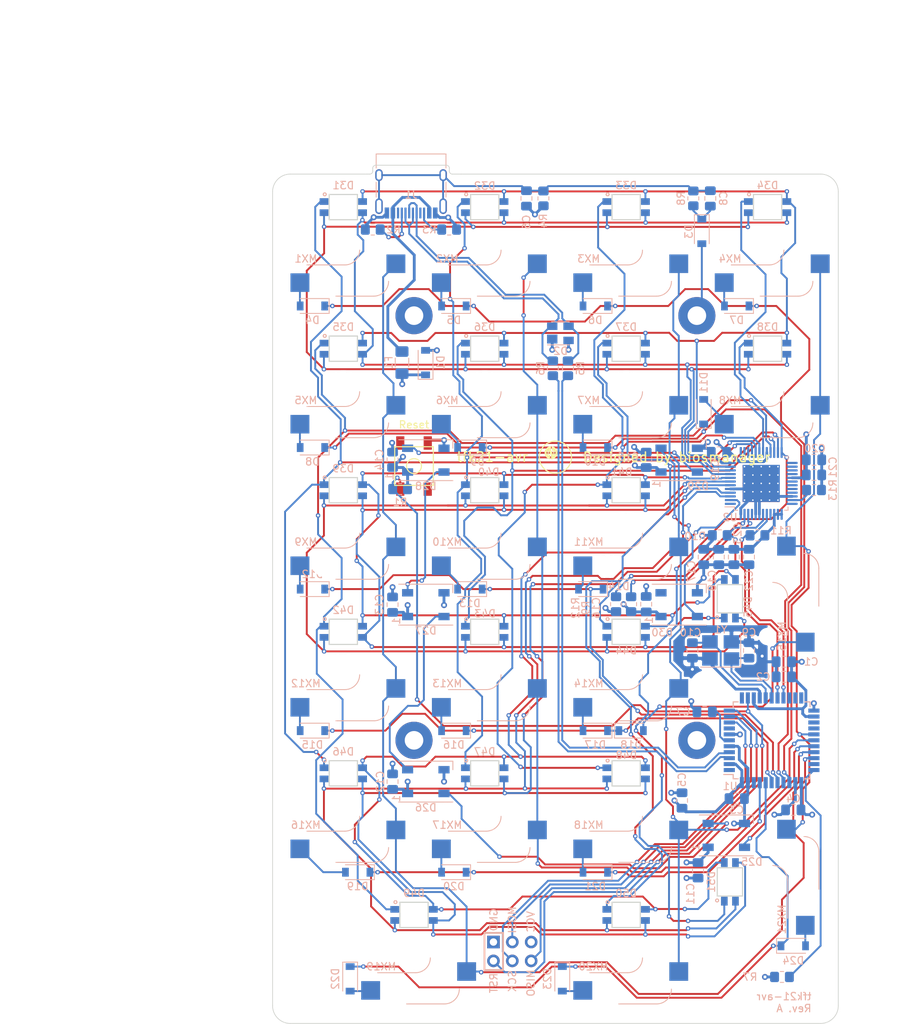
<source format=kicad_pcb>
(kicad_pcb (version 20171130) (host pcbnew "(5.1.10)-1")
  (title_block (title tfk21-avr) (date 2021-06-12) (rev A) (company biosmanager))
  (layers (0 F.Cu signal) (1 PWR power) (2 GND power) (31 B.Cu signal) (34 B.Paste user) (35 F.Paste user) (36 B.SilkS user) (37 F.SilkS user) (38 B.Mask user) (39 F.Mask user) (44 Edge.Cuts user))
  (net 0 "")
  (net 1 GND)
  (net 2 +5V)
  (net 3 /SHIELD)
  (net 4 "Net-(C7-Pad1)")
  (net 5 "Net-(C8-Pad1)")
  (net 6 /XTAL1)
  (net 7 /XTAL2)
  (net 8 /IN_USB_D+)
  (net 9 /IN_USB_D-)
  (net 10 "Net-(D3-Pad2)")
  (net 11 "Net-(D4-Pad2)")
  (net 12 /ROW_0)
  (net 13 "Net-(D5-Pad2)")
  (net 14 "Net-(D6-Pad2)")
  (net 15 "Net-(D7-Pad2)")
  (net 16 "Net-(D8-Pad2)")
  (net 17 /ROW_1)
  (net 18 "Net-(D9-Pad2)")
  (net 19 "Net-(D10-Pad2)")
  (net 20 "Net-(D11-Pad2)")
  (net 21 "Net-(D12-Pad2)")
  (net 22 /ROW_2)
  (net 23 "Net-(D13-Pad2)")
  (net 24 "Net-(D14-Pad2)")
  (net 25 "Net-(D15-Pad2)")
  (net 26 /ROW_3)
  (net 27 "Net-(D16-Pad2)")
  (net 28 "Net-(D17-Pad2)")
  (net 29 "Net-(D18-Pad2)")
  (net 30 "Net-(D19-Pad2)")
  (net 31 /ROW_4)
  (net 32 "Net-(D20-Pad2)")
  (net 33 "Net-(D21-Pad2)")
  (net 34 "Net-(D22-Pad2)")
  (net 35 /ROW_5)
  (net 36 "Net-(D23-Pad2)")
  (net 37 "Net-(D24-Pad2)")
  (net 38 "Net-(D25-Pad2)")
  (net 39 /RGB_LIGHT)
  (net 40 "Net-(D26-Pad2)")
  (net 41 "Net-(D27-Pad2)")
  (net 42 "Net-(D28-Pad2)")
  (net 43 "Net-(D29-Pad2)")
  (net 44 "Net-(D30-Pad2)")
  (net 45 "/tfk21 RGB Matrix/SW3")
  (net 46 "/tfk21 RGB Matrix/SW2")
  (net 47 "/tfk21 RGB Matrix/CS1")
  (net 48 "/tfk21 RGB Matrix/SW1")
  (net 49 "/tfk21 RGB Matrix/CS2")
  (net 50 "/tfk21 RGB Matrix/CS3")
  (net 51 "/tfk21 RGB Matrix/CS4")
  (net 52 "/tfk21 RGB Matrix/CS5")
  (net 53 "/tfk21 RGB Matrix/CS6")
  (net 54 "/tfk21 RGB Matrix/CS7")
  (net 55 "/tfk21 RGB Matrix/CS8")
  (net 56 "/tfk21 RGB Matrix/SW6")
  (net 57 "/tfk21 RGB Matrix/SW5")
  (net 58 "/tfk21 RGB Matrix/SW4")
  (net 59 "/tfk21 RGB Matrix/SW9")
  (net 60 "/tfk21 RGB Matrix/SW8")
  (net 61 "/tfk21 RGB Matrix/SW7")
  (net 62 "Net-(J1-PadB8)")
  (net 63 "Net-(J1-PadA5)")
  (net 64 "Net-(J1-PadA8)")
  (net 65 "Net-(J1-PadB5)")
  (net 66 /RESET)
  (net 67 /MOSI)
  (net 68 /SCK)
  (net 69 /MISO)
  (net 70 /COL_0)
  (net 71 /COL_1)
  (net 72 /COL_2)
  (net 73 /COL_3)
  (net 74 "Net-(R7-Pad2)")
  (net 75 "Net-(R9-Pad2)")
  (net 76 /RGB_MATRIX_SCL)
  (net 77 /RGB_MATRIX_SDA)
  (net 78 "Net-(R12-Pad2)")
  (net 79 "Net-(R13-Pad2)")
  (net 80 "Net-(U1-Pad42)")
  (net 81 "Net-(U1-Pad32)")
  (net 82 "Net-(U1-Pad26)")
  (net 83 "Net-(U1-Pad25)")
  (net 84 "Net-(U1-Pad22)")
  (net 85 "Net-(U1-Pad21)")
  (net 86 "Net-(U1-Pad20)")
  (net 87 "Net-(U1-Pad12)")
  (net 88 "Net-(U1-Pad8)")
  (net 89 "Net-(U1-Pad1)")
  (net 90 "Net-(U2-Pad45)")
  (net 91 "Net-(U2-Pad40)")
  (net 92 "Net-(U2-Pad36)")
  (net 93 "Net-(U2-Pad33)")
  (net 94 "Net-(U2-Pad32)")
  (net 95 "Net-(U2-Pad31)")
  (net 96 "Net-(U2-Pad30)")
  (net 97 "Net-(U2-Pad28)")
  (net 98 "Net-(U2-Pad27)")
  (net 99 "Net-(U2-Pad26)")
  (net 100 "Net-(U2-Pad25)")
  (net 101 "Net-(U2-Pad15)")
  (net 102 "Net-(U2-Pad14)")
  (net 103 "Net-(U2-Pad13)")
  (net 104 "Net-(U2-Pad1)")
  (net 105 VBUS)
  (net 106 /MCU_USB_D+)
  (net 107 /MCU_USB_D-)
  (module random-keyboard-parts:RGB-6028 (layer B.Cu) (at 116.68125 48.41875)
    (fp_text reference D31 (at 0 -8) (layer B.SilkS) (effects (justify mirror)))
    (fp_text value LED_RGBA)
    (fp_line (start -1.9 -3.38) (end -1.9 -6.78) (layer Edge.Cuts) (width 0.15))
    (fp_line (start 1.9 -6.78) (end -1.9 -6.78) (layer Edge.Cuts) (width 0.15))
    (fp_line (start 1.9 -3.38) (end 1.9 -6.78) (layer Edge.Cuts) (width 0.15))
    (fp_line (start 1.9 -3.38) (end -1.9 -3.38) (layer Edge.Cuts) (width 0.15))
    (pad 2 smd rect (at 2.595 -5.83) (size 1.19 0.9) (layers B.Cu B.Paste B.Mask) (net 59 "/tfk21 RGB Matrix/SW9"))
    (pad 1 smd rect (at -2.595 -4.33) (size 1.19 0.9) (layers B.Cu B.Paste B.Mask) (net 60 "/tfk21 RGB Matrix/SW8"))
    (pad 4 smd rect (at -2.595 -5.83) (size 1.19 0.9) (layers B.Cu B.Paste B.Mask) (net 47 "/tfk21 RGB Matrix/CS1"))
    (pad 3 smd rect (at 2.595 -4.33) (size 1.19 0.9) (layers B.Cu B.Paste B.Mask) (net 61 "/tfk21 RGB Matrix/SW7"))
  )
  (module random-keyboard-parts:RGB-6028 (layer B.Cu) (at 135.73125 67.46875)
    (fp_text reference D36 (at 0 -8) (layer B.SilkS) (effects (justify mirror)))
    (fp_text value LED_RGBA)
    (fp_line (start -1.9 -3.38) (end -1.9 -6.78) (layer Edge.Cuts) (width 0.15))
    (fp_line (start 1.9 -6.78) (end -1.9 -6.78) (layer Edge.Cuts) (width 0.15))
    (fp_line (start 1.9 -3.38) (end 1.9 -6.78) (layer Edge.Cuts) (width 0.15))
    (fp_line (start 1.9 -3.38) (end -1.9 -3.38) (layer Edge.Cuts) (width 0.15))
    (pad 2 smd rect (at 2.595 -5.83) (size 1.19 0.9) (layers B.Cu B.Paste B.Mask) (net 59 "/tfk21 RGB Matrix/SW9"))
    (pad 1 smd rect (at -2.595 -4.33) (size 1.19 0.9) (layers B.Cu B.Paste B.Mask) (net 60 "/tfk21 RGB Matrix/SW8"))
    (pad 4 smd rect (at -2.595 -5.83) (size 1.19 0.9) (layers B.Cu B.Paste B.Mask) (net 53 "/tfk21 RGB Matrix/CS6"))
    (pad 3 smd rect (at 2.595 -4.33) (size 1.19 0.9) (layers B.Cu B.Paste B.Mask) (net 61 "/tfk21 RGB Matrix/SW7"))
  )
  (module random-keyboard-parts:RGB-6028 (layer B.Cu) (at 173.83125 134.14375 90)
    (fp_text reference D51 (at 0 -7.58825 90) (layer B.SilkS) (effects (justify mirror)))
    (fp_text value LED_RGBA)
    (fp_line (start -1.9 -3.38) (end -1.9 -6.78) (layer Edge.Cuts) (width 0.15))
    (fp_line (start 1.9 -6.78) (end -1.9 -6.78) (layer Edge.Cuts) (width 0.15))
    (fp_line (start 1.9 -3.38) (end 1.9 -6.78) (layer Edge.Cuts) (width 0.15))
    (fp_line (start 1.9 -3.38) (end -1.9 -3.38) (layer Edge.Cuts) (width 0.15))
    (pad 2 smd rect (at 2.595 -5.83 90) (size 1.19 0.9) (layers B.Cu B.Paste B.Mask) (net 45 "/tfk21 RGB Matrix/SW3"))
    (pad 1 smd rect (at -2.595 -4.33 90) (size 1.19 0.9) (layers B.Cu B.Paste B.Mask) (net 46 "/tfk21 RGB Matrix/SW2"))
    (pad 4 smd rect (at -2.595 -5.83 90) (size 1.19 0.9) (layers B.Cu B.Paste B.Mask) (net 55 "/tfk21 RGB Matrix/CS8"))
    (pad 3 smd rect (at 2.595 -4.33 90) (size 1.19 0.9) (layers B.Cu B.Paste B.Mask) (net 48 "/tfk21 RGB Matrix/SW1"))
  )
  (module random-keyboard-parts:RGB-6028 (layer B.Cu) (at 154.78125 143.66875)
    (fp_text reference D50 (at 0 -8) (layer B.SilkS) (effects (justify mirror)))
    (fp_text value LED_RGBA)
    (fp_line (start -1.9 -3.38) (end -1.9 -6.78) (layer Edge.Cuts) (width 0.15))
    (fp_line (start 1.9 -6.78) (end -1.9 -6.78) (layer Edge.Cuts) (width 0.15))
    (fp_line (start 1.9 -3.38) (end 1.9 -6.78) (layer Edge.Cuts) (width 0.15))
    (fp_line (start 1.9 -3.38) (end -1.9 -3.38) (layer Edge.Cuts) (width 0.15))
    (pad 2 smd rect (at 2.595 -5.83) (size 1.19 0.9) (layers B.Cu B.Paste B.Mask) (net 45 "/tfk21 RGB Matrix/SW3"))
    (pad 1 smd rect (at -2.595 -4.33) (size 1.19 0.9) (layers B.Cu B.Paste B.Mask) (net 46 "/tfk21 RGB Matrix/SW2"))
    (pad 4 smd rect (at -2.595 -5.83) (size 1.19 0.9) (layers B.Cu B.Paste B.Mask) (net 54 "/tfk21 RGB Matrix/CS7"))
    (pad 3 smd rect (at 2.595 -4.33) (size 1.19 0.9) (layers B.Cu B.Paste B.Mask) (net 48 "/tfk21 RGB Matrix/SW1"))
  )
  (module random-keyboard-parts:RGB-6028 (layer B.Cu) (at 126.20625 143.66875)
    (fp_text reference D49 (at 0 -8) (layer B.SilkS) (effects (justify mirror)))
    (fp_text value LED_RGBA)
    (fp_line (start -1.9 -3.38) (end -1.9 -6.78) (layer Edge.Cuts) (width 0.15))
    (fp_line (start 1.9 -6.78) (end -1.9 -6.78) (layer Edge.Cuts) (width 0.15))
    (fp_line (start 1.9 -3.38) (end 1.9 -6.78) (layer Edge.Cuts) (width 0.15))
    (fp_line (start 1.9 -3.38) (end -1.9 -3.38) (layer Edge.Cuts) (width 0.15))
    (pad 2 smd rect (at 2.595 -5.83) (size 1.19 0.9) (layers B.Cu B.Paste B.Mask) (net 45 "/tfk21 RGB Matrix/SW3"))
    (pad 1 smd rect (at -2.595 -4.33) (size 1.19 0.9) (layers B.Cu B.Paste B.Mask) (net 46 "/tfk21 RGB Matrix/SW2"))
    (pad 4 smd rect (at -2.595 -5.83) (size 1.19 0.9) (layers B.Cu B.Paste B.Mask) (net 52 "/tfk21 RGB Matrix/CS5"))
    (pad 3 smd rect (at 2.595 -4.33) (size 1.19 0.9) (layers B.Cu B.Paste B.Mask) (net 48 "/tfk21 RGB Matrix/SW1"))
  )
  (module random-keyboard-parts:RGB-6028 (layer B.Cu) (at 154.78125 124.61875)
    (fp_text reference D48 (at 0.03175 -7.52475) (layer B.SilkS) (effects (justify mirror)))
    (fp_text value LED_RGBA)
    (fp_line (start -1.9 -3.38) (end -1.9 -6.78) (layer Edge.Cuts) (width 0.15))
    (fp_line (start 1.9 -6.78) (end -1.9 -6.78) (layer Edge.Cuts) (width 0.15))
    (fp_line (start 1.9 -3.38) (end 1.9 -6.78) (layer Edge.Cuts) (width 0.15))
    (fp_line (start 1.9 -3.38) (end -1.9 -3.38) (layer Edge.Cuts) (width 0.15))
    (pad 2 smd rect (at 2.595 -5.83) (size 1.19 0.9) (layers B.Cu B.Paste B.Mask) (net 45 "/tfk21 RGB Matrix/SW3"))
    (pad 1 smd rect (at -2.595 -4.33) (size 1.19 0.9) (layers B.Cu B.Paste B.Mask) (net 46 "/tfk21 RGB Matrix/SW2"))
    (pad 4 smd rect (at -2.595 -5.83) (size 1.19 0.9) (layers B.Cu B.Paste B.Mask) (net 50 "/tfk21 RGB Matrix/CS3"))
    (pad 3 smd rect (at 2.595 -4.33) (size 1.19 0.9) (layers B.Cu B.Paste B.Mask) (net 48 "/tfk21 RGB Matrix/SW1"))
  )
  (module random-keyboard-parts:RGB-6028 (layer B.Cu) (at 135.73125 124.61875)
    (fp_text reference D47 (at 0 -8) (layer B.SilkS) (effects (justify mirror)))
    (fp_text value LED_RGBA)
    (fp_line (start -1.9 -3.38) (end -1.9 -6.78) (layer Edge.Cuts) (width 0.15))
    (fp_line (start 1.9 -6.78) (end -1.9 -6.78) (layer Edge.Cuts) (width 0.15))
    (fp_line (start 1.9 -3.38) (end 1.9 -6.78) (layer Edge.Cuts) (width 0.15))
    (fp_line (start 1.9 -3.38) (end -1.9 -3.38) (layer Edge.Cuts) (width 0.15))
    (pad 2 smd rect (at 2.595 -5.83) (size 1.19 0.9) (layers B.Cu B.Paste B.Mask) (net 45 "/tfk21 RGB Matrix/SW3"))
    (pad 1 smd rect (at -2.595 -4.33) (size 1.19 0.9) (layers B.Cu B.Paste B.Mask) (net 46 "/tfk21 RGB Matrix/SW2"))
    (pad 4 smd rect (at -2.595 -5.83) (size 1.19 0.9) (layers B.Cu B.Paste B.Mask) (net 49 "/tfk21 RGB Matrix/CS2"))
    (pad 3 smd rect (at 2.595 -4.33) (size 1.19 0.9) (layers B.Cu B.Paste B.Mask) (net 48 "/tfk21 RGB Matrix/SW1"))
  )
  (module random-keyboard-parts:RGB-6028 (layer B.Cu) (at 116.68125 124.61875)
    (fp_text reference D46 (at 0 -8) (layer B.SilkS) (effects (justify mirror)))
    (fp_text value LED_RGBA)
    (fp_line (start -1.9 -3.38) (end -1.9 -6.78) (layer Edge.Cuts) (width 0.15))
    (fp_line (start 1.9 -6.78) (end -1.9 -6.78) (layer Edge.Cuts) (width 0.15))
    (fp_line (start 1.9 -3.38) (end 1.9 -6.78) (layer Edge.Cuts) (width 0.15))
    (fp_line (start 1.9 -3.38) (end -1.9 -3.38) (layer Edge.Cuts) (width 0.15))
    (pad 2 smd rect (at 2.595 -5.83) (size 1.19 0.9) (layers B.Cu B.Paste B.Mask) (net 45 "/tfk21 RGB Matrix/SW3"))
    (pad 1 smd rect (at -2.595 -4.33) (size 1.19 0.9) (layers B.Cu B.Paste B.Mask) (net 46 "/tfk21 RGB Matrix/SW2"))
    (pad 4 smd rect (at -2.595 -5.83) (size 1.19 0.9) (layers B.Cu B.Paste B.Mask) (net 47 "/tfk21 RGB Matrix/CS1"))
    (pad 3 smd rect (at 2.595 -4.33) (size 1.19 0.9) (layers B.Cu B.Paste B.Mask) (net 48 "/tfk21 RGB Matrix/SW1"))
  )
  (module random-keyboard-parts:RGB-6028 (layer B.Cu) (at 173.83125 96.04375 90)
    (fp_text reference D45 (at -1.11125 -2.63525 90) (layer B.SilkS) (effects (justify mirror)))
    (fp_text value LED_RGBA)
    (fp_line (start -1.9 -3.38) (end -1.9 -6.78) (layer Edge.Cuts) (width 0.15))
    (fp_line (start 1.9 -6.78) (end -1.9 -6.78) (layer Edge.Cuts) (width 0.15))
    (fp_line (start 1.9 -3.38) (end 1.9 -6.78) (layer Edge.Cuts) (width 0.15))
    (fp_line (start 1.9 -3.38) (end -1.9 -3.38) (layer Edge.Cuts) (width 0.15))
    (pad 2 smd rect (at 2.595 -5.83 90) (size 1.19 0.9) (layers B.Cu B.Paste B.Mask) (net 56 "/tfk21 RGB Matrix/SW6"))
    (pad 1 smd rect (at -2.595 -4.33 90) (size 1.19 0.9) (layers B.Cu B.Paste B.Mask) (net 57 "/tfk21 RGB Matrix/SW5"))
    (pad 4 smd rect (at -2.595 -5.83 90) (size 1.19 0.9) (layers B.Cu B.Paste B.Mask) (net 55 "/tfk21 RGB Matrix/CS8"))
    (pad 3 smd rect (at 2.595 -4.33 90) (size 1.19 0.9) (layers B.Cu B.Paste B.Mask) (net 58 "/tfk21 RGB Matrix/SW4"))
  )
  (module random-keyboard-parts:RGB-6028 (layer B.Cu) (at 154.78125 105.56875)
    (fp_text reference D44 (at 0 -2.57175) (layer B.SilkS) (effects (justify mirror)))
    (fp_text value LED_RGBA)
    (fp_line (start -1.9 -3.38) (end -1.9 -6.78) (layer Edge.Cuts) (width 0.15))
    (fp_line (start 1.9 -6.78) (end -1.9 -6.78) (layer Edge.Cuts) (width 0.15))
    (fp_line (start 1.9 -3.38) (end 1.9 -6.78) (layer Edge.Cuts) (width 0.15))
    (fp_line (start 1.9 -3.38) (end -1.9 -3.38) (layer Edge.Cuts) (width 0.15))
    (pad 2 smd rect (at 2.595 -5.83) (size 1.19 0.9) (layers B.Cu B.Paste B.Mask) (net 56 "/tfk21 RGB Matrix/SW6"))
    (pad 1 smd rect (at -2.595 -4.33) (size 1.19 0.9) (layers B.Cu B.Paste B.Mask) (net 57 "/tfk21 RGB Matrix/SW5"))
    (pad 4 smd rect (at -2.595 -5.83) (size 1.19 0.9) (layers B.Cu B.Paste B.Mask) (net 54 "/tfk21 RGB Matrix/CS7"))
    (pad 3 smd rect (at 2.595 -4.33) (size 1.19 0.9) (layers B.Cu B.Paste B.Mask) (net 58 "/tfk21 RGB Matrix/SW4"))
  )
  (module random-keyboard-parts:RGB-6028 (layer B.Cu) (at 135.73125 105.56875)
    (fp_text reference D43 (at 0.03175 -7.52475) (layer B.SilkS) (effects (justify mirror)))
    (fp_text value LED_RGBA)
    (fp_line (start -1.9 -3.38) (end -1.9 -6.78) (layer Edge.Cuts) (width 0.15))
    (fp_line (start 1.9 -6.78) (end -1.9 -6.78) (layer Edge.Cuts) (width 0.15))
    (fp_line (start 1.9 -3.38) (end 1.9 -6.78) (layer Edge.Cuts) (width 0.15))
    (fp_line (start 1.9 -3.38) (end -1.9 -3.38) (layer Edge.Cuts) (width 0.15))
    (pad 2 smd rect (at 2.595 -5.83) (size 1.19 0.9) (layers B.Cu B.Paste B.Mask) (net 56 "/tfk21 RGB Matrix/SW6"))
    (pad 1 smd rect (at -2.595 -4.33) (size 1.19 0.9) (layers B.Cu B.Paste B.Mask) (net 57 "/tfk21 RGB Matrix/SW5"))
    (pad 4 smd rect (at -2.595 -5.83) (size 1.19 0.9) (layers B.Cu B.Paste B.Mask) (net 53 "/tfk21 RGB Matrix/CS6"))
    (pad 3 smd rect (at 2.595 -4.33) (size 1.19 0.9) (layers B.Cu B.Paste B.Mask) (net 58 "/tfk21 RGB Matrix/SW4"))
  )
  (module random-keyboard-parts:RGB-6028 (layer B.Cu) (at 116.68125 105.56875)
    (fp_text reference D42 (at 0 -8) (layer B.SilkS) (effects (justify mirror)))
    (fp_text value LED_RGBA)
    (fp_line (start -1.9 -3.38) (end -1.9 -6.78) (layer Edge.Cuts) (width 0.15))
    (fp_line (start 1.9 -6.78) (end -1.9 -6.78) (layer Edge.Cuts) (width 0.15))
    (fp_line (start 1.9 -3.38) (end 1.9 -6.78) (layer Edge.Cuts) (width 0.15))
    (fp_line (start 1.9 -3.38) (end -1.9 -3.38) (layer Edge.Cuts) (width 0.15))
    (pad 2 smd rect (at 2.595 -5.83) (size 1.19 0.9) (layers B.Cu B.Paste B.Mask) (net 56 "/tfk21 RGB Matrix/SW6"))
    (pad 1 smd rect (at -2.595 -4.33) (size 1.19 0.9) (layers B.Cu B.Paste B.Mask) (net 57 "/tfk21 RGB Matrix/SW5"))
    (pad 4 smd rect (at -2.595 -5.83) (size 1.19 0.9) (layers B.Cu B.Paste B.Mask) (net 52 "/tfk21 RGB Matrix/CS5"))
    (pad 3 smd rect (at 2.595 -4.33) (size 1.19 0.9) (layers B.Cu B.Paste B.Mask) (net 58 "/tfk21 RGB Matrix/SW4"))
  )
  (module random-keyboard-parts:RGB-6028 (layer B.Cu) (at 154.78125 86.51875)
    (fp_text reference D41 (at -0.60325 -7.52475) (layer B.SilkS) (effects (justify mirror)))
    (fp_text value LED_RGBA)
    (fp_line (start -1.9 -3.38) (end -1.9 -6.78) (layer Edge.Cuts) (width 0.15))
    (fp_line (start 1.9 -6.78) (end -1.9 -6.78) (layer Edge.Cuts) (width 0.15))
    (fp_line (start 1.9 -3.38) (end 1.9 -6.78) (layer Edge.Cuts) (width 0.15))
    (fp_line (start 1.9 -3.38) (end -1.9 -3.38) (layer Edge.Cuts) (width 0.15))
    (pad 2 smd rect (at 2.595 -5.83) (size 1.19 0.9) (layers B.Cu B.Paste B.Mask) (net 56 "/tfk21 RGB Matrix/SW6"))
    (pad 1 smd rect (at -2.595 -4.33) (size 1.19 0.9) (layers B.Cu B.Paste B.Mask) (net 57 "/tfk21 RGB Matrix/SW5"))
    (pad 4 smd rect (at -2.595 -5.83) (size 1.19 0.9) (layers B.Cu B.Paste B.Mask) (net 50 "/tfk21 RGB Matrix/CS3"))
    (pad 3 smd rect (at 2.595 -4.33) (size 1.19 0.9) (layers B.Cu B.Paste B.Mask) (net 58 "/tfk21 RGB Matrix/SW4"))
  )
  (module random-keyboard-parts:RGB-6028 (layer B.Cu) (at 135.73125 86.51875)
    (fp_text reference D40 (at 0.53975 -7.52475) (layer B.SilkS) (effects (justify mirror)))
    (fp_text value LED_RGBA)
    (fp_line (start -1.9 -3.38) (end -1.9 -6.78) (layer Edge.Cuts) (width 0.15))
    (fp_line (start 1.9 -6.78) (end -1.9 -6.78) (layer Edge.Cuts) (width 0.15))
    (fp_line (start 1.9 -3.38) (end 1.9 -6.78) (layer Edge.Cuts) (width 0.15))
    (fp_line (start 1.9 -3.38) (end -1.9 -3.38) (layer Edge.Cuts) (width 0.15))
    (pad 2 smd rect (at 2.595 -5.83) (size 1.19 0.9) (layers B.Cu B.Paste B.Mask) (net 56 "/tfk21 RGB Matrix/SW6"))
    (pad 1 smd rect (at -2.595 -4.33) (size 1.19 0.9) (layers B.Cu B.Paste B.Mask) (net 57 "/tfk21 RGB Matrix/SW5"))
    (pad 4 smd rect (at -2.595 -5.83) (size 1.19 0.9) (layers B.Cu B.Paste B.Mask) (net 49 "/tfk21 RGB Matrix/CS2"))
    (pad 3 smd rect (at 2.595 -4.33) (size 1.19 0.9) (layers B.Cu B.Paste B.Mask) (net 58 "/tfk21 RGB Matrix/SW4"))
  )
  (module random-keyboard-parts:RGB-6028 (layer B.Cu) (at 116.68125 86.51875)
    (fp_text reference D39 (at 0 -8) (layer B.SilkS) (effects (justify mirror)))
    (fp_text value LED_RGBA)
    (fp_line (start -1.9 -3.38) (end -1.9 -6.78) (layer Edge.Cuts) (width 0.15))
    (fp_line (start 1.9 -6.78) (end -1.9 -6.78) (layer Edge.Cuts) (width 0.15))
    (fp_line (start 1.9 -3.38) (end 1.9 -6.78) (layer Edge.Cuts) (width 0.15))
    (fp_line (start 1.9 -3.38) (end -1.9 -3.38) (layer Edge.Cuts) (width 0.15))
    (pad 2 smd rect (at 2.595 -5.83) (size 1.19 0.9) (layers B.Cu B.Paste B.Mask) (net 56 "/tfk21 RGB Matrix/SW6"))
    (pad 1 smd rect (at -2.595 -4.33) (size 1.19 0.9) (layers B.Cu B.Paste B.Mask) (net 57 "/tfk21 RGB Matrix/SW5"))
    (pad 4 smd rect (at -2.595 -5.83) (size 1.19 0.9) (layers B.Cu B.Paste B.Mask) (net 47 "/tfk21 RGB Matrix/CS1"))
    (pad 3 smd rect (at 2.595 -4.33) (size 1.19 0.9) (layers B.Cu B.Paste B.Mask) (net 58 "/tfk21 RGB Matrix/SW4"))
  )
  (module random-keyboard-parts:RGB-6028 (layer B.Cu) (at 173.83125 67.46875)
    (fp_text reference D38 (at 0 -8) (layer B.SilkS) (effects (justify mirror)))
    (fp_text value LED_RGBA)
    (fp_line (start -1.9 -3.38) (end -1.9 -6.78) (layer Edge.Cuts) (width 0.15))
    (fp_line (start 1.9 -6.78) (end -1.9 -6.78) (layer Edge.Cuts) (width 0.15))
    (fp_line (start 1.9 -3.38) (end 1.9 -6.78) (layer Edge.Cuts) (width 0.15))
    (fp_line (start 1.9 -3.38) (end -1.9 -3.38) (layer Edge.Cuts) (width 0.15))
    (pad 2 smd rect (at 2.595 -5.83) (size 1.19 0.9) (layers B.Cu B.Paste B.Mask) (net 59 "/tfk21 RGB Matrix/SW9"))
    (pad 1 smd rect (at -2.595 -4.33) (size 1.19 0.9) (layers B.Cu B.Paste B.Mask) (net 60 "/tfk21 RGB Matrix/SW8"))
    (pad 4 smd rect (at -2.595 -5.83) (size 1.19 0.9) (layers B.Cu B.Paste B.Mask) (net 55 "/tfk21 RGB Matrix/CS8"))
    (pad 3 smd rect (at 2.595 -4.33) (size 1.19 0.9) (layers B.Cu B.Paste B.Mask) (net 61 "/tfk21 RGB Matrix/SW7"))
  )
  (module random-keyboard-parts:RGB-6028 (layer B.Cu) (at 154.78125 67.46875)
    (fp_text reference D37 (at 0 -8) (layer B.SilkS) (effects (justify mirror)))
    (fp_text value LED_RGBA)
    (fp_line (start -1.9 -3.38) (end -1.9 -6.78) (layer Edge.Cuts) (width 0.15))
    (fp_line (start 1.9 -6.78) (end -1.9 -6.78) (layer Edge.Cuts) (width 0.15))
    (fp_line (start 1.9 -3.38) (end 1.9 -6.78) (layer Edge.Cuts) (width 0.15))
    (fp_line (start 1.9 -3.38) (end -1.9 -3.38) (layer Edge.Cuts) (width 0.15))
    (pad 2 smd rect (at 2.595 -5.83) (size 1.19 0.9) (layers B.Cu B.Paste B.Mask) (net 59 "/tfk21 RGB Matrix/SW9"))
    (pad 1 smd rect (at -2.595 -4.33) (size 1.19 0.9) (layers B.Cu B.Paste B.Mask) (net 60 "/tfk21 RGB Matrix/SW8"))
    (pad 4 smd rect (at -2.595 -5.83) (size 1.19 0.9) (layers B.Cu B.Paste B.Mask) (net 54 "/tfk21 RGB Matrix/CS7"))
    (pad 3 smd rect (at 2.595 -4.33) (size 1.19 0.9) (layers B.Cu B.Paste B.Mask) (net 61 "/tfk21 RGB Matrix/SW7"))
  )
  (module random-keyboard-parts:RGB-6028 (layer B.Cu) (at 116.68125 67.46875)
    (fp_text reference D35 (at 0 -8) (layer B.SilkS) (effects (justify mirror)))
    (fp_text value LED_RGBA)
    (fp_line (start -1.9 -3.38) (end -1.9 -6.78) (layer Edge.Cuts) (width 0.15))
    (fp_line (start 1.9 -6.78) (end -1.9 -6.78) (layer Edge.Cuts) (width 0.15))
    (fp_line (start 1.9 -3.38) (end 1.9 -6.78) (layer Edge.Cuts) (width 0.15))
    (fp_line (start 1.9 -3.38) (end -1.9 -3.38) (layer Edge.Cuts) (width 0.15))
    (pad 2 smd rect (at 2.595 -5.83) (size 1.19 0.9) (layers B.Cu B.Paste B.Mask) (net 59 "/tfk21 RGB Matrix/SW9"))
    (pad 1 smd rect (at -2.595 -4.33) (size 1.19 0.9) (layers B.Cu B.Paste B.Mask) (net 60 "/tfk21 RGB Matrix/SW8"))
    (pad 4 smd rect (at -2.595 -5.83) (size 1.19 0.9) (layers B.Cu B.Paste B.Mask) (net 52 "/tfk21 RGB Matrix/CS5"))
    (pad 3 smd rect (at 2.595 -4.33) (size 1.19 0.9) (layers B.Cu B.Paste B.Mask) (net 61 "/tfk21 RGB Matrix/SW7"))
  )
  (module random-keyboard-parts:RGB-6028 (layer B.Cu) (at 173.83125 48.41875)
    (fp_text reference D34 (at 0 -8) (layer B.SilkS) (effects (justify mirror)))
    (fp_text value LED_RGBA)
    (fp_line (start -1.9 -3.38) (end -1.9 -6.78) (layer Edge.Cuts) (width 0.15))
    (fp_line (start 1.9 -6.78) (end -1.9 -6.78) (layer Edge.Cuts) (width 0.15))
    (fp_line (start 1.9 -3.38) (end 1.9 -6.78) (layer Edge.Cuts) (width 0.15))
    (fp_line (start 1.9 -3.38) (end -1.9 -3.38) (layer Edge.Cuts) (width 0.15))
    (pad 2 smd rect (at 2.595 -5.83) (size 1.19 0.9) (layers B.Cu B.Paste B.Mask) (net 59 "/tfk21 RGB Matrix/SW9"))
    (pad 1 smd rect (at -2.595 -4.33) (size 1.19 0.9) (layers B.Cu B.Paste B.Mask) (net 60 "/tfk21 RGB Matrix/SW8"))
    (pad 4 smd rect (at -2.595 -5.83) (size 1.19 0.9) (layers B.Cu B.Paste B.Mask) (net 51 "/tfk21 RGB Matrix/CS4"))
    (pad 3 smd rect (at 2.595 -4.33) (size 1.19 0.9) (layers B.Cu B.Paste B.Mask) (net 61 "/tfk21 RGB Matrix/SW7"))
  )
  (module random-keyboard-parts:RGB-6028 (layer B.Cu) (at 154.78125 48.41875)
    (fp_text reference D33 (at 0 -8) (layer B.SilkS) (effects (justify mirror)))
    (fp_text value LED_RGBA)
    (fp_line (start -1.9 -3.38) (end -1.9 -6.78) (layer Edge.Cuts) (width 0.15))
    (fp_line (start 1.9 -6.78) (end -1.9 -6.78) (layer Edge.Cuts) (width 0.15))
    (fp_line (start 1.9 -3.38) (end 1.9 -6.78) (layer Edge.Cuts) (width 0.15))
    (fp_line (start 1.9 -3.38) (end -1.9 -3.38) (layer Edge.Cuts) (width 0.15))
    (pad 2 smd rect (at 2.595 -5.83) (size 1.19 0.9) (layers B.Cu B.Paste B.Mask) (net 59 "/tfk21 RGB Matrix/SW9"))
    (pad 1 smd rect (at -2.595 -4.33) (size 1.19 0.9) (layers B.Cu B.Paste B.Mask) (net 60 "/tfk21 RGB Matrix/SW8"))
    (pad 4 smd rect (at -2.595 -5.83) (size 1.19 0.9) (layers B.Cu B.Paste B.Mask) (net 50 "/tfk21 RGB Matrix/CS3"))
    (pad 3 smd rect (at 2.595 -4.33) (size 1.19 0.9) (layers B.Cu B.Paste B.Mask) (net 61 "/tfk21 RGB Matrix/SW7"))
  )
  (module random-keyboard-parts:RGB-6028 (layer B.Cu) (at 135.73125 48.41875)
    (fp_text reference D32 (at 0 -7.9375) (layer B.SilkS) (effects (justify mirror)))
    (fp_text value LED_RGBA)
    (fp_line (start -1.9 -3.38) (end -1.9 -6.78) (layer Edge.Cuts) (width 0.15))
    (fp_line (start 1.9 -6.78) (end -1.9 -6.78) (layer Edge.Cuts) (width 0.15))
    (fp_line (start 1.9 -3.38) (end 1.9 -6.78) (layer Edge.Cuts) (width 0.15))
    (fp_line (start 1.9 -3.38) (end -1.9 -3.38) (layer Edge.Cuts) (width 0.15))
    (pad 2 smd rect (at 2.595 -5.83) (size 1.19 0.9) (layers B.Cu B.Paste B.Mask) (net 59 "/tfk21 RGB Matrix/SW9"))
    (pad 1 smd rect (at -2.595 -4.33) (size 1.19 0.9) (layers B.Cu B.Paste B.Mask) (net 60 "/tfk21 RGB Matrix/SW8"))
    (pad 4 smd rect (at -2.595 -5.83) (size 1.19 0.9) (layers B.Cu B.Paste B.Mask) (net 49 "/tfk21 RGB Matrix/CS2"))
    (pad 3 smd rect (at 2.595 -4.33) (size 1.19 0.9) (layers B.Cu B.Paste B.Mask) (net 61 "/tfk21 RGB Matrix/SW7"))
  )
  (module Switch_Keyboard_Kailh:SW_Hotswap_Kailh_2.00u_NoFrontSilk (layer F.Cu) (at 173.83125 134.14375 270)
    (fp_text reference MX21 (at 5.04825 -1.93675 90) (layer B.SilkS) (effects (justify mirror)))
    (fp_text value MX-NoLED)
    (pad 2 smd rect (at 5.842 -5.08 270) (size 2.55 2.5) (layers B.Cu B.Paste B.Mask) (net 37 "Net-(D24-Pad2)"))
    (pad 1 smd rect (at -7.085 -2.54 270) (size 2.55 2.5) (layers B.Cu B.Paste B.Mask) (net 73 /COL_3))
    (pad "" np_thru_hole circle (at 5.08 0 270) (size 1.75 1.75) (drill 1.75) (layers *.Cu *.Mask))
    (pad "" np_thru_hole circle (at -5.08 0 270) (size 1.75 1.75) (drill 1.75) (layers *.Cu *.Mask))
    (pad "" np_thru_hole circle (at 0 0 270) (size 4 4) (drill 4) (layers *.Cu *.Mask))
    (pad "" np_thru_hole circle (at 2.54 -5.08 270) (size 3 3) (drill 3) (layers *.Cu *.Mask))
    (pad "" np_thru_hole circle (at -3.81 -2.54 270) (size 3 3) (drill 3) (layers *.Cu *.Mask))
  )
  (module Switch_Keyboard_Kailh:SW_Hotswap_Kailh_1.00u_NoFrontSilk (layer F.Cu) (at 154.78125 143.66875 180)
    (fp_text reference MX20 (at 4.41325 -1.87325 180) (layer B.SilkS) (effects (justify mirror)))
    (fp_text value MX-NoLED)
    (pad 2 smd rect (at 5.842 -5.08 180) (size 2.55 2.5) (layers B.Cu B.Paste B.Mask) (net 36 "Net-(D23-Pad2)"))
    (pad 1 smd rect (at -7.085 -2.54 180) (size 2.55 2.5) (layers B.Cu B.Paste B.Mask) (net 72 /COL_2))
    (pad "" np_thru_hole circle (at 5.08 0 180) (size 1.75 1.75) (drill 1.75) (layers *.Cu *.Mask))
    (pad "" np_thru_hole circle (at -5.08 0 180) (size 1.75 1.75) (drill 1.75) (layers *.Cu *.Mask))
    (pad "" np_thru_hole circle (at 0 0 180) (size 4 4) (drill 4) (layers *.Cu *.Mask))
    (pad "" np_thru_hole circle (at 2.54 -5.08 180) (size 3 3) (drill 3) (layers *.Cu *.Mask))
    (pad "" np_thru_hole circle (at -3.81 -2.54 180) (size 3 3) (drill 3) (layers *.Cu *.Mask))
  )
  (module Switch_Keyboard_Kailh:SW_Hotswap_Kailh_2.00u_NoFrontSilk (layer F.Cu) (at 126.20625 143.66875 180)
    (fp_text reference MX19 (at 4.41325 -1.87325) (layer B.SilkS) (effects (justify mirror)))
    (fp_text value MX-NoLED)
    (pad 2 smd rect (at 5.842 -5.08 180) (size 2.55 2.5) (layers B.Cu B.Paste B.Mask) (net 34 "Net-(D22-Pad2)"))
    (pad 1 smd rect (at -7.085 -2.54 180) (size 2.55 2.5) (layers B.Cu B.Paste B.Mask) (net 70 /COL_0))
    (pad "" np_thru_hole circle (at 5.08 0 180) (size 1.75 1.75) (drill 1.75) (layers *.Cu *.Mask))
    (pad "" np_thru_hole circle (at -5.08 0 180) (size 1.75 1.75) (drill 1.75) (layers *.Cu *.Mask))
    (pad "" np_thru_hole circle (at 0 0 180) (size 4 4) (drill 4) (layers *.Cu *.Mask))
    (pad "" np_thru_hole circle (at 2.54 -5.08 180) (size 3 3) (drill 3) (layers *.Cu *.Mask))
    (pad "" np_thru_hole circle (at -3.81 -2.54 180) (size 3 3) (drill 3) (layers *.Cu *.Mask))
  )
  (module Switch_Keyboard_Kailh:SW_Hotswap_Kailh_1.00u_NoFrontSilk (layer F.Cu) (at 154.78125 124.61875 180)
    (fp_text reference MX18 (at 5.04825 -1.87325 180) (layer B.SilkS) (effects (justify mirror)))
    (fp_text value MX-NoLED)
    (pad 2 smd rect (at 5.842 -5.08 180) (size 2.55 2.5) (layers B.Cu B.Paste B.Mask) (net 33 "Net-(D21-Pad2)"))
    (pad 1 smd rect (at -7.085 -2.54 180) (size 2.55 2.5) (layers B.Cu B.Paste B.Mask) (net 72 /COL_2))
    (pad "" np_thru_hole circle (at 5.08 0 180) (size 1.75 1.75) (drill 1.75) (layers *.Cu *.Mask))
    (pad "" np_thru_hole circle (at -5.08 0 180) (size 1.75 1.75) (drill 1.75) (layers *.Cu *.Mask))
    (pad "" np_thru_hole circle (at 0 0 180) (size 4 4) (drill 4) (layers *.Cu *.Mask))
    (pad "" np_thru_hole circle (at 2.54 -5.08 180) (size 3 3) (drill 3) (layers *.Cu *.Mask))
    (pad "" np_thru_hole circle (at -3.81 -2.54 180) (size 3 3) (drill 3) (layers *.Cu *.Mask))
  )
  (module Switch_Keyboard_Kailh:SW_Hotswap_Kailh_1.00u_NoFrontSilk (layer F.Cu) (at 135.73125 124.61875 180)
    (fp_text reference MX17 (at 5.04825 -1.87325 180) (layer B.SilkS) (effects (justify mirror)))
    (fp_text value MX-NoLED)
    (pad 2 smd rect (at 5.842 -5.08 180) (size 2.55 2.5) (layers B.Cu B.Paste B.Mask) (net 32 "Net-(D20-Pad2)"))
    (pad 1 smd rect (at -7.085 -2.54 180) (size 2.55 2.5) (layers B.Cu B.Paste B.Mask) (net 71 /COL_1))
    (pad "" np_thru_hole circle (at 5.08 0 180) (size 1.75 1.75) (drill 1.75) (layers *.Cu *.Mask))
    (pad "" np_thru_hole circle (at -5.08 0 180) (size 1.75 1.75) (drill 1.75) (layers *.Cu *.Mask))
    (pad "" np_thru_hole circle (at 0 0 180) (size 4 4) (drill 4) (layers *.Cu *.Mask))
    (pad "" np_thru_hole circle (at 2.54 -5.08 180) (size 3 3) (drill 3) (layers *.Cu *.Mask))
    (pad "" np_thru_hole circle (at -3.81 -2.54 180) (size 3 3) (drill 3) (layers *.Cu *.Mask))
  )
  (module Switch_Keyboard_Kailh:SW_Hotswap_Kailh_1.00u_NoFrontSilk (layer F.Cu) (at 116.68125 124.61875 180)
    (fp_text reference MX16 (at 5.04825 -1.87325 180) (layer B.SilkS) (effects (justify mirror)))
    (fp_text value MX-NoLED)
    (pad 2 smd rect (at 5.842 -5.08 180) (size 2.55 2.5) (layers B.Cu B.Paste B.Mask) (net 30 "Net-(D19-Pad2)"))
    (pad 1 smd rect (at -7.085 -2.54 180) (size 2.55 2.5) (layers B.Cu B.Paste B.Mask) (net 70 /COL_0))
    (pad "" np_thru_hole circle (at 5.08 0 180) (size 1.75 1.75) (drill 1.75) (layers *.Cu *.Mask))
    (pad "" np_thru_hole circle (at -5.08 0 180) (size 1.75 1.75) (drill 1.75) (layers *.Cu *.Mask))
    (pad "" np_thru_hole circle (at 0 0 180) (size 4 4) (drill 4) (layers *.Cu *.Mask))
    (pad "" np_thru_hole circle (at 2.54 -5.08 180) (size 3 3) (drill 3) (layers *.Cu *.Mask))
    (pad "" np_thru_hole circle (at -3.81 -2.54 180) (size 3 3) (drill 3) (layers *.Cu *.Mask))
  )
  (module Switch_Keyboard_Kailh:SW_Hotswap_Kailh_2.00u_NoFrontSilk (layer F.Cu) (at 173.83125 96.04375 270)
    (fp_text reference MX15 (at 5.04825 -1.93675 90) (layer B.SilkS) (effects (justify mirror)))
    (fp_text value MX-NoLED)
    (pad 2 smd rect (at 5.842 -5.08 270) (size 2.55 2.5) (layers B.Cu B.Paste B.Mask) (net 29 "Net-(D18-Pad2)"))
    (pad 1 smd rect (at -7.085 -2.54 270) (size 2.55 2.5) (layers B.Cu B.Paste B.Mask) (net 73 /COL_3))
    (pad "" np_thru_hole circle (at 5.08 0 270) (size 1.75 1.75) (drill 1.75) (layers *.Cu *.Mask))
    (pad "" np_thru_hole circle (at -5.08 0 270) (size 1.75 1.75) (drill 1.75) (layers *.Cu *.Mask))
    (pad "" np_thru_hole circle (at 0 0 270) (size 4 4) (drill 4) (layers *.Cu *.Mask))
    (pad "" np_thru_hole circle (at 2.54 -5.08 270) (size 3 3) (drill 3) (layers *.Cu *.Mask))
    (pad "" np_thru_hole circle (at -3.81 -2.54 270) (size 3 3) (drill 3) (layers *.Cu *.Mask))
  )
  (module Switch_Keyboard_Kailh:SW_Hotswap_Kailh_1.00u_NoFrontSilk (layer F.Cu) (at 154.78125 105.56875 180)
    (fp_text reference MX14 (at 5.04825 -1.87325 180) (layer B.SilkS) (effects (justify mirror)))
    (fp_text value MX-NoLED)
    (pad 2 smd rect (at 5.842 -5.08 180) (size 2.55 2.5) (layers B.Cu B.Paste B.Mask) (net 28 "Net-(D17-Pad2)"))
    (pad 1 smd rect (at -7.085 -2.54 180) (size 2.55 2.5) (layers B.Cu B.Paste B.Mask) (net 72 /COL_2))
    (pad "" np_thru_hole circle (at 5.08 0 180) (size 1.75 1.75) (drill 1.75) (layers *.Cu *.Mask))
    (pad "" np_thru_hole circle (at -5.08 0 180) (size 1.75 1.75) (drill 1.75) (layers *.Cu *.Mask))
    (pad "" np_thru_hole circle (at 0 0 180) (size 4 4) (drill 4) (layers *.Cu *.Mask))
    (pad "" np_thru_hole circle (at 2.54 -5.08 180) (size 3 3) (drill 3) (layers *.Cu *.Mask))
    (pad "" np_thru_hole circle (at -3.81 -2.54 180) (size 3 3) (drill 3) (layers *.Cu *.Mask))
  )
  (module Switch_Keyboard_Kailh:SW_Hotswap_Kailh_1.00u_NoFrontSilk (layer F.Cu) (at 135.73125 105.56875 180)
    (fp_text reference MX13 (at 5.04825 -1.87325 180) (layer B.SilkS) (effects (justify mirror)))
    (fp_text value MX-NoLED)
    (pad 2 smd rect (at 5.842 -5.08 180) (size 2.55 2.5) (layers B.Cu B.Paste B.Mask) (net 27 "Net-(D16-Pad2)"))
    (pad 1 smd rect (at -7.085 -2.54 180) (size 2.55 2.5) (layers B.Cu B.Paste B.Mask) (net 71 /COL_1))
    (pad "" np_thru_hole circle (at 5.08 0 180) (size 1.75 1.75) (drill 1.75) (layers *.Cu *.Mask))
    (pad "" np_thru_hole circle (at -5.08 0 180) (size 1.75 1.75) (drill 1.75) (layers *.Cu *.Mask))
    (pad "" np_thru_hole circle (at 0 0 180) (size 4 4) (drill 4) (layers *.Cu *.Mask))
    (pad "" np_thru_hole circle (at 2.54 -5.08 180) (size 3 3) (drill 3) (layers *.Cu *.Mask))
    (pad "" np_thru_hole circle (at -3.81 -2.54 180) (size 3 3) (drill 3) (layers *.Cu *.Mask))
  )
  (module Switch_Keyboard_Kailh:SW_Hotswap_Kailh_1.00u_NoFrontSilk (layer F.Cu) (at 116.68125 105.56875 180)
    (fp_text reference MX12 (at 5.04825 -1.87325 180) (layer B.SilkS) (effects (justify mirror)))
    (fp_text value MX-NoLED)
    (pad 2 smd rect (at 5.842 -5.08 180) (size 2.55 2.5) (layers B.Cu B.Paste B.Mask) (net 25 "Net-(D15-Pad2)"))
    (pad 1 smd rect (at -7.085 -2.54 180) (size 2.55 2.5) (layers B.Cu B.Paste B.Mask) (net 70 /COL_0))
    (pad "" np_thru_hole circle (at 5.08 0 180) (size 1.75 1.75) (drill 1.75) (layers *.Cu *.Mask))
    (pad "" np_thru_hole circle (at -5.08 0 180) (size 1.75 1.75) (drill 1.75) (layers *.Cu *.Mask))
    (pad "" np_thru_hole circle (at 0 0 180) (size 4 4) (drill 4) (layers *.Cu *.Mask))
    (pad "" np_thru_hole circle (at 2.54 -5.08 180) (size 3 3) (drill 3) (layers *.Cu *.Mask))
    (pad "" np_thru_hole circle (at -3.81 -2.54 180) (size 3 3) (drill 3) (layers *.Cu *.Mask))
  )
  (module Switch_Keyboard_Kailh:SW_Hotswap_Kailh_1.00u_NoFrontSilk (layer F.Cu) (at 154.78125 86.51875 180)
    (fp_text reference MX11 (at 5.04825 -1.87325 180) (layer B.SilkS) (effects (justify mirror)))
    (fp_text value MX-NoLED)
    (pad 2 smd rect (at 5.842 -5.08 180) (size 2.55 2.5) (layers B.Cu B.Paste B.Mask) (net 24 "Net-(D14-Pad2)"))
    (pad 1 smd rect (at -7.085 -2.54 180) (size 2.55 2.5) (layers B.Cu B.Paste B.Mask) (net 72 /COL_2))
    (pad "" np_thru_hole circle (at 5.08 0 180) (size 1.75 1.75) (drill 1.75) (layers *.Cu *.Mask))
    (pad "" np_thru_hole circle (at -5.08 0 180) (size 1.75 1.75) (drill 1.75) (layers *.Cu *.Mask))
    (pad "" np_thru_hole circle (at 0 0 180) (size 4 4) (drill 4) (layers *.Cu *.Mask))
    (pad "" np_thru_hole circle (at 2.54 -5.08 180) (size 3 3) (drill 3) (layers *.Cu *.Mask))
    (pad "" np_thru_hole circle (at -3.81 -2.54 180) (size 3 3) (drill 3) (layers *.Cu *.Mask))
  )
  (module Switch_Keyboard_Kailh:SW_Hotswap_Kailh_1.00u_NoFrontSilk (layer F.Cu) (at 135.73125 86.51875 180)
    (fp_text reference MX10 (at 5.04825 -1.87325 180) (layer B.SilkS) (effects (justify mirror)))
    (fp_text value MX-NoLED)
    (pad 2 smd rect (at 5.842 -5.08 180) (size 2.55 2.5) (layers B.Cu B.Paste B.Mask) (net 23 "Net-(D13-Pad2)"))
    (pad 1 smd rect (at -7.085 -2.54 180) (size 2.55 2.5) (layers B.Cu B.Paste B.Mask) (net 71 /COL_1))
    (pad "" np_thru_hole circle (at 5.08 0 180) (size 1.75 1.75) (drill 1.75) (layers *.Cu *.Mask))
    (pad "" np_thru_hole circle (at -5.08 0 180) (size 1.75 1.75) (drill 1.75) (layers *.Cu *.Mask))
    (pad "" np_thru_hole circle (at 0 0 180) (size 4 4) (drill 4) (layers *.Cu *.Mask))
    (pad "" np_thru_hole circle (at 2.54 -5.08 180) (size 3 3) (drill 3) (layers *.Cu *.Mask))
    (pad "" np_thru_hole circle (at -3.81 -2.54 180) (size 3 3) (drill 3) (layers *.Cu *.Mask))
  )
  (module Switch_Keyboard_Kailh:SW_Hotswap_Kailh_1.00u_NoFrontSilk (layer F.Cu) (at 116.68125 86.51875 180)
    (fp_text reference MX9 (at 5.04825 -1.87325 180) (layer B.SilkS) (effects (justify mirror)))
    (fp_text value MX-NoLED)
    (pad 2 smd rect (at 5.842 -5.08 180) (size 2.55 2.5) (layers B.Cu B.Paste B.Mask) (net 21 "Net-(D12-Pad2)"))
    (pad 1 smd rect (at -7.085 -2.54 180) (size 2.55 2.5) (layers B.Cu B.Paste B.Mask) (net 70 /COL_0))
    (pad "" np_thru_hole circle (at 5.08 0 180) (size 1.75 1.75) (drill 1.75) (layers *.Cu *.Mask))
    (pad "" np_thru_hole circle (at -5.08 0 180) (size 1.75 1.75) (drill 1.75) (layers *.Cu *.Mask))
    (pad "" np_thru_hole circle (at 0 0 180) (size 4 4) (drill 4) (layers *.Cu *.Mask))
    (pad "" np_thru_hole circle (at 2.54 -5.08 180) (size 3 3) (drill 3) (layers *.Cu *.Mask))
    (pad "" np_thru_hole circle (at -3.81 -2.54 180) (size 3 3) (drill 3) (layers *.Cu *.Mask))
  )
  (module Switch_Keyboard_Kailh:SW_Hotswap_Kailh_1.00u_NoFrontSilk (layer F.Cu) (at 173.83125 67.46875 180)
    (fp_text reference MX8 (at 5.04825 -1.87325 180) (layer B.SilkS) (effects (justify mirror)))
    (fp_text value MX-NoLED)
    (pad 2 smd rect (at 5.842 -5.08 180) (size 2.55 2.5) (layers B.Cu B.Paste B.Mask) (net 20 "Net-(D11-Pad2)"))
    (pad 1 smd rect (at -7.085 -2.54 180) (size 2.55 2.5) (layers B.Cu B.Paste B.Mask) (net 73 /COL_3))
    (pad "" np_thru_hole circle (at 5.08 0 180) (size 1.75 1.75) (drill 1.75) (layers *.Cu *.Mask))
    (pad "" np_thru_hole circle (at -5.08 0 180) (size 1.75 1.75) (drill 1.75) (layers *.Cu *.Mask))
    (pad "" np_thru_hole circle (at 0 0 180) (size 4 4) (drill 4) (layers *.Cu *.Mask))
    (pad "" np_thru_hole circle (at 2.54 -5.08 180) (size 3 3) (drill 3) (layers *.Cu *.Mask))
    (pad "" np_thru_hole circle (at -3.81 -2.54 180) (size 3 3) (drill 3) (layers *.Cu *.Mask))
  )
  (module Switch_Keyboard_Kailh:SW_Hotswap_Kailh_1.00u_NoFrontSilk (layer F.Cu) (at 154.78125 67.46875 180)
    (fp_text reference MX7 (at 5.04825 -1.87325 180) (layer B.SilkS) (effects (justify mirror)))
    (fp_text value MX-NoLED)
    (pad 2 smd rect (at 5.842 -5.08 180) (size 2.55 2.5) (layers B.Cu B.Paste B.Mask) (net 19 "Net-(D10-Pad2)"))
    (pad 1 smd rect (at -7.085 -2.54 180) (size 2.55 2.5) (layers B.Cu B.Paste B.Mask) (net 72 /COL_2))
    (pad "" np_thru_hole circle (at 5.08 0 180) (size 1.75 1.75) (drill 1.75) (layers *.Cu *.Mask))
    (pad "" np_thru_hole circle (at -5.08 0 180) (size 1.75 1.75) (drill 1.75) (layers *.Cu *.Mask))
    (pad "" np_thru_hole circle (at 0 0 180) (size 4 4) (drill 4) (layers *.Cu *.Mask))
    (pad "" np_thru_hole circle (at 2.54 -5.08 180) (size 3 3) (drill 3) (layers *.Cu *.Mask))
    (pad "" np_thru_hole circle (at -3.81 -2.54 180) (size 3 3) (drill 3) (layers *.Cu *.Mask))
  )
  (module Switch_Keyboard_Kailh:SW_Hotswap_Kailh_1.00u_NoFrontSilk (layer F.Cu) (at 135.73125 67.46875 180)
    (fp_text reference MX6 (at 5.04825 -1.87325 180) (layer B.SilkS) (effects (justify mirror)))
    (fp_text value MX-NoLED)
    (pad 2 smd rect (at 5.842 -5.08 180) (size 2.55 2.5) (layers B.Cu B.Paste B.Mask) (net 18 "Net-(D9-Pad2)"))
    (pad 1 smd rect (at -7.085 -2.54 180) (size 2.55 2.5) (layers B.Cu B.Paste B.Mask) (net 71 /COL_1))
    (pad "" np_thru_hole circle (at 5.08 0 180) (size 1.75 1.75) (drill 1.75) (layers *.Cu *.Mask))
    (pad "" np_thru_hole circle (at -5.08 0 180) (size 1.75 1.75) (drill 1.75) (layers *.Cu *.Mask))
    (pad "" np_thru_hole circle (at 0 0 180) (size 4 4) (drill 4) (layers *.Cu *.Mask))
    (pad "" np_thru_hole circle (at 2.54 -5.08 180) (size 3 3) (drill 3) (layers *.Cu *.Mask))
    (pad "" np_thru_hole circle (at -3.81 -2.54 180) (size 3 3) (drill 3) (layers *.Cu *.Mask))
  )
  (module Switch_Keyboard_Kailh:SW_Hotswap_Kailh_1.00u_NoFrontSilk (layer F.Cu) (at 116.68125 67.46875 180)
    (fp_text reference MX5 (at 5.04825 -1.87325 180) (layer B.SilkS) (effects (justify mirror)))
    (fp_text value MX-NoLED)
    (pad 2 smd rect (at 5.842 -5.08 180) (size 2.55 2.5) (layers B.Cu B.Paste B.Mask) (net 16 "Net-(D8-Pad2)"))
    (pad 1 smd rect (at -7.085 -2.54 180) (size 2.55 2.5) (layers B.Cu B.Paste B.Mask) (net 70 /COL_0))
    (pad "" np_thru_hole circle (at 5.08 0 180) (size 1.75 1.75) (drill 1.75) (layers *.Cu *.Mask))
    (pad "" np_thru_hole circle (at -5.08 0 180) (size 1.75 1.75) (drill 1.75) (layers *.Cu *.Mask))
    (pad "" np_thru_hole circle (at 0 0 180) (size 4 4) (drill 4) (layers *.Cu *.Mask))
    (pad "" np_thru_hole circle (at 2.54 -5.08 180) (size 3 3) (drill 3) (layers *.Cu *.Mask))
    (pad "" np_thru_hole circle (at -3.81 -2.54 180) (size 3 3) (drill 3) (layers *.Cu *.Mask))
  )
  (module Switch_Keyboard_Kailh:SW_Hotswap_Kailh_1.00u_NoFrontSilk (layer F.Cu) (at 173.83125 48.41875 180)
    (fp_text reference MX4 (at 5.04825 -1.87325 180) (layer B.SilkS) (effects (justify mirror)))
    (fp_text value MX-NoLED)
    (pad 2 smd rect (at 5.842 -5.08 180) (size 2.55 2.5) (layers B.Cu B.Paste B.Mask) (net 15 "Net-(D7-Pad2)"))
    (pad 1 smd rect (at -7.085 -2.54 180) (size 2.55 2.5) (layers B.Cu B.Paste B.Mask) (net 73 /COL_3))
    (pad "" np_thru_hole circle (at 5.08 0 180) (size 1.75 1.75) (drill 1.75) (layers *.Cu *.Mask))
    (pad "" np_thru_hole circle (at -5.08 0 180) (size 1.75 1.75) (drill 1.75) (layers *.Cu *.Mask))
    (pad "" np_thru_hole circle (at 0 0 180) (size 4 4) (drill 4) (layers *.Cu *.Mask))
    (pad "" np_thru_hole circle (at 2.54 -5.08 180) (size 3 3) (drill 3) (layers *.Cu *.Mask))
    (pad "" np_thru_hole circle (at -3.81 -2.54 180) (size 3 3) (drill 3) (layers *.Cu *.Mask))
  )
  (module Switch_Keyboard_Kailh:SW_Hotswap_Kailh_1.00u_NoFrontSilk (layer F.Cu) (at 154.78125 48.41875 180)
    (fp_text reference MX3 (at 5.04825 -1.87325 180) (layer B.SilkS) (effects (justify mirror)))
    (fp_text value MX-NoLED)
    (pad 2 smd rect (at 5.842 -5.08 180) (size 2.55 2.5) (layers B.Cu B.Paste B.Mask) (net 14 "Net-(D6-Pad2)"))
    (pad 1 smd rect (at -7.085 -2.54 180) (size 2.55 2.5) (layers B.Cu B.Paste B.Mask) (net 72 /COL_2))
    (pad "" np_thru_hole circle (at 5.08 0 180) (size 1.75 1.75) (drill 1.75) (layers *.Cu *.Mask))
    (pad "" np_thru_hole circle (at -5.08 0 180) (size 1.75 1.75) (drill 1.75) (layers *.Cu *.Mask))
    (pad "" np_thru_hole circle (at 0 0 180) (size 4 4) (drill 4) (layers *.Cu *.Mask))
    (pad "" np_thru_hole circle (at 2.54 -5.08 180) (size 3 3) (drill 3) (layers *.Cu *.Mask))
    (pad "" np_thru_hole circle (at -3.81 -2.54 180) (size 3 3) (drill 3) (layers *.Cu *.Mask))
  )
  (module Switch_Keyboard_Kailh:SW_Hotswap_Kailh_1.00u_NoFrontSilk (layer F.Cu) (at 135.73125 48.41875 180)
    (fp_text reference MX2 (at 5.04825 -1.87325 180) (layer B.SilkS) (effects (justify mirror)))
    (fp_text value MX-NoLED)
    (pad 2 smd rect (at 5.842 -5.08 180) (size 2.55 2.5) (layers B.Cu B.Paste B.Mask) (net 13 "Net-(D5-Pad2)"))
    (pad 1 smd rect (at -7.085 -2.54 180) (size 2.55 2.5) (layers B.Cu B.Paste B.Mask) (net 71 /COL_1))
    (pad "" np_thru_hole circle (at 5.08 0 180) (size 1.75 1.75) (drill 1.75) (layers *.Cu *.Mask))
    (pad "" np_thru_hole circle (at -5.08 0 180) (size 1.75 1.75) (drill 1.75) (layers *.Cu *.Mask))
    (pad "" np_thru_hole circle (at 0 0 180) (size 4 4) (drill 4) (layers *.Cu *.Mask))
    (pad "" np_thru_hole circle (at 2.54 -5.08 180) (size 3 3) (drill 3) (layers *.Cu *.Mask))
    (pad "" np_thru_hole circle (at -3.81 -2.54 180) (size 3 3) (drill 3) (layers *.Cu *.Mask))
  )
  (module Switch_Keyboard_Kailh:SW_Hotswap_Kailh_1.00u_NoFrontSilk (layer F.Cu) (at 116.68125 48.41875 180)
    (fp_text reference MX1 (at 5.04825 -1.87325 180) (layer B.SilkS) (effects (justify mirror)))
    (fp_text value MX-NoLED)
    (pad 2 smd rect (at 5.842 -5.08 180) (size 2.55 2.5) (layers B.Cu B.Paste B.Mask) (net 11 "Net-(D4-Pad2)"))
    (pad 1 smd rect (at -7.085 -2.54 180) (size 2.55 2.5) (layers B.Cu B.Paste B.Mask) (net 70 /COL_0))
    (pad "" np_thru_hole circle (at 5.08 0 180) (size 1.75 1.75) (drill 1.75) (layers *.Cu *.Mask))
    (pad "" np_thru_hole circle (at -5.08 0 180) (size 1.75 1.75) (drill 1.75) (layers *.Cu *.Mask))
    (pad "" np_thru_hole circle (at 0 0 180) (size 4 4) (drill 4) (layers *.Cu *.Mask))
    (pad "" np_thru_hole circle (at 2.54 -5.08 180) (size 3 3) (drill 3) (layers *.Cu *.Mask))
    (pad "" np_thru_hole circle (at -3.81 -2.54 180) (size 3 3) (drill 3) (layers *.Cu *.Mask))
  )
  (module Mounting_Keyboard_Stabilizer:Stabilizer_Cherry_MX_2u_CrtYd (layer F.Cu) (at 126.20625 143.66875 180)
    (fp_text reference H7 hide)
    (fp_text value Stabilizer)
    (pad ~ np_thru_hole circle (at -11.938 8.255 180) (size 3.9878 3.9878) (drill 3.9878) (layers *.Cu *.Mask))
    (pad ~ np_thru_hole circle (at 11.938 8.255 180) (size 3.9878 3.9878) (drill 3.9878) (layers *.Cu *.Mask))
    (pad ~ np_thru_hole circle (at -11.938 -6.985 180) (size 3.048 3.048) (drill 3.048) (layers *.Cu *.Mask))
    (pad ~ np_thru_hole circle (at 11.938 -6.985 180) (size 3.048 3.048) (drill 3.048) (layers *.Cu *.Mask))
  )
  (module Mounting_Keyboard_Stabilizer:Stabilizer_Cherry_MX_2u_CrtYd (layer F.Cu) (at 173.83125 134.14375 270)
    (fp_text reference H6 hide)
    (fp_text value Stabilizer)
    (pad ~ np_thru_hole circle (at -11.938 8.255 270) (size 3.9878 3.9878) (drill 3.9878) (layers *.Cu *.Mask))
    (pad ~ np_thru_hole circle (at 11.938 8.255 270) (size 3.9878 3.9878) (drill 3.9878) (layers *.Cu *.Mask))
    (pad ~ np_thru_hole circle (at -11.938 -6.985 270) (size 3.048 3.048) (drill 3.048) (layers *.Cu *.Mask))
    (pad ~ np_thru_hole circle (at 11.938 -6.985 270) (size 3.048 3.048) (drill 3.048) (layers *.Cu *.Mask))
  )
  (module Mounting_Keyboard_Stabilizer:Stabilizer_Cherry_MX_2u_CrtYd (layer F.Cu) (at 173.83125 96.04375 270)
    (fp_text reference H5 hide)
    (fp_text value Stabilizer)
    (pad ~ np_thru_hole circle (at -11.938 8.255 270) (size 3.9878 3.9878) (drill 3.9878) (layers *.Cu *.Mask))
    (pad ~ np_thru_hole circle (at 11.938 8.255 270) (size 3.9878 3.9878) (drill 3.9878) (layers *.Cu *.Mask))
    (pad ~ np_thru_hole circle (at -11.938 -6.985 270) (size 3.048 3.048) (drill 3.048) (layers *.Cu *.Mask))
    (pad ~ np_thru_hole circle (at 11.938 -6.985 270) (size 3.048 3.048) (drill 3.048) (layers *.Cu *.Mask))
  )
  (module MountingHole:MountingHole_2.5mm_Pad (layer F.Cu) (at 164.30625 115.09375)
    (fp_text reference H4 hide)
    (fp_text value MountingHole)
    (pad 1 thru_hole circle (at 0 0) (size 5 5) (drill 2.5) (layers *.Cu *.Mask))
  )
  (module biosmanager:biosmanager_pcb (layer F.Cu) (at 145.25625 76.99375)
    (fp_text reference G1 hide)
    (fp_text value LOGO hide)
  )
  (module Resistor_SMD:R_0805_2012Metric_Pad1.20x1.40mm_HandSolder (layer B.Cu) (at 124.333 81.28 180)
    (fp_text reference R1 (at 0 -1.778) (layer B.SilkS) (effects (justify mirror)))
    (fp_text value 10k)
    (pad 2 smd roundrect (at 1 0 180) (size 1.2 1.4) (layers B.Cu B.Paste B.Mask) (roundrect_rratio 0.208333) (net 66 /RESET))
    (pad 1 smd roundrect (at -1 0 180) (size 1.2 1.4) (layers B.Cu B.Paste B.Mask) (roundrect_rratio 0.208333) (net 2 +5V))
  )
  (module LED_SMD:LED_WS2812B_PLCC4_5.0x5.0mm_P3.2mm (layer B.Cu) (at 161.925 96.8375)
    (fp_text reference D30 (at -2.286 3.7465) (layer B.SilkS) (effects (justify mirror)))
    (fp_text value WS2812B)
    (fp_text user 1 (at -4.064 2.0955 90) (layer B.SilkS) (effects (justify mirror)))
    (pad 1 smd rect (at -2.45 1.6) (size 1.5 1) (layers B.Cu B.Paste B.Mask) (net 2 +5V))
    (pad 2 smd rect (at -2.45 -1.6) (size 1.5 1) (layers B.Cu B.Paste B.Mask) (net 44 "Net-(D30-Pad2)"))
    (pad 4 smd rect (at 2.45 1.6) (size 1.5 1) (layers B.Cu B.Paste B.Mask) (net 43 "Net-(D29-Pad2)"))
    (pad 3 smd rect (at 2.45 -1.6) (size 1.5 1) (layers B.Cu B.Paste B.Mask) (net 1 GND))
  )
  (module LED_SMD:LED_WS2812B_PLCC4_5.0x5.0mm_P3.2mm (layer B.Cu) (at 161.925 77.390625)
    (fp_text reference D29 (at 2.54 3.5) (layer B.SilkS) (effects (justify mirror)))
    (fp_text value WS2812B)
    (fp_text user 1 (at -3.048 3.254375 90) (layer B.SilkS) (effects (justify mirror)))
    (pad 1 smd rect (at -2.45 1.6) (size 1.5 1) (layers B.Cu B.Paste B.Mask) (net 2 +5V))
    (pad 2 smd rect (at -2.45 -1.6) (size 1.5 1) (layers B.Cu B.Paste B.Mask) (net 43 "Net-(D29-Pad2)"))
    (pad 4 smd rect (at 2.45 1.6) (size 1.5 1) (layers B.Cu B.Paste B.Mask) (net 42 "Net-(D28-Pad2)"))
    (pad 3 smd rect (at 2.45 -1.6) (size 1.5 1) (layers B.Cu B.Paste B.Mask) (net 1 GND))
  )
  (module LED_SMD:LED_WS2812B_PLCC4_5.0x5.0mm_P3.2mm (layer B.Cu) (at 127.79375 77.390625)
    (fp_text reference D28 (at 0 3.5) (layer B.SilkS) (effects (justify mirror)))
    (fp_text value WS2812B)
    (fp_text user 1 (at -4.85775 2.238375 90) (layer B.SilkS) (effects (justify mirror)))
    (pad 1 smd rect (at -2.45 1.6) (size 1.5 1) (layers B.Cu B.Paste B.Mask) (net 2 +5V))
    (pad 2 smd rect (at -2.45 -1.6) (size 1.5 1) (layers B.Cu B.Paste B.Mask) (net 42 "Net-(D28-Pad2)"))
    (pad 4 smd rect (at 2.45 1.6) (size 1.5 1) (layers B.Cu B.Paste B.Mask) (net 41 "Net-(D27-Pad2)"))
    (pad 3 smd rect (at 2.45 -1.6) (size 1.5 1) (layers B.Cu B.Paste B.Mask) (net 1 GND))
  )
  (module LED_SMD:LED_WS2812B_PLCC4_5.0x5.0mm_P3.2mm (layer B.Cu) (at 127.79375 96.8375)
    (fp_text reference D27 (at 0 3.5) (layer B.SilkS) (effects (justify mirror)))
    (fp_text value WS2812B)
    (fp_text user 1 (at -3.96875 2.2225 90) (layer B.SilkS) (effects (justify mirror)))
    (pad 1 smd rect (at -2.45 1.6) (size 1.5 1) (layers B.Cu B.Paste B.Mask) (net 2 +5V))
    (pad 2 smd rect (at -2.45 -1.6) (size 1.5 1) (layers B.Cu B.Paste B.Mask) (net 41 "Net-(D27-Pad2)"))
    (pad 4 smd rect (at 2.45 1.6) (size 1.5 1) (layers B.Cu B.Paste B.Mask) (net 40 "Net-(D26-Pad2)"))
    (pad 3 smd rect (at 2.45 -1.6) (size 1.5 1) (layers B.Cu B.Paste B.Mask) (net 1 GND))
  )
  (module LED_SMD:LED_WS2812B_PLCC4_5.0x5.0mm_P3.2mm (layer B.Cu) (at 127.79375 120.65)
    (fp_text reference D26 (at 0 3.5) (layer B.SilkS) (effects (justify mirror)))
    (fp_text value WS2812B)
    (fp_text user 1 (at -3.96875 2.286 90) (layer B.SilkS) (effects (justify mirror)))
    (pad 1 smd rect (at -2.45 1.6) (size 1.5 1) (layers B.Cu B.Paste B.Mask) (net 2 +5V))
    (pad 2 smd rect (at -2.45 -1.6) (size 1.5 1) (layers B.Cu B.Paste B.Mask) (net 40 "Net-(D26-Pad2)"))
    (pad 4 smd rect (at 2.45 1.6) (size 1.5 1) (layers B.Cu B.Paste B.Mask) (net 38 "Net-(D25-Pad2)"))
    (pad 3 smd rect (at 2.45 -1.6) (size 1.5 1) (layers B.Cu B.Paste B.Mask) (net 1 GND))
  )
  (module LED_SMD:LED_WS2812B_PLCC4_5.0x5.0mm_P3.2mm (layer B.Cu) (at 168.275 127.889)
    (fp_text reference D25 (at 3.429 3.556) (layer B.SilkS) (effects (justify mirror)))
    (fp_text value WS2812B)
    (fp_text user 1 (at -4.15 1.6 90) (layer B.SilkS) (effects (justify mirror)))
    (pad 1 smd rect (at -2.45 1.6) (size 1.5 1) (layers B.Cu B.Paste B.Mask) (net 2 +5V))
    (pad 2 smd rect (at -2.45 -1.6) (size 1.5 1) (layers B.Cu B.Paste B.Mask) (net 38 "Net-(D25-Pad2)"))
    (pad 4 smd rect (at 2.45 1.6) (size 1.5 1) (layers B.Cu B.Paste B.Mask) (net 39 /RGB_LIGHT))
    (pad 3 smd rect (at 2.45 -1.6) (size 1.5 1) (layers B.Cu B.Paste B.Mask) (net 1 GND))
  )
  (module Capacitor_SMD:C_0805_2012Metric_Pad1.18x1.45mm_HandSolder (layer B.Cu) (at 157.48 96.774 90)
    (fp_text reference C16 (at -0.508 -6.731 90) (layer B.SilkS) (effects (justify mirror)))
    (fp_text value 104)
    (pad 2 smd roundrect (at 1.0375 0 90) (size 1.175 1.45) (layers B.Cu B.Paste B.Mask) (roundrect_rratio 0.212766) (net 1 GND))
    (pad 1 smd roundrect (at -1.0375 0 90) (size 1.175 1.45) (layers B.Cu B.Paste B.Mask) (roundrect_rratio 0.212766) (net 2 +5V))
  )
  (module Capacitor_SMD:C_0805_2012Metric_Pad1.18x1.45mm_HandSolder (layer B.Cu) (at 157.48 77.343 90)
    (fp_text reference C15 (at 0.381 -2.413 180) (layer B.SilkS) (effects (justify mirror)))
    (fp_text value 104)
    (pad 2 smd roundrect (at 1.0375 0 90) (size 1.175 1.45) (layers B.Cu B.Paste B.Mask) (roundrect_rratio 0.212766) (net 1 GND))
    (pad 1 smd roundrect (at -1.0375 0 90) (size 1.175 1.45) (layers B.Cu B.Paste B.Mask) (roundrect_rratio 0.212766) (net 2 +5V))
  )
  (module Capacitor_SMD:C_0805_2012Metric_Pad1.18x1.45mm_HandSolder (layer B.Cu) (at 123.317 77.343 90)
    (fp_text reference C14 (at 0 -1.778 90) (layer B.SilkS) (effects (justify mirror)))
    (fp_text value 104)
    (pad 2 smd roundrect (at 1.0375 0 90) (size 1.175 1.45) (layers B.Cu B.Paste B.Mask) (roundrect_rratio 0.212766) (net 1 GND))
    (pad 1 smd roundrect (at -1.0375 0 90) (size 1.175 1.45) (layers B.Cu B.Paste B.Mask) (roundrect_rratio 0.212766) (net 2 +5V))
  )
  (module Capacitor_SMD:C_0805_2012Metric_Pad1.18x1.45mm_HandSolder (layer B.Cu) (at 123.317 96.8375 90)
    (fp_text reference C13 (at 0 -1.778 90) (layer B.SilkS) (effects (justify mirror)))
    (fp_text value 104)
    (pad 2 smd roundrect (at 1.0375 0 90) (size 1.175 1.45) (layers B.Cu B.Paste B.Mask) (roundrect_rratio 0.212766) (net 1 GND))
    (pad 1 smd roundrect (at -1.0375 0 90) (size 1.175 1.45) (layers B.Cu B.Paste B.Mask) (roundrect_rratio 0.212766) (net 2 +5V))
  )
  (module Capacitor_SMD:C_0805_2012Metric_Pad1.18x1.45mm_HandSolder (layer B.Cu) (at 123.317 120.65 90)
    (fp_text reference C12 (at 0 -1.651 90) (layer B.SilkS) (effects (justify mirror)))
    (fp_text value 104)
    (pad 2 smd roundrect (at 1.0375 0 90) (size 1.175 1.45) (layers B.Cu B.Paste B.Mask) (roundrect_rratio 0.212766) (net 1 GND))
    (pad 1 smd roundrect (at -1.0375 0 90) (size 1.175 1.45) (layers B.Cu B.Paste B.Mask) (roundrect_rratio 0.212766) (net 2 +5V))
  )
  (module Capacitor_SMD:C_0805_2012Metric_Pad1.18x1.45mm_HandSolder (layer B.Cu) (at 164.465 132.588 270)
    (fp_text reference C11 (at 3.175 1.016 90) (layer B.SilkS) (effects (justify mirror)))
    (fp_text value 104)
    (pad 2 smd roundrect (at 1.0375 0 270) (size 1.175 1.45) (layers B.Cu B.Paste B.Mask) (roundrect_rratio 0.212766) (net 1 GND))
    (pad 1 smd roundrect (at -1.0375 0 270) (size 1.175 1.45) (layers B.Cu B.Paste B.Mask) (roundrect_rratio 0.212766) (net 2 +5V))
  )
  (module Package_QFP:TQFP-44_10x10mm_P0.8mm (layer B.Cu) (at 174.371 115.09375)
    (fp_text reference U1 (at -5.588 6.19125) (layer B.SilkS) (effects (justify mirror)))
    (fp_text value ATmega32U4-AU)
    (pad 44 smd rect (at -4 5.7 270) (size 1.5 0.55) (layers B.Cu B.Paste B.Mask) (net 2 +5V))
    (pad 43 smd rect (at -3.2 5.7 270) (size 1.5 0.55) (layers B.Cu B.Paste B.Mask) (net 1 GND))
    (pad 42 smd rect (at -2.4 5.7 270) (size 1.5 0.55) (layers B.Cu B.Paste B.Mask) (net 80 "Net-(U1-Pad42)"))
    (pad 41 smd rect (at -1.6 5.7 270) (size 1.5 0.55) (layers B.Cu B.Paste B.Mask) (net 31 /ROW_4))
    (pad 40 smd rect (at -0.8 5.7 270) (size 1.5 0.55) (layers B.Cu B.Paste B.Mask) (net 35 /ROW_5))
    (pad 39 smd rect (at 0 5.7 270) (size 1.5 0.55) (layers B.Cu B.Paste B.Mask) (net 26 /ROW_3))
    (pad 38 smd rect (at 0.8 5.7 270) (size 1.5 0.55) (layers B.Cu B.Paste B.Mask) (net 22 /ROW_2))
    (pad 37 smd rect (at 1.6 5.7 270) (size 1.5 0.55) (layers B.Cu B.Paste B.Mask) (net 17 /ROW_1))
    (pad 36 smd rect (at 2.4 5.7 270) (size 1.5 0.55) (layers B.Cu B.Paste B.Mask) (net 12 /ROW_0))
    (pad 35 smd rect (at 3.2 5.7 270) (size 1.5 0.55) (layers B.Cu B.Paste B.Mask) (net 1 GND))
    (pad 34 smd rect (at 4 5.7 270) (size 1.5 0.55) (layers B.Cu B.Paste B.Mask) (net 2 +5V))
    (pad 33 smd rect (at 5.7 4) (size 1.5 0.55) (layers B.Cu B.Paste B.Mask) (net 74 "Net-(R7-Pad2)"))
    (pad 32 smd rect (at 5.7 3.2) (size 1.5 0.55) (layers B.Cu B.Paste B.Mask) (net 81 "Net-(U1-Pad32)"))
    (pad 31 smd rect (at 5.7 2.4) (size 1.5 0.55) (layers B.Cu B.Paste B.Mask) (net 70 /COL_0))
    (pad 30 smd rect (at 5.7 1.6) (size 1.5 0.55) (layers B.Cu B.Paste B.Mask) (net 39 /RGB_LIGHT))
    (pad 29 smd rect (at 5.7 0.8) (size 1.5 0.55) (layers B.Cu B.Paste B.Mask) (net 71 /COL_1))
    (pad 28 smd rect (at 5.7 0) (size 1.5 0.55) (layers B.Cu B.Paste B.Mask) (net 72 /COL_2))
    (pad 27 smd rect (at 5.7 -0.8) (size 1.5 0.55) (layers B.Cu B.Paste B.Mask) (net 73 /COL_3))
    (pad 26 smd rect (at 5.7 -1.6) (size 1.5 0.55) (layers B.Cu B.Paste B.Mask) (net 82 "Net-(U1-Pad26)"))
    (pad 25 smd rect (at 5.7 -2.4) (size 1.5 0.55) (layers B.Cu B.Paste B.Mask) (net 83 "Net-(U1-Pad25)"))
    (pad 24 smd rect (at 5.7 -3.2) (size 1.5 0.55) (layers B.Cu B.Paste B.Mask) (net 2 +5V))
    (pad 23 smd rect (at 5.7 -4) (size 1.5 0.55) (layers B.Cu B.Paste B.Mask) (net 1 GND))
    (pad 22 smd rect (at 4 -5.7 270) (size 1.5 0.55) (layers B.Cu B.Paste B.Mask) (net 84 "Net-(U1-Pad22)"))
    (pad 21 smd rect (at 3.2 -5.7 270) (size 1.5 0.55) (layers B.Cu B.Paste B.Mask) (net 85 "Net-(U1-Pad21)"))
    (pad 20 smd rect (at 2.4 -5.7 270) (size 1.5 0.55) (layers B.Cu B.Paste B.Mask) (net 86 "Net-(U1-Pad20)"))
    (pad 19 smd rect (at 1.6 -5.7 270) (size 1.5 0.55) (layers B.Cu B.Paste B.Mask) (net 77 /RGB_MATRIX_SDA))
    (pad 18 smd rect (at 0.8 -5.7 270) (size 1.5 0.55) (layers B.Cu B.Paste B.Mask) (net 76 /RGB_MATRIX_SCL))
    (pad 17 smd rect (at 0 -5.7 270) (size 1.5 0.55) (layers B.Cu B.Paste B.Mask) (net 6 /XTAL1))
    (pad 16 smd rect (at -0.8 -5.7 270) (size 1.5 0.55) (layers B.Cu B.Paste B.Mask) (net 7 /XTAL2))
    (pad 15 smd rect (at -1.6 -5.7 270) (size 1.5 0.55) (layers B.Cu B.Paste B.Mask) (net 1 GND))
    (pad 14 smd rect (at -2.4 -5.7 270) (size 1.5 0.55) (layers B.Cu B.Paste B.Mask) (net 2 +5V))
    (pad 13 smd rect (at -3.2 -5.7 270) (size 1.5 0.55) (layers B.Cu B.Paste B.Mask) (net 66 /RESET))
    (pad 12 smd rect (at -4 -5.7 270) (size 1.5 0.55) (layers B.Cu B.Paste B.Mask) (net 87 "Net-(U1-Pad12)"))
    (pad 11 smd rect (at -5.7 -4) (size 1.5 0.55) (layers B.Cu B.Paste B.Mask) (net 69 /MISO))
    (pad 10 smd rect (at -5.7 -3.2) (size 1.5 0.55) (layers B.Cu B.Paste B.Mask) (net 67 /MOSI))
    (pad 9 smd rect (at -5.7 -2.4) (size 1.5 0.55) (layers B.Cu B.Paste B.Mask) (net 68 /SCK))
    (pad 8 smd rect (at -5.7 -1.6) (size 1.5 0.55) (layers B.Cu B.Paste B.Mask) (net 88 "Net-(U1-Pad8)"))
    (pad 7 smd rect (at -5.7 -0.8) (size 1.5 0.55) (layers B.Cu B.Paste B.Mask) (net 2 +5V))
    (pad 6 smd rect (at -5.7 0) (size 1.5 0.55) (layers B.Cu B.Paste B.Mask) (net 4 "Net-(C7-Pad1)"))
    (pad 5 smd rect (at -5.7 0.8) (size 1.5 0.55) (layers B.Cu B.Paste B.Mask) (net 1 GND))
    (pad 4 smd rect (at -5.7 1.6) (size 1.5 0.55) (layers B.Cu B.Paste B.Mask) (net 106 /MCU_USB_D+))
    (pad 3 smd rect (at -5.7 2.4) (size 1.5 0.55) (layers B.Cu B.Paste B.Mask) (net 107 /MCU_USB_D-))
    (pad 2 smd rect (at -5.7 3.2) (size 1.5 0.55) (layers B.Cu B.Paste B.Mask) (net 2 +5V))
    (pad 1 smd rect (at -5.7 4) (size 1.5 0.55) (layers B.Cu B.Paste B.Mask) (net 89 "Net-(U1-Pad1)"))
  )
  (module Connector_USB:USB_C_Receptacle_HRO_TYPE-C-31-M-12 (layer B.Cu) (at 125.809375 40.084375)
    (fp_text reference J1 (at 0 1.5875) (layer B.SilkS) (effects (justify mirror)))
    (fp_text value USB_C_Receptacle_USB2.0)
    (pad B1 smd rect (at 3.25 4.045) (size 0.6 1.45) (layers B.Cu B.Paste B.Mask) (net 1 GND))
    (pad A9 smd rect (at 2.45 4.045) (size 0.6 1.45) (layers B.Cu B.Paste B.Mask) (net 105 VBUS))
    (pad B9 smd rect (at -2.45 4.045) (size 0.6 1.45) (layers B.Cu B.Paste B.Mask) (net 105 VBUS))
    (pad B12 smd rect (at -3.25 4.045) (size 0.6 1.45) (layers B.Cu B.Paste B.Mask) (net 1 GND))
    (pad A1 smd rect (at -3.25 4.045) (size 0.6 1.45) (layers B.Cu B.Paste B.Mask) (net 1 GND))
    (pad A4 smd rect (at -2.45 4.045) (size 0.6 1.45) (layers B.Cu B.Paste B.Mask) (net 105 VBUS))
    (pad B4 smd rect (at 2.45 4.045) (size 0.6 1.45) (layers B.Cu B.Paste B.Mask) (net 105 VBUS))
    (pad A12 smd rect (at 3.25 4.045) (size 0.6 1.45) (layers B.Cu B.Paste B.Mask) (net 1 GND))
    (pad B8 smd rect (at -1.75 4.045) (size 0.3 1.45) (layers B.Cu B.Paste B.Mask) (net 62 "Net-(J1-PadB8)"))
    (pad A5 smd rect (at -1.25 4.045) (size 0.3 1.45) (layers B.Cu B.Paste B.Mask) (net 63 "Net-(J1-PadA5)"))
    (pad B7 smd rect (at -0.75 4.045) (size 0.3 1.45) (layers B.Cu B.Paste B.Mask) (net 9 /IN_USB_D-))
    (pad A7 smd rect (at 0.25 4.045) (size 0.3 1.45) (layers B.Cu B.Paste B.Mask) (net 9 /IN_USB_D-))
    (pad B6 smd rect (at 0.75 4.045) (size 0.3 1.45) (layers B.Cu B.Paste B.Mask) (net 8 /IN_USB_D+))
    (pad A8 smd rect (at 1.25 4.045) (size 0.3 1.45) (layers B.Cu B.Paste B.Mask) (net 64 "Net-(J1-PadA8)"))
    (pad B5 smd rect (at 1.75 4.045) (size 0.3 1.45) (layers B.Cu B.Paste B.Mask) (net 65 "Net-(J1-PadB5)"))
    (pad A6 smd rect (at -0.25 4.045) (size 0.3 1.45) (layers B.Cu B.Paste B.Mask) (net 8 /IN_USB_D+))
    (pad S1 thru_hole oval (at 4.32 3.13) (size 1 2.1) (drill oval 0.6 1.7) (layers *.Cu *.Mask) (net 3 /SHIELD))
    (pad S1 thru_hole oval (at -4.32 3.13) (size 1 2.1) (drill oval 0.6 1.7) (layers *.Cu *.Mask) (net 3 /SHIELD))
    (pad "" np_thru_hole circle (at -2.89 2.6) (size 0.65 0.65) (drill 0.65) (layers *.Cu *.Mask))
    (pad S1 thru_hole oval (at -4.32 -1.05) (size 1 1.6) (drill oval 0.6 1.2) (layers *.Cu *.Mask) (net 3 /SHIELD))
    (pad "" np_thru_hole circle (at 2.89 2.6) (size 0.65 0.65) (drill 0.65) (layers *.Cu *.Mask))
    (pad S1 thru_hole oval (at 4.32 -1.05) (size 1 1.6) (drill oval 0.6 1.2) (layers *.Cu *.Mask) (net 3 /SHIELD))
  )
  (module MountingHole:MountingHole_2.5mm_Pad (layer F.Cu) (at 126.20625 115.09375)
    (fp_text reference H3 hide)
    (fp_text value MountingHole hide)
    (pad 1 thru_hole circle (at 0 0) (size 5 5) (drill 2.5) (layers *.Cu *.Mask))
  )
  (module Crystal:Crystal_SMD_3225-4Pin_3.2x2.5mm_HandSoldering (layer B.Cu) (at 167.513 102.997 180)
    (fp_text reference Y1 (at 0 2.794) (layer B.SilkS) (effects (justify mirror)))
    (fp_text value 16MHz)
    (pad 4 smd rect (at -1.45 1.15 180) (size 2.1 1.8) (layers B.Cu B.Paste B.Mask) (net 1 GND))
    (pad 3 smd rect (at 1.45 1.15 180) (size 2.1 1.8) (layers B.Cu B.Paste B.Mask) (net 7 /XTAL2))
    (pad 2 smd rect (at 1.45 -1.15 180) (size 2.1 1.8) (layers B.Cu B.Paste B.Mask) (net 1 GND))
    (pad 1 smd rect (at -1.45 -1.15 180) (size 2.1 1.8) (layers B.Cu B.Paste B.Mask) (net 6 /XTAL1))
  )
  (module Package_QFP:TQFP-48-1EP_7x7mm_P0.5mm_EP5x5mm_ThermalVias (layer B.Cu) (at 172.974 80.518)
    (fp_text reference U2 (at -4.191 4.572) (layer B.SilkS) (effects (justify mirror)))
    (fp_text value IS31FL3733-TQ)
    (pad 49 smd rect (at 0 0) (size 5 5) (layers F.Cu) (net 1 GND))
    (pad 49 thru_hole circle (at 2.25 -2.25) (size 0.5 0.5) (drill 0.2) (layers *.Cu) (net 1 GND))
    (pad 49 thru_hole circle (at 1.125 -2.25) (size 0.5 0.5) (drill 0.2) (layers *.Cu) (net 1 GND))
    (pad 49 thru_hole circle (at 0 -2.25) (size 0.5 0.5) (drill 0.2) (layers *.Cu) (net 1 GND))
    (pad 49 thru_hole circle (at -1.125 -2.25) (size 0.5 0.5) (drill 0.2) (layers *.Cu) (net 1 GND))
    (pad 49 thru_hole circle (at -2.25 -2.25) (size 0.5 0.5) (drill 0.2) (layers *.Cu) (net 1 GND))
    (pad 49 thru_hole circle (at 2.25 -1.125) (size 0.5 0.5) (drill 0.2) (layers *.Cu) (net 1 GND))
    (pad 49 thru_hole circle (at 1.125 -1.125) (size 0.5 0.5) (drill 0.2) (layers *.Cu) (net 1 GND))
    (pad 49 thru_hole circle (at 0 -1.125) (size 0.5 0.5) (drill 0.2) (layers *.Cu) (net 1 GND))
    (pad 49 thru_hole circle (at -1.125 -1.125) (size 0.5 0.5) (drill 0.2) (layers *.Cu) (net 1 GND))
    (pad 49 thru_hole circle (at -2.25 -1.125) (size 0.5 0.5) (drill 0.2) (layers *.Cu) (net 1 GND))
    (pad 49 thru_hole circle (at 2.25 0) (size 0.5 0.5) (drill 0.2) (layers *.Cu) (net 1 GND))
    (pad 49 thru_hole circle (at 1.125 0) (size 0.5 0.5) (drill 0.2) (layers *.Cu) (net 1 GND))
    (pad 49 thru_hole circle (at 0 0) (size 0.5 0.5) (drill 0.2) (layers *.Cu) (net 1 GND))
    (pad 49 thru_hole circle (at -1.125 0) (size 0.5 0.5) (drill 0.2) (layers *.Cu) (net 1 GND))
    (pad 49 thru_hole circle (at -2.25 0) (size 0.5 0.5) (drill 0.2) (layers *.Cu) (net 1 GND))
    (pad 49 thru_hole circle (at 2.25 1.125) (size 0.5 0.5) (drill 0.2) (layers *.Cu) (net 1 GND))
    (pad 49 thru_hole circle (at 1.125 1.125) (size 0.5 0.5) (drill 0.2) (layers *.Cu) (net 1 GND))
    (pad 49 thru_hole circle (at 0 1.125) (size 0.5 0.5) (drill 0.2) (layers *.Cu) (net 1 GND))
    (pad 49 thru_hole circle (at -1.125 1.125) (size 0.5 0.5) (drill 0.2) (layers *.Cu) (net 1 GND))
    (pad 49 thru_hole circle (at -2.25 1.125) (size 0.5 0.5) (drill 0.2) (layers *.Cu) (net 1 GND))
    (pad 49 thru_hole circle (at 2.25 2.25) (size 0.5 0.5) (drill 0.2) (layers *.Cu) (net 1 GND))
    (pad 49 thru_hole circle (at 1.125 2.25) (size 0.5 0.5) (drill 0.2) (layers *.Cu) (net 1 GND))
    (pad 49 thru_hole circle (at 0 2.25) (size 0.5 0.5) (drill 0.2) (layers *.Cu) (net 1 GND))
    (pad 49 thru_hole circle (at -1.125 2.25) (size 0.5 0.5) (drill 0.2) (layers *.Cu) (net 1 GND))
    (pad 49 thru_hole circle (at -2.25 2.25) (size 0.5 0.5) (drill 0.2) (layers *.Cu) (net 1 GND))
    (pad 49 smd rect (at 0 0) (size 5 5) (layers B.Cu B.Mask) (net 1 GND))
    (pad 48 smd roundrect (at -2.75 4.1625) (size 0.3 1.475) (layers B.Cu B.Paste B.Mask) (net 1 GND))
    (pad 47 smd roundrect (at -2.25 4.1625) (size 0.3 1.475) (layers B.Cu B.Paste B.Mask) (net 78 "Net-(R12-Pad2)"))
    (pad 46 smd roundrect (at -1.75 4.1625) (size 0.3 1.475) (layers B.Cu B.Paste B.Mask) (net 75 "Net-(R9-Pad2)"))
    (pad 45 smd roundrect (at -1.25 4.1625) (size 0.3 1.475) (layers B.Cu B.Paste B.Mask) (net 90 "Net-(U2-Pad45)"))
    (pad 44 smd roundrect (at -0.75 4.1625) (size 0.3 1.475) (layers B.Cu B.Paste B.Mask) (net 1 GND))
    (pad 43 smd roundrect (at -0.25 4.1625) (size 0.3 1.475) (layers B.Cu B.Paste B.Mask) (net 1 GND))
    (pad 42 smd roundrect (at 0.25 4.1625) (size 0.3 1.475) (layers B.Cu B.Paste B.Mask) (net 76 /RGB_MATRIX_SCL))
    (pad 41 smd roundrect (at 0.75 4.1625) (size 0.3 1.475) (layers B.Cu B.Paste B.Mask) (net 77 /RGB_MATRIX_SDA))
    (pad 40 smd roundrect (at 1.25 4.1625) (size 0.3 1.475) (layers B.Cu B.Paste B.Mask) (net 91 "Net-(U2-Pad40)"))
    (pad 39 smd roundrect (at 1.75 4.1625) (size 0.3 1.475) (layers B.Cu B.Paste B.Mask) (net 2 +5V))
    (pad 38 smd roundrect (at 2.25 4.1625) (size 0.3 1.475) (layers B.Cu B.Paste B.Mask) (net 2 +5V))
    (pad 37 smd roundrect (at 2.75 4.1625) (size 0.3 1.475) (layers B.Cu B.Paste B.Mask) (net 2 +5V))
    (pad 36 smd roundrect (at 4.1625 2.75) (size 1.475 0.3) (layers B.Cu B.Paste B.Mask) (net 92 "Net-(U2-Pad36)"))
    (pad 35 smd roundrect (at 4.1625 2.25) (size 1.475 0.3) (layers B.Cu B.Paste B.Mask) (net 79 "Net-(R13-Pad2)"))
    (pad 34 smd roundrect (at 4.1625 1.75) (size 1.475 0.3) (layers B.Cu B.Paste B.Mask) (net 1 GND))
    (pad 33 smd roundrect (at 4.1625 1.25) (size 1.475 0.3) (layers B.Cu B.Paste B.Mask) (net 93 "Net-(U2-Pad33)"))
    (pad 32 smd roundrect (at 4.1625 0.75) (size 1.475 0.3) (layers B.Cu B.Paste B.Mask) (net 94 "Net-(U2-Pad32)"))
    (pad 31 smd roundrect (at 4.1625 0.25) (size 1.475 0.3) (layers B.Cu B.Paste B.Mask) (net 95 "Net-(U2-Pad31)"))
    (pad 30 smd roundrect (at 4.1625 -0.25) (size 1.475 0.3) (layers B.Cu B.Paste B.Mask) (net 96 "Net-(U2-Pad30)"))
    (pad 29 smd roundrect (at 4.1625 -0.75) (size 1.475 0.3) (layers B.Cu B.Paste B.Mask) (net 2 +5V))
    (pad 28 smd roundrect (at 4.1625 -1.25) (size 1.475 0.3) (layers B.Cu B.Paste B.Mask) (net 97 "Net-(U2-Pad28)"))
    (pad 27 smd roundrect (at 4.1625 -1.75) (size 1.475 0.3) (layers B.Cu B.Paste B.Mask) (net 98 "Net-(U2-Pad27)"))
    (pad 26 smd roundrect (at 4.1625 -2.25) (size 1.475 0.3) (layers B.Cu B.Paste B.Mask) (net 99 "Net-(U2-Pad26)"))
    (pad 25 smd roundrect (at 4.1625 -2.75) (size 1.475 0.3) (layers B.Cu B.Paste B.Mask) (net 100 "Net-(U2-Pad25)"))
    (pad 24 smd roundrect (at 2.75 -4.1625) (size 0.3 1.475) (layers B.Cu B.Paste B.Mask) (net 55 "/tfk21 RGB Matrix/CS8"))
    (pad 23 smd roundrect (at 2.25 -4.1625) (size 0.3 1.475) (layers B.Cu B.Paste B.Mask) (net 54 "/tfk21 RGB Matrix/CS7"))
    (pad 22 smd roundrect (at 1.75 -4.1625) (size 0.3 1.475) (layers B.Cu B.Paste B.Mask) (net 53 "/tfk21 RGB Matrix/CS6"))
    (pad 21 smd roundrect (at 1.25 -4.1625) (size 0.3 1.475) (layers B.Cu B.Paste B.Mask) (net 52 "/tfk21 RGB Matrix/CS5"))
    (pad 20 smd roundrect (at 0.75 -4.1625) (size 0.3 1.475) (layers B.Cu B.Paste B.Mask) (net 2 +5V))
    (pad 19 smd roundrect (at 0.25 -4.1625) (size 0.3 1.475) (layers B.Cu B.Paste B.Mask) (net 51 "/tfk21 RGB Matrix/CS4"))
    (pad 18 smd roundrect (at -0.25 -4.1625) (size 0.3 1.475) (layers B.Cu B.Paste B.Mask) (net 50 "/tfk21 RGB Matrix/CS3"))
    (pad 17 smd roundrect (at -0.75 -4.1625) (size 0.3 1.475) (layers B.Cu B.Paste B.Mask) (net 49 "/tfk21 RGB Matrix/CS2"))
    (pad 16 smd roundrect (at -1.25 -4.1625) (size 0.3 1.475) (layers B.Cu B.Paste B.Mask) (net 47 "/tfk21 RGB Matrix/CS1"))
    (pad 15 smd roundrect (at -1.75 -4.1625) (size 0.3 1.475) (layers B.Cu B.Paste B.Mask) (net 101 "Net-(U2-Pad15)"))
    (pad 14 smd roundrect (at -2.25 -4.1625) (size 0.3 1.475) (layers B.Cu B.Paste B.Mask) (net 102 "Net-(U2-Pad14)"))
    (pad 13 smd roundrect (at -2.75 -4.1625) (size 0.3 1.475) (layers B.Cu B.Paste B.Mask) (net 103 "Net-(U2-Pad13)"))
    (pad 12 smd roundrect (at -4.1625 -2.75) (size 1.475 0.3) (layers B.Cu B.Paste B.Mask) (net 1 GND))
    (pad 11 smd roundrect (at -4.1625 -2.25) (size 1.475 0.3) (layers B.Cu B.Paste B.Mask) (net 59 "/tfk21 RGB Matrix/SW9"))
    (pad 10 smd roundrect (at -4.1625 -1.75) (size 1.475 0.3) (layers B.Cu B.Paste B.Mask) (net 60 "/tfk21 RGB Matrix/SW8"))
    (pad 9 smd roundrect (at -4.1625 -1.25) (size 1.475 0.3) (layers B.Cu B.Paste B.Mask) (net 61 "/tfk21 RGB Matrix/SW7"))
    (pad 8 smd roundrect (at -4.1625 -0.75) (size 1.475 0.3) (layers B.Cu B.Paste B.Mask) (net 56 "/tfk21 RGB Matrix/SW6"))
    (pad 7 smd roundrect (at -4.1625 -0.25) (size 1.475 0.3) (layers B.Cu B.Paste B.Mask) (net 57 "/tfk21 RGB Matrix/SW5"))
    (pad 6 smd roundrect (at -4.1625 0.25) (size 1.475 0.3) (layers B.Cu B.Paste B.Mask) (net 58 "/tfk21 RGB Matrix/SW4"))
    (pad 5 smd roundrect (at -4.1625 0.75) (size 1.475 0.3) (layers B.Cu B.Paste B.Mask) (net 1 GND))
    (pad 4 smd roundrect (at -4.1625 1.25) (size 1.475 0.3) (layers B.Cu B.Paste B.Mask) (net 45 "/tfk21 RGB Matrix/SW3"))
    (pad 3 smd roundrect (at -4.1625 1.75) (size 1.475 0.3) (layers B.Cu B.Paste B.Mask) (net 46 "/tfk21 RGB Matrix/SW2"))
    (pad 2 smd roundrect (at -4.1625 2.25) (size 1.475 0.3) (layers B.Cu B.Paste B.Mask) (net 48 "/tfk21 RGB Matrix/SW1"))
    (pad 1 smd roundrect (at -4.1625 2.75) (size 1.475 0.3) (layers B.Cu B.Paste B.Mask) (net 104 "Net-(U2-Pad1)"))
  )
  (module random-keyboard-parts:SKQG-1155865 (layer F.Cu) (at 126.20625 78.184375 90)
    (fp_text reference SW1 hide)
    (fp_text value Reset (at 5.55625 0 180) (layer F.SilkS))
    (pad 4 smd rect (at -3.1 1.85 90) (size 1.8 1.1) (layers F.Cu F.Paste F.Mask))
    (pad 3 smd rect (at 3.1 -1.85 90) (size 1.8 1.1) (layers F.Cu F.Paste F.Mask))
    (pad 2 smd rect (at -3.1 -1.85 90) (size 1.8 1.1) (layers F.Cu F.Paste F.Mask) (net 66 /RESET))
    (pad 1 smd rect (at 3.1 1.85 90) (size 1.8 1.1) (layers F.Cu F.Paste F.Mask) (net 1 GND))
  )
  (module Resistor_SMD:R_0805_2012Metric_Pad1.20x1.40mm_HandSolder (layer B.Cu) (at 180.086 81.407 180)
    (fp_text reference R13 (at -2.54 0 270) (layer B.SilkS) (effects (justify mirror)))
    (fp_text value 100k)
    (pad 2 smd roundrect (at 1 0 180) (size 1.2 1.4) (layers B.Cu B.Paste B.Mask) (roundrect_rratio 0.208333) (net 79 "Net-(R13-Pad2)"))
    (pad 1 smd roundrect (at -1 0 180) (size 1.2 1.4) (layers B.Cu B.Paste B.Mask) (roundrect_rratio 0.208333) (net 1 GND))
  )
  (module Resistor_SMD:R_0805_2012Metric_Pad1.20x1.40mm_HandSolder (layer B.Cu) (at 153.416 96.774 90)
    (fp_text reference R12 (at -0.508 -5.461 90) (layer B.SilkS) (effects (justify mirror)))
    (fp_text value 100k)
    (pad 2 smd roundrect (at 1 0 90) (size 1.2 1.4) (layers B.Cu B.Paste B.Mask) (roundrect_rratio 0.208333) (net 78 "Net-(R12-Pad2)"))
    (pad 1 smd roundrect (at -1 0 90) (size 1.2 1.4) (layers B.Cu B.Paste B.Mask) (roundrect_rratio 0.208333) (net 1 GND))
  )
  (module Resistor_SMD:R_0805_2012Metric_Pad1.20x1.40mm_HandSolder (layer B.Cu) (at 172.466 87.503 180)
    (fp_text reference R11 (at -3.175 0.635 180) (layer B.SilkS) (effects (justify mirror)))
    (fp_text value 1k)
    (pad 2 smd roundrect (at 1 0 180) (size 1.2 1.4) (layers B.Cu B.Paste B.Mask) (roundrect_rratio 0.208333) (net 77 /RGB_MATRIX_SDA))
    (pad 1 smd roundrect (at -1 0 180) (size 1.2 1.4) (layers B.Cu B.Paste B.Mask) (roundrect_rratio 0.208333) (net 2 +5V))
  )
  (module Resistor_SMD:R_0805_2012Metric_Pad1.20x1.40mm_HandSolder (layer B.Cu) (at 167.386 87.503)
    (fp_text reference R10 (at -3.302 0.127) (layer B.SilkS) (effects (justify mirror)))
    (fp_text value 1k)
    (pad 2 smd roundrect (at 1 0) (size 1.2 1.4) (layers B.Cu B.Paste B.Mask) (roundrect_rratio 0.208333) (net 76 /RGB_MATRIX_SCL))
    (pad 1 smd roundrect (at -1 0) (size 1.2 1.4) (layers B.Cu B.Paste B.Mask) (roundrect_rratio 0.208333) (net 2 +5V))
  )
  (module Resistor_SMD:R_0805_2012Metric_Pad1.20x1.40mm_HandSolder (layer B.Cu) (at 155.448 96.774 90)
    (fp_text reference R9 (at -0.508 -6.096 90) (layer B.SilkS) (effects (justify mirror)))
    (fp_text value 100k)
    (pad 2 smd roundrect (at 1 0 90) (size 1.2 1.4) (layers B.Cu B.Paste B.Mask) (roundrect_rratio 0.208333) (net 75 "Net-(R9-Pad2)"))
    (pad 1 smd roundrect (at -1 0 90) (size 1.2 1.4) (layers B.Cu B.Paste B.Mask) (roundrect_rratio 0.208333) (net 2 +5V))
  )
  (module Resistor_SMD:R_0805_2012Metric_Pad1.20x1.40mm_HandSolder (layer B.Cu) (at 163.83 42.164 90)
    (fp_text reference R8 (at 0 -1.651 270) (layer B.SilkS) (effects (justify mirror)))
    (fp_text value 1M)
    (pad 2 smd roundrect (at 1 0 90) (size 1.2 1.4) (layers B.Cu B.Paste B.Mask) (roundrect_rratio 0.208333) (net 3 /SHIELD))
    (pad 1 smd roundrect (at -1 0 90) (size 1.2 1.4) (layers B.Cu B.Paste B.Mask) (roundrect_rratio 0.208333) (net 5 "Net-(C8-Pad1)"))
  )
  (module Resistor_SMD:R_0805_2012Metric_Pad1.20x1.40mm_HandSolder (layer B.Cu) (at 175.768 146.939)
    (fp_text reference R7 (at -4.2926 0) (layer B.SilkS) (effects (justify mirror)))
    (fp_text value 10k)
    (pad 2 smd roundrect (at 1 0) (size 1.2 1.4) (layers B.Cu B.Paste B.Mask) (roundrect_rratio 0.208333) (net 74 "Net-(R7-Pad2)"))
    (pad 1 smd roundrect (at -1 0) (size 1.2 1.4) (layers B.Cu B.Paste B.Mask) (roundrect_rratio 0.208333) (net 1 GND))
  )
  (module Resistor_SMD:R_0805_2012Metric_Pad1.20x1.40mm_HandSolder (layer B.Cu) (at 144.907 65.024 270)
    (fp_text reference R6 (at 0 1.65 90) (layer B.SilkS) (effects (justify mirror)))
    (fp_text value 22)
    (pad 2 smd roundrect (at 1 0 270) (size 1.2 1.4) (layers B.Cu B.Paste B.Mask) (roundrect_rratio 0.208333) (net 107 /MCU_USB_D-))
    (pad 1 smd roundrect (at -1 0 270) (size 1.2 1.4) (layers B.Cu B.Paste B.Mask) (roundrect_rratio 0.208333) (net 9 /IN_USB_D-))
  )
  (module Resistor_SMD:R_0805_2012Metric_Pad1.20x1.40mm_HandSolder (layer B.Cu) (at 146.939 65.024 270)
    (fp_text reference R5 (at 0 -1.68275 270) (layer B.SilkS) (effects (justify mirror)))
    (fp_text value 22)
    (pad 2 smd roundrect (at 1 0 270) (size 1.2 1.4) (layers B.Cu B.Paste B.Mask) (roundrect_rratio 0.208333) (net 106 /MCU_USB_D+))
    (pad 1 smd roundrect (at -1 0 270) (size 1.2 1.4) (layers B.Cu B.Paste B.Mask) (roundrect_rratio 0.208333) (net 8 /IN_USB_D+))
  )
  (module Resistor_SMD:R_0805_2012Metric_Pad1.20x1.40mm_HandSolder (layer B.Cu) (at 143.637 42.164 270)
    (fp_text reference R4 (at 3.01625 0.03175 90) (layer B.SilkS) (effects (justify mirror)))
    (fp_text value 1M)
    (pad 2 smd roundrect (at 1 0 270) (size 1.2 1.4) (layers B.Cu B.Paste B.Mask) (roundrect_rratio 0.208333) (net 1 GND))
    (pad 1 smd roundrect (at -1 0 270) (size 1.2 1.4) (layers B.Cu B.Paste B.Mask) (roundrect_rratio 0.208333) (net 3 /SHIELD))
  )
  (module Resistor_SMD:R_0805_2012Metric_Pad1.20x1.40mm_HandSolder (layer B.Cu) (at 130.937 46.355)
    (fp_text reference R3 (at -2.667 0) (layer B.SilkS) (effects (justify mirror)))
    (fp_text value 5.1k)
    (pad 2 smd roundrect (at 1 0) (size 1.2 1.4) (layers B.Cu B.Paste B.Mask) (roundrect_rratio 0.208333) (net 1 GND))
    (pad 1 smd roundrect (at -1 0) (size 1.2 1.4) (layers B.Cu B.Paste B.Mask) (roundrect_rratio 0.208333) (net 65 "Net-(J1-PadB5)"))
  )
  (module Resistor_SMD:R_0805_2012Metric_Pad1.20x1.40mm_HandSolder (layer B.Cu) (at 120.65 46.355)
    (fp_text reference R2 (at 2.794 0) (layer B.SilkS) (effects (justify mirror)))
    (fp_text value 5.1k)
    (pad 2 smd roundrect (at 1 0) (size 1.2 1.4) (layers B.Cu B.Paste B.Mask) (roundrect_rratio 0.208333) (net 63 "Net-(J1-PadA5)"))
    (pad 1 smd roundrect (at -1 0) (size 1.2 1.4) (layers B.Cu B.Paste B.Mask) (roundrect_rratio 0.208333) (net 1 GND))
  )
  (module random-keyboard-parts:Reset_Pretty-Mask (layer B.Cu) (at 139.446 143.51 90)
    (fp_text reference J2)
    (fp_text value AVR-ISP-6)
    (fp_text user MISO (at -4.25 2.5 90) (layer B.SilkS) (effects (justify mirror)))
    (fp_text user VCC (at 4 2.5 90) (layer B.SilkS) (effects (justify mirror)))
    (fp_text user SCK (at -4 0 90) (layer B.SilkS) (effects (justify mirror)))
    (fp_text user MOSI (at 4.25 0 90) (layer B.SilkS) (effects (justify mirror)))
    (fp_text user RST (at -4.25 -2.5 90) (layer B.SilkS) (effects (justify mirror)))
    (fp_text user GND (at 4.25 -2.5 90) (layer B.SilkS) (effects (justify mirror)))
    (pad 6 thru_hole rect (at 1.27 -2.54 90) (size 1.7 1.7) (drill 1) (layers *.Cu B.Mask) (net 1 GND))
    (pad 5 thru_hole circle (at -1.27 -2.54 90) (size 1.7 1.7) (drill 1) (layers *.Cu B.Mask) (net 66 /RESET))
    (pad 4 thru_hole circle (at 1.27 0 90) (size 1.7 1.7) (drill 1) (layers *.Cu B.Mask) (net 67 /MOSI))
    (pad 3 thru_hole circle (at -1.27 0 90) (size 1.7 1.7) (drill 1) (layers *.Cu B.Mask) (net 68 /SCK))
    (pad 2 thru_hole circle (at 1.27 2.54 90) (size 1.7 1.7) (drill 1) (layers *.Cu B.Mask) (net 2 +5V))
    (pad 1 thru_hole circle (at -1.27 2.54 90) (size 1.7 1.7) (drill 1) (layers *.Cu B.Mask) (net 69 /MISO))
  )
  (module MountingHole:MountingHole_2.5mm_Pad (layer F.Cu) (at 164.30625 57.94375)
    (fp_text reference H2 hide)
    (fp_text value Case)
    (pad 1 thru_hole circle (at 0 0) (size 5 5) (drill 2.5) (layers *.Cu *.Mask) (net 10 "Net-(D3-Pad2)"))
  )
  (module MountingHole:MountingHole_2.5mm_Pad (layer F.Cu) (at 126.20625 57.94375)
    (fp_text reference H1 hide)
    (fp_text value MountingHole hide)
    (pad 1 thru_hole circle (at 0 0) (size 5 5) (drill 2.5) (layers *.Cu *.Mask))
  )
  (module Fuse:Fuse_1206_3216Metric_Pad1.42x1.75mm_HandSolder (layer B.Cu) (at 124.587 64.262 90)
    (fp_text reference F1 (at 0 -1.778 90) (layer B.SilkS) (effects (justify mirror)))
    (fp_text value 500mA)
    (pad 2 smd roundrect (at 1.4875 0 90) (size 1.425 1.75) (layers B.Cu B.Paste B.Mask) (roundrect_rratio 0.175439) (net 105 VBUS))
    (pad 1 smd roundrect (at -1.4875 0 90) (size 1.425 1.75) (layers B.Cu B.Paste B.Mask) (roundrect_rratio 0.175439) (net 2 +5V))
  )
  (module Diode_SMD:D_SOD-123 (layer B.Cu) (at 177.292 142.748)
    (fp_text reference D24 (at 0 2) (layer B.SilkS) (effects (justify mirror)))
    (fp_text value "Switch diode")
    (pad 2 smd rect (at 1.65 0) (size 0.9 1.2) (layers B.Cu B.Paste B.Mask) (net 37 "Net-(D24-Pad2)"))
    (pad 1 smd rect (at -1.65 0) (size 0.9 1.2) (layers B.Cu B.Paste B.Mask) (net 35 /ROW_5))
  )
  (module Diode_SMD:D_SOD-123 (layer B.Cu) (at 146.177 147.193 270)
    (fp_text reference D23 (at 0 2 90) (layer B.SilkS) (effects (justify mirror)))
    (fp_text value "Switch diode")
    (pad 2 smd rect (at 1.65 0 270) (size 0.9 1.2) (layers B.Cu B.Paste B.Mask) (net 36 "Net-(D23-Pad2)"))
    (pad 1 smd rect (at -1.65 0 270) (size 0.9 1.2) (layers B.Cu B.Paste B.Mask) (net 35 /ROW_5))
  )
  (module Diode_SMD:D_SOD-123 (layer B.Cu) (at 117.602 147.193 270)
    (fp_text reference D22 (at 0 2 90) (layer B.SilkS) (effects (justify mirror)))
    (fp_text value "Switch diode")
    (pad 2 smd rect (at 1.65 0 270) (size 0.9 1.2) (layers B.Cu B.Paste B.Mask) (net 34 "Net-(D22-Pad2)"))
    (pad 1 smd rect (at -1.65 0 270) (size 0.9 1.2) (layers B.Cu B.Paste B.Mask) (net 35 /ROW_5))
  )
  (module Diode_SMD:D_SOD-123 (layer B.Cu) (at 150.622 132.842 180)
    (fp_text reference D21 (at 0 -1.905) (layer B.SilkS) (effects (justify mirror)))
    (fp_text value "Switch diode")
    (pad 2 smd rect (at 1.65 0 180) (size 0.9 1.2) (layers B.Cu B.Paste B.Mask) (net 33 "Net-(D21-Pad2)"))
    (pad 1 smd rect (at -1.65 0 180) (size 0.9 1.2) (layers B.Cu B.Paste B.Mask) (net 31 /ROW_4))
  )
  (module Diode_SMD:D_SOD-123 (layer B.Cu) (at 131.572 132.842 180)
    (fp_text reference D20 (at 0 -1.905 180) (layer B.SilkS) (effects (justify mirror)))
    (fp_text value "Switch diode")
    (pad 2 smd rect (at 1.65 0 180) (size 0.9 1.2) (layers B.Cu B.Paste B.Mask) (net 32 "Net-(D20-Pad2)"))
    (pad 1 smd rect (at -1.65 0 180) (size 0.9 1.2) (layers B.Cu B.Paste B.Mask) (net 31 /ROW_4))
  )
  (module Diode_SMD:D_SOD-123 (layer B.Cu) (at 118.618 132.842 180)
    (fp_text reference D19 (at 0 -1.905) (layer B.SilkS) (effects (justify mirror)))
    (fp_text value "Switch diode")
    (pad 2 smd rect (at 1.65 0 180) (size 0.9 1.2) (layers B.Cu B.Paste B.Mask) (net 30 "Net-(D19-Pad2)"))
    (pad 1 smd rect (at -1.65 0 180) (size 0.9 1.2) (layers B.Cu B.Paste B.Mask) (net 31 /ROW_4))
  )
  (module Diode_SMD:D_SOD-123 (layer B.Cu) (at 155.448 113.792)
    (fp_text reference D18 (at 0 1.905) (layer B.SilkS) (effects (justify mirror)))
    (fp_text value "Switch diode")
    (pad 2 smd rect (at 1.65 0) (size 0.9 1.2) (layers B.Cu B.Paste B.Mask) (net 29 "Net-(D18-Pad2)"))
    (pad 1 smd rect (at -1.65 0) (size 0.9 1.2) (layers B.Cu B.Paste B.Mask) (net 26 /ROW_3))
  )
  (module Diode_SMD:D_SOD-123 (layer B.Cu) (at 150.622 113.792 180)
    (fp_text reference D17 (at 0 -1.905) (layer B.SilkS) (effects (justify mirror)))
    (fp_text value "Switch diode")
    (pad 2 smd rect (at 1.65 0 180) (size 0.9 1.2) (layers B.Cu B.Paste B.Mask) (net 28 "Net-(D17-Pad2)"))
    (pad 1 smd rect (at -1.65 0 180) (size 0.9 1.2) (layers B.Cu B.Paste B.Mask) (net 26 /ROW_3))
  )
  (module Diode_SMD:D_SOD-123 (layer B.Cu) (at 131.572 113.792 180)
    (fp_text reference D16 (at 0 -1.905) (layer B.SilkS) (effects (justify mirror)))
    (fp_text value "Switch diode")
    (pad 2 smd rect (at 1.65 0 180) (size 0.9 1.2) (layers B.Cu B.Paste B.Mask) (net 27 "Net-(D16-Pad2)"))
    (pad 1 smd rect (at -1.65 0 180) (size 0.9 1.2) (layers B.Cu B.Paste B.Mask) (net 26 /ROW_3))
  )
  (module Diode_SMD:D_SOD-123 (layer B.Cu) (at 112.522 113.792 180)
    (fp_text reference D15 (at 0 -1.905) (layer B.SilkS) (effects (justify mirror)))
    (fp_text value "Switch diode")
    (pad 2 smd rect (at 1.65 0 180) (size 0.9 1.2) (layers B.Cu B.Paste B.Mask) (net 25 "Net-(D15-Pad2)"))
    (pad 1 smd rect (at -1.65 0 180) (size 0.9 1.2) (layers B.Cu B.Paste B.Mask) (net 26 /ROW_3))
  )
  (module Diode_SMD:D_SOD-123 (layer B.Cu) (at 150.01875 94.742 180)
    (fp_text reference D14 (at -3.77825 0.381) (layer B.SilkS) (effects (justify mirror)))
    (fp_text value "Switch diode")
    (pad 2 smd rect (at 1.65 0 180) (size 0.9 1.2) (layers B.Cu B.Paste B.Mask) (net 24 "Net-(D14-Pad2)"))
    (pad 1 smd rect (at -1.65 0 180) (size 0.9 1.2) (layers B.Cu B.Paste B.Mask) (net 22 /ROW_2))
  )
  (module Diode_SMD:D_SOD-123 (layer B.Cu) (at 133.731 94.742 180)
    (fp_text reference D13 (at 0 -1.905) (layer B.SilkS) (effects (justify mirror)))
    (fp_text value "Switch diode")
    (pad 2 smd rect (at 1.65 0 180) (size 0.9 1.2) (layers B.Cu B.Paste B.Mask) (net 23 "Net-(D13-Pad2)"))
    (pad 1 smd rect (at -1.65 0 180) (size 0.9 1.2) (layers B.Cu B.Paste B.Mask) (net 22 /ROW_2))
  )
  (module Diode_SMD:D_SOD-123 (layer B.Cu) (at 112.522 94.742 180)
    (fp_text reference D12 (at 0 2) (layer B.SilkS) (effects (justify mirror)))
    (fp_text value "Switch diode")
    (pad 2 smd rect (at 1.65 0 180) (size 0.9 1.2) (layers B.Cu B.Paste B.Mask) (net 21 "Net-(D12-Pad2)"))
    (pad 1 smd rect (at -1.65 0 180) (size 0.9 1.2) (layers B.Cu B.Paste B.Mask) (net 22 /ROW_2))
  )
  (module Diode_SMD:D_SOD-123 (layer B.Cu) (at 165.227 70.866 90)
    (fp_text reference D11 (at 3.90525 0 90) (layer B.SilkS) (effects (justify mirror)))
    (fp_text value "Switch diode")
    (pad 2 smd rect (at 1.65 0 90) (size 0.9 1.2) (layers B.Cu B.Paste B.Mask) (net 20 "Net-(D11-Pad2)"))
    (pad 1 smd rect (at -1.65 0 90) (size 0.9 1.2) (layers B.Cu B.Paste B.Mask) (net 17 /ROW_1))
  )
  (module Diode_SMD:D_SOD-123 (layer B.Cu) (at 150.622 75.692 180)
    (fp_text reference D10 (at 0 -1.905) (layer B.SilkS) (effects (justify mirror)))
    (fp_text value "Switch diode")
    (pad 2 smd rect (at 1.65 0 180) (size 0.9 1.2) (layers B.Cu B.Paste B.Mask) (net 19 "Net-(D10-Pad2)"))
    (pad 1 smd rect (at -1.65 0 180) (size 0.9 1.2) (layers B.Cu B.Paste B.Mask) (net 17 /ROW_1))
  )
  (module Diode_SMD:D_SOD-123 (layer B.Cu) (at 133.731 75.692 180)
    (fp_text reference D9 (at -1.016 -1.905) (layer B.SilkS) (effects (justify mirror)))
    (fp_text value "Switch diode")
    (pad 2 smd rect (at 1.65 0 180) (size 0.9 1.2) (layers B.Cu B.Paste B.Mask) (net 18 "Net-(D9-Pad2)"))
    (pad 1 smd rect (at -1.65 0 180) (size 0.9 1.2) (layers B.Cu B.Paste B.Mask) (net 17 /ROW_1))
  )
  (module Diode_SMD:D_SOD-123 (layer B.Cu) (at 112.522 75.692 180)
    (fp_text reference D8 (at 0 -1.905) (layer B.SilkS) (effects (justify mirror)))
    (fp_text value "Switch diode")
    (pad 2 smd rect (at 1.65 0 180) (size 0.9 1.2) (layers B.Cu B.Paste B.Mask) (net 16 "Net-(D8-Pad2)"))
    (pad 1 smd rect (at -1.65 0 180) (size 0.9 1.2) (layers B.Cu B.Paste B.Mask) (net 17 /ROW_1))
  )
  (module Diode_SMD:D_SOD-123 (layer B.Cu) (at 169.672 56.642 180)
    (fp_text reference D7 (at 0 -1.905) (layer B.SilkS) (effects (justify mirror)))
    (fp_text value "Switch diode")
    (pad 2 smd rect (at 1.65 0 180) (size 0.9 1.2) (layers B.Cu B.Paste B.Mask) (net 15 "Net-(D7-Pad2)"))
    (pad 1 smd rect (at -1.65 0 180) (size 0.9 1.2) (layers B.Cu B.Paste B.Mask) (net 12 /ROW_0))
  )
  (module Diode_SMD:D_SOD-123 (layer B.Cu) (at 150.622 56.642 180)
    (fp_text reference D6 (at 0 -1.905) (layer B.SilkS) (effects (justify mirror)))
    (fp_text value "Switch diode")
    (pad 2 smd rect (at 1.65 0 180) (size 0.9 1.2) (layers B.Cu B.Paste B.Mask) (net 14 "Net-(D6-Pad2)"))
    (pad 1 smd rect (at -1.65 0 180) (size 0.9 1.2) (layers B.Cu B.Paste B.Mask) (net 12 /ROW_0))
  )
  (module Diode_SMD:D_SOD-123 (layer B.Cu) (at 131.572 56.642 180)
    (fp_text reference D5 (at 0 -1.905) (layer B.SilkS) (effects (justify mirror)))
    (fp_text value "Switch diode")
    (pad 2 smd rect (at 1.65 0 180) (size 0.9 1.2) (layers B.Cu B.Paste B.Mask) (net 13 "Net-(D5-Pad2)"))
    (pad 1 smd rect (at -1.65 0 180) (size 0.9 1.2) (layers B.Cu B.Paste B.Mask) (net 12 /ROW_0))
  )
  (module Diode_SMD:D_SOD-123 (layer B.Cu) (at 112.522 56.642 180)
    (fp_text reference D4 (at 0 -1.905) (layer B.SilkS) (effects (justify mirror)))
    (fp_text value "Switch diode")
    (pad 2 smd rect (at 1.65 0 180) (size 0.9 1.2) (layers B.Cu B.Paste B.Mask) (net 11 "Net-(D4-Pad2)"))
    (pad 1 smd rect (at -1.65 0 180) (size 0.9 1.2) (layers B.Cu B.Paste B.Mask) (net 12 /ROW_0))
  )
  (module Diode_SMD:D_SOD-123 (layer B.Cu) (at 164.973 46.609 270)
    (fp_text reference D3 (at 0 1.74625 270) (layer B.SilkS) (effects (justify mirror)))
    (fp_text value "Case ESD")
    (pad 2 smd rect (at 1.65 0 270) (size 0.9 1.2) (layers B.Cu B.Paste B.Mask) (net 10 "Net-(D3-Pad2)"))
    (pad 1 smd rect (at -1.65 0 270) (size 0.9 1.2) (layers B.Cu B.Paste B.Mask) (net 5 "Net-(C8-Pad1)"))
  )
  (module Package_TO_SOT_SMD:SOT-143 (layer B.Cu) (at 145.923 60.325)
    (fp_text reference D2 (at 0.02 2.38) (layer B.SilkS) (effects (justify mirror)))
    (fp_text value PRTR5V0U2X)
    (pad 4 smd rect (at 1.1 0.95 90) (size 1 1.4) (layers B.Cu B.Paste B.Mask) (net 2 +5V))
    (pad 3 smd rect (at 1.1 -0.95 90) (size 1 1.4) (layers B.Cu B.Paste B.Mask) (net 8 /IN_USB_D+))
    (pad 2 smd rect (at -1.1 -0.95 90) (size 1 1.4) (layers B.Cu B.Paste B.Mask) (net 9 /IN_USB_D-))
    (pad 1 smd rect (at -1.1 0.77 90) (size 1.2 1.4) (layers B.Cu B.Paste B.Mask) (net 1 GND))
  )
  (module Diode_SMD:D_SOD-123 (layer B.Cu) (at 127.762 64.262 90)
    (fp_text reference D1 (at 0 2.032 90) (layer B.SilkS) (effects (justify mirror)))
    (fp_text value 5.5V)
    (pad 2 smd rect (at 1.65 0 90) (size 0.9 1.2) (layers B.Cu B.Paste B.Mask) (net 1 GND))
    (pad 1 smd rect (at -1.65 0 90) (size 0.9 1.2) (layers B.Cu B.Paste B.Mask) (net 2 +5V))
  )
  (module Capacitor_SMD:C_0805_2012Metric_Pad1.18x1.45mm_HandSolder (layer B.Cu) (at 169.291 90.424 90)
    (fp_text reference C23 (at 3.175 0.508 90) (layer B.SilkS) (effects (justify mirror)))
    (fp_text value 100n)
    (pad 2 smd roundrect (at 1.0375 0 90) (size 1.175 1.45) (layers B.Cu B.Paste B.Mask) (roundrect_rratio 0.212766) (net 2 +5V))
    (pad 1 smd roundrect (at -1.0375 0 90) (size 1.175 1.45) (layers B.Cu B.Paste B.Mask) (roundrect_rratio 0.212766) (net 1 GND))
  )
  (module Capacitor_SMD:C_0805_2012Metric_Pad1.18x1.45mm_HandSolder (layer B.Cu) (at 171.323 90.424 270)
    (fp_text reference C22 (at 3.175 0 270) (layer B.SilkS) (effects (justify mirror)))
    (fp_text value 470n)
    (pad 2 smd roundrect (at 1.0375 0 270) (size 1.175 1.45) (layers B.Cu B.Paste B.Mask) (roundrect_rratio 0.212766) (net 1 GND))
    (pad 1 smd roundrect (at -1.0375 0 270) (size 1.175 1.45) (layers B.Cu B.Paste B.Mask) (roundrect_rratio 0.212766) (net 2 +5V))
  )
  (module Capacitor_SMD:C_0805_2012Metric_Pad1.18x1.45mm_HandSolder (layer B.Cu) (at 180.086 79.375)
    (fp_text reference C21 (at 2.54 -1.016 90) (layer B.SilkS) (effects (justify mirror)))
    (fp_text value 100n)
    (pad 2 smd roundrect (at 1.0375 0) (size 1.175 1.45) (layers B.Cu B.Paste B.Mask) (roundrect_rratio 0.212766) (net 1 GND))
    (pad 1 smd roundrect (at -1.0375 0) (size 1.175 1.45) (layers B.Cu B.Paste B.Mask) (roundrect_rratio 0.212766) (net 2 +5V))
  )
  (module Capacitor_SMD:C_0805_2012Metric_Pad1.18x1.45mm_HandSolder (layer B.Cu) (at 180.086 77.343)
    (fp_text reference C20 (at 0.127 -1.524) (layer B.SilkS) (effects (justify mirror)))
    (fp_text value 470n)
    (pad 2 smd roundrect (at 1.0375 0) (size 1.175 1.45) (layers B.Cu B.Paste B.Mask) (roundrect_rratio 0.212766) (net 1 GND))
    (pad 1 smd roundrect (at -1.0375 0) (size 1.175 1.45) (layers B.Cu B.Paste B.Mask) (roundrect_rratio 0.212766) (net 2 +5V))
  )
  (module Capacitor_SMD:C_0805_2012Metric_Pad1.18x1.45mm_HandSolder (layer B.Cu) (at 167.2844 76.327 180)
    (fp_text reference C19 (at 0.5334 -2.413 270) (layer B.SilkS) (effects (justify mirror)))
    (fp_text value 100n)
    (pad 2 smd roundrect (at 1.0375 0 180) (size 1.175 1.45) (layers B.Cu B.Paste B.Mask) (roundrect_rratio 0.212766) (net 1 GND))
    (pad 1 smd roundrect (at -1.0375 0 180) (size 1.175 1.45) (layers B.Cu B.Paste B.Mask) (roundrect_rratio 0.212766) (net 2 +5V))
  )
  (module Capacitor_SMD:C_0805_2012Metric_Pad1.18x1.45mm_HandSolder (layer B.Cu) (at 167.259 90.424 270)
    (fp_text reference C18 (at 3.175 0.889 90) (layer B.SilkS) (effects (justify mirror)))
    (fp_text value 470n)
    (pad 2 smd roundrect (at 1.0375 0 270) (size 1.175 1.45) (layers B.Cu B.Paste B.Mask) (roundrect_rratio 0.212766) (net 1 GND))
    (pad 1 smd roundrect (at -1.0375 0 270) (size 1.175 1.45) (layers B.Cu B.Paste B.Mask) (roundrect_rratio 0.212766) (net 2 +5V))
  )
  (module Capacitor_SMD:C_0805_2012Metric_Pad1.18x1.45mm_HandSolder (layer B.Cu) (at 165.227 90.424 270)
    (fp_text reference C17 (at 1.905 1.651 270) (layer B.SilkS) (effects (justify mirror)))
    (fp_text value 470n)
    (pad 2 smd roundrect (at 1.0375 0 270) (size 1.175 1.45) (layers B.Cu B.Paste B.Mask) (roundrect_rratio 0.212766) (net 1 GND))
    (pad 1 smd roundrect (at -1.0375 0 270) (size 1.175 1.45) (layers B.Cu B.Paste B.Mask) (roundrect_rratio 0.212766) (net 2 +5V))
  )
  (module Capacitor_SMD:C_0805_2012Metric_Pad1.18x1.45mm_HandSolder (layer B.Cu) (at 163.703 102.997 270)
    (fp_text reference C10 (at -2.413 0.254 180) (layer B.SilkS) (effects (justify mirror)))
    (fp_text value 22p)
    (pad 2 smd roundrect (at 1.0375 0 270) (size 1.175 1.45) (layers B.Cu B.Paste B.Mask) (roundrect_rratio 0.212766) (net 1 GND))
    (pad 1 smd roundrect (at -1.0375 0 270) (size 1.175 1.45) (layers B.Cu B.Paste B.Mask) (roundrect_rratio 0.212766) (net 7 /XTAL2))
  )
  (module Capacitor_SMD:C_0805_2012Metric_Pad1.18x1.45mm_HandSolder (layer B.Cu) (at 171.323 102.997 270)
    (fp_text reference C9 (at -2.413 0 180) (layer B.SilkS) (effects (justify mirror)))
    (fp_text value 22p)
    (pad 2 smd roundrect (at 1.0375 0 270) (size 1.175 1.45) (layers B.Cu B.Paste B.Mask) (roundrect_rratio 0.212766) (net 6 /XTAL1))
    (pad 1 smd roundrect (at -1.0375 0 270) (size 1.175 1.45) (layers B.Cu B.Paste B.Mask) (roundrect_rratio 0.212766) (net 1 GND))
  )
  (module Capacitor_SMD:C_0805_2012Metric_Pad1.18x1.45mm_HandSolder (layer B.Cu) (at 166.116 42.164 90)
    (fp_text reference C8 (at 0 1.778 270) (layer B.SilkS) (effects (justify mirror)))
    (fp_text value 4.7n)
    (pad 2 smd roundrect (at 1.0375 0 90) (size 1.175 1.45) (layers B.Cu B.Paste B.Mask) (roundrect_rratio 0.212766) (net 3 /SHIELD))
    (pad 1 smd roundrect (at -1.0375 0 90) (size 1.175 1.45) (layers B.Cu B.Paste B.Mask) (roundrect_rratio 0.212766) (net 5 "Net-(C8-Pad1)"))
  )
  (module Capacitor_SMD:C_0805_2012Metric_Pad1.18x1.45mm_HandSolder (layer B.Cu) (at 165.354 111.252 180)
    (fp_text reference C7 (at 2.921 0) (layer B.SilkS) (effects (justify mirror)))
    (fp_text value 1u)
    (pad 2 smd roundrect (at 1.0375 0 180) (size 1.175 1.45) (layers B.Cu B.Paste B.Mask) (roundrect_rratio 0.212766) (net 1 GND))
    (pad 1 smd roundrect (at -1.0375 0 180) (size 1.175 1.45) (layers B.Cu B.Paste B.Mask) (roundrect_rratio 0.212766) (net 4 "Net-(C7-Pad1)"))
  )
  (module Capacitor_SMD:C_0805_2012Metric_Pad1.18x1.45mm_HandSolder (layer B.Cu) (at 141.351 42.164 270)
    (fp_text reference C6 (at 3.175 0 90) (layer B.SilkS) (effects (justify mirror)))
    (fp_text value 4.7n)
    (pad 2 smd roundrect (at 1.0375 0 270) (size 1.175 1.45) (layers B.Cu B.Paste B.Mask) (roundrect_rratio 0.212766) (net 1 GND))
    (pad 1 smd roundrect (at -1.0375 0 270) (size 1.175 1.45) (layers B.Cu B.Paste B.Mask) (roundrect_rratio 0.212766) (net 3 /SHIELD))
  )
  (module Capacitor_SMD:C_0805_2012Metric_Pad1.18x1.45mm_HandSolder (layer B.Cu) (at 162.306 123.19 90)
    (fp_text reference C5 (at 2.794 0 90) (layer B.SilkS) (effects (justify mirror)))
    (fp_text value 10u)
    (pad 2 smd roundrect (at 1.0375 0 90) (size 1.175 1.45) (layers B.Cu B.Paste B.Mask) (roundrect_rratio 0.212766) (net 1 GND))
    (pad 1 smd roundrect (at -1.0375 0 90) (size 1.175 1.45) (layers B.Cu B.Paste B.Mask) (roundrect_rratio 0.212766) (net 2 +5V))
  )
  (module Capacitor_SMD:C_0805_2012Metric_Pad1.18x1.45mm_HandSolder (layer B.Cu) (at 177.292 124.46 180)
    (fp_text reference C4 (at 0 1.524) (layer B.SilkS) (effects (justify mirror)))
    (fp_text value 0.1u)
    (pad 2 smd roundrect (at 1.0375 0 180) (size 1.175 1.45) (layers B.Cu B.Paste B.Mask) (roundrect_rratio 0.212766) (net 1 GND))
    (pad 1 smd roundrect (at -1.0375 0 180) (size 1.175 1.45) (layers B.Cu B.Paste B.Mask) (roundrect_rratio 0.212766) (net 2 +5V))
  )
  (module Capacitor_SMD:C_0805_2012Metric_Pad1.18x1.45mm_HandSolder (layer B.Cu) (at 169.672 122.936)
    (fp_text reference C3 (at 0 1.524) (layer B.SilkS) (effects (justify mirror)))
    (fp_text value 0.1u)
    (pad 2 smd roundrect (at 1.0375 0) (size 1.175 1.45) (layers B.Cu B.Paste B.Mask) (roundrect_rratio 0.212766) (net 1 GND))
    (pad 1 smd roundrect (at -1.0375 0) (size 1.175 1.45) (layers B.Cu B.Paste B.Mask) (roundrect_rratio 0.212766) (net 2 +5V))
  )
  (module Capacitor_SMD:C_0805_2012Metric_Pad1.18x1.45mm_HandSolder (layer B.Cu) (at 176.022 106.553 180)
    (fp_text reference C2 (at 2.794 0) (layer B.SilkS) (effects (justify mirror)))
    (fp_text value 0.1u)
    (pad 2 smd roundrect (at 1.0375 0 180) (size 1.175 1.45) (layers B.Cu B.Paste B.Mask) (roundrect_rratio 0.212766) (net 1 GND))
    (pad 1 smd roundrect (at -1.0375 0 180) (size 1.175 1.45) (layers B.Cu B.Paste B.Mask) (roundrect_rratio 0.212766) (net 2 +5V))
  )
  (module Capacitor_SMD:C_0805_2012Metric_Pad1.18x1.45mm_HandSolder (layer B.Cu) (at 176.022 104.521 180)
    (fp_text reference C1 (at -3.683 0) (layer B.SilkS) (effects (justify mirror)))
    (fp_text value 0.1u)
    (pad 2 smd roundrect (at 1.0375 0 180) (size 1.175 1.45) (layers B.Cu B.Paste B.Mask) (roundrect_rratio 0.212766) (net 1 GND))
    (pad 1 smd roundrect (at -1.0375 0 180) (size 1.175 1.45) (layers B.Cu B.Paste B.Mask) (roundrect_rratio 0.212766) (net 2 +5V))
  )
  (gr_text tfk21-avr (at 141.684375 76.962) (layer F.SilkS) (effects (font (size 1.3 1.3) (thickness 0.2)) (justify right)))
  (gr_text "tfk21-avr\nRev. A" (at 179.832 150.368) (layer B.SilkS) (effects (font (size 1 1)) (justify left mirror)))
  (gr_text "Designed by biosmanager\n" (at 148.828125 76.99375) (layer F.SilkS) (effects (font (size 1.3 1.3) (thickness 0.2)) (justify left)))
  (gr_line (start 120.65 38.1) (end 120.65 38.496875) (layer Edge.Cuts) (width 0.1))
  (gr_line (start 130.96875 38.1) (end 130.96875 38.496875) (layer Edge.Cuts) (width 0.1))
  (gr_line (start 120.253125 38.89375) (end 119.85625 38.89375) (layer Edge.Cuts) (width 0.1))
  (gr_line (start 130.571875 37.703125) (end 121.046875 37.703125) (layer Edge.Cuts) (width 0.1))
  (gr_line (start 131.365625 38.89375) (end 132.55625 38.89375) (layer Edge.Cuts) (width 0.1))
  (gr_arc (start 130.571875 38.1) (end 130.96875 38.1) (angle -90) (layer Edge.Cuts) (width 0.1))
  (gr_arc (start 120.253125 38.496875) (end 120.253125 38.89375) (angle -90) (layer Edge.Cuts) (width 0.1))
  (gr_arc (start 121.046875 38.1) (end 121.046875 37.703125) (angle -90) (layer Edge.Cuts) (width 0.1))
  (gr_arc (start 131.365625 38.496875) (end 130.96875 38.496875) (angle -90) (layer Edge.Cuts) (width 0.1))
  (gr_line (start 107.15625 150.8125) (end 107.15625 41.275) (layer Edge.Cuts) (width 0.1))
  (gr_arc (start 109.5375 150.8125) (end 107.15625 150.8125) (angle -90) (layer Edge.Cuts) (width 0.1))
  (gr_line (start 180.975 153.19375) (end 109.5375 153.19375) (layer Edge.Cuts) (width 0.1))
  (gr_arc (start 180.975 150.8125) (end 180.975 153.19375) (angle -90) (layer Edge.Cuts) (width 0.1))
  (gr_line (start 183.35625 41.275) (end 183.35625 150.8125) (layer Edge.Cuts) (width 0.1))
  (gr_arc (start 180.975 41.275) (end 183.35625 41.275) (angle -90) (layer Edge.Cuts) (width 0.1))
  (gr_line (start 132.55625 38.89375) (end 180.975 38.89375) (layer Edge.Cuts) (width 0.1))
  (gr_line (start 109.5375 38.89375) (end 119.85625 38.89375) (layer Edge.Cuts) (width 0.1))
  (gr_arc (start 109.5375 41.275) (end 109.5375 38.89375) (angle -90) (layer Edge.Cuts) (width 0.1))
  (via (at 144.8308 62.5348) (size 0.8) (drill 0.4) (layers F.Cu B.Cu) (net 1))
  (segment (start 144.823 62.527) (end 144.8308 62.5348) (width 0.381) (layer B.Cu) (net 1))
  (segment (start 144.823 61.095) (end 144.823 62.527) (width 0.381) (layer B.Cu) (net 1))
  (segment (start 167.6879 77.768) (end 168.8115 77.768) (width 0.381) (layer B.Cu) (net 1))
  (segment (start 166.2469 76.327) (end 167.6879 77.768) (width 0.381) (layer B.Cu) (net 1))
  (segment (start 165.710525 75.790625) (end 166.2469 76.327) (width 0.381) (layer B.Cu) (net 1))
  (segment (start 164.375 75.790625) (end 165.710525 75.790625) (width 0.381) (layer B.Cu) (net 1))
  (segment (start 181.1235 81.3695) (end 181.086 81.407) (width 0.381) (layer B.Cu) (net 1))
  (segment (start 181.1235 79.375) (end 181.1235 81.3695) (width 0.381) (layer B.Cu) (net 1))
  (segment (start 181.1235 77.343) (end 181.1235 79.375) (width 0.381) (layer B.Cu) (net 1))
  (via (at 181.1274 75.7682) (size 0.8) (drill 0.4) (layers F.Cu B.Cu) (net 1))
  (segment (start 181.1235 75.7721) (end 181.1274 75.7682) (width 0.381) (layer B.Cu) (net 1))
  (segment (start 181.1235 77.343) (end 181.1235 75.7721) (width 0.381) (layer B.Cu) (net 1))
  (segment (start 172.23109 81.26091) (end 172.974 80.518) (width 0.381) (layer B.Cu) (net 1))
  (segment (start 169.31009 81.26091) (end 172.23109 81.26091) (width 0.381) (layer B.Cu) (net 1))
  (segment (start 169.303 81.268) (end 169.31009 81.26091) (width 0.381) (layer B.Cu) (net 1))
  (segment (start 168.8115 81.268) (end 169.303 81.268) (width 0.381) (layer B.Cu) (net 1))
  (segment (start 172.724 80.768) (end 172.974 80.518) (width 0.381) (layer B.Cu) (net 1))
  (segment (start 172.724 84.6805) (end 172.724 80.768) (width 0.381) (layer B.Cu) (net 1))
  (segment (start 172.224 81.268) (end 172.974 80.518) (width 0.381) (layer B.Cu) (net 1))
  (segment (start 172.224 84.6805) (end 172.224 81.268) (width 0.381) (layer B.Cu) (net 1))
  (segment (start 174.724 82.268) (end 172.974 80.518) (width 0.381) (layer B.Cu) (net 1))
  (segment (start 177.1365 82.268) (end 174.724 82.268) (width 0.381) (layer B.Cu) (net 1))
  (via (at 160.8582 122.1486) (size 0.8) (drill 0.4) (layers F.Cu B.Cu) (net 1))
  (segment (start 160.8621 122.1525) (end 160.8582 122.1486) (width 0.381) (layer B.Cu) (net 1))
  (segment (start 162.306 122.1525) (end 160.8621 122.1525) (width 0.381) (layer B.Cu) (net 1))
  (segment (start 171.171 122.4745) (end 170.7095 122.936) (width 0.381) (layer B.Cu) (net 1))
  (segment (start 171.171 120.79375) (end 171.171 122.4745) (width 0.381) (layer B.Cu) (net 1))
  (segment (start 165.227 91.4615) (end 167.259 91.4615) (width 0.381) (layer B.Cu) (net 1))
  (segment (start 167.259 91.4615) (end 169.291 91.4615) (width 0.381) (layer B.Cu) (net 1))
  (segment (start 169.291 91.4615) (end 171.323 91.4615) (width 0.381) (layer B.Cu) (net 1))
  (via (at 165.227 93.218) (size 0.8) (drill 0.4) (layers F.Cu B.Cu) (net 1))
  (segment (start 164.375 94.07) (end 165.227 93.218) (width 0.381) (layer B.Cu) (net 1))
  (segment (start 164.375 95.2375) (end 164.375 94.07) (width 0.381) (layer B.Cu) (net 1))
  (segment (start 165.227 93.218) (end 165.227 91.4615) (width 0.381) (layer B.Cu) (net 1))
  (via (at 173.101 103.759) (size 0.8) (drill 0.4) (layers F.Cu B.Cu) (net 1))
  (segment (start 174.9845 104.521) (end 173.482 104.521) (width 0.381) (layer B.Cu) (net 1))
  (segment (start 174.9845 104.521) (end 173.228 104.521) (width 0.381) (layer B.Cu) (net 1))
  (segment (start 173.101 104.394) (end 173.101 103.759) (width 0.381) (layer B.Cu) (net 1))
  (segment (start 173.228 104.521) (end 173.101 104.394) (width 0.381) (layer B.Cu) (net 1))
  (segment (start 166.063 104.722) (end 166.063 104.147) (width 0.381) (layer B.Cu) (net 1))
  (segment (start 169.545 108.204) (end 166.063 104.722) (width 0.381) (layer B.Cu) (net 1))
  (segment (start 172.466 108.204) (end 169.545 108.204) (width 0.381) (layer B.Cu) (net 1))
  (segment (start 172.771 108.509) (end 172.466 108.204) (width 0.381) (layer B.Cu) (net 1))
  (segment (start 172.771 109.39375) (end 172.771 108.509) (width 0.381) (layer B.Cu) (net 1))
  (via (at 180.0606 110.109) (size 0.8) (drill 0.4) (layers F.Cu B.Cu) (net 1))
  (segment (start 180.071 110.1194) (end 180.0606 110.109) (width 0.381) (layer B.Cu) (net 1))
  (segment (start 180.071 111.09375) (end 180.071 110.1194) (width 0.381) (layer B.Cu) (net 1))
  (segment (start 170.725 122.9515) (end 170.7095 122.936) (width 0.381) (layer B.Cu) (net 1))
  (segment (start 170.725 126.289) (end 170.725 122.9515) (width 0.381) (layer B.Cu) (net 1))
  (segment (start 165.9505 104.0345) (end 166.063 104.147) (width 0.381) (layer B.Cu) (net 1))
  (segment (start 163.703 104.0345) (end 165.9505 104.0345) (width 0.381) (layer B.Cu) (net 1))
  (segment (start 171.2105 101.847) (end 171.323 101.9595) (width 0.381) (layer B.Cu) (net 1))
  (segment (start 168.963 101.847) (end 171.2105 101.847) (width 0.381) (layer B.Cu) (net 1))
  (segment (start 174.9845 104.521) (end 174.9845 106.553) (width 0.381) (layer B.Cu) (net 1))
  (via (at 162.9156 133.6294) (size 0.8) (drill 0.4) (layers F.Cu B.Cu) (net 1))
  (segment (start 162.9195 133.6255) (end 162.9156 133.6294) (width 0.381) (layer B.Cu) (net 1))
  (segment (start 164.465 133.6255) (end 162.9195 133.6255) (width 0.381) (layer B.Cu) (net 1))
  (via (at 123.317 94.488) (size 0.8) (drill 0.4) (layers F.Cu B.Cu) (net 1))
  (segment (start 123.317 95.8) (end 123.317 94.488) (width 0.381) (layer B.Cu) (net 1))
  (via (at 123.317 118.237) (size 0.8) (drill 0.4) (layers F.Cu B.Cu) (net 1))
  (segment (start 123.317 119.6125) (end 123.317 118.237) (width 0.381) (layer B.Cu) (net 1))
  (via (at 123.253848 75.057) (size 0.8) (drill 0.4) (layers F.Cu B.Cu) (net 1))
  (segment (start 123.317 75.120152) (end 123.253848 75.057) (width 0.381) (layer B.Cu) (net 1))
  (segment (start 123.317 76.3055) (end 123.317 75.120152) (width 0.381) (layer B.Cu) (net 1))
  (via (at 157.48 94.361) (size 0.8) (drill 0.4) (layers F.Cu B.Cu) (net 1))
  (segment (start 157.48 95.7365) (end 157.48 94.361) (width 0.381) (layer B.Cu) (net 1))
  (via (at 130.2512 74.7014) (size 0.8) (drill 0.4) (layers F.Cu B.Cu) (net 1))
  (segment (start 130.24375 74.70885) (end 130.2512 74.7014) (width 0.381) (layer B.Cu) (net 1))
  (segment (start 130.24375 75.790625) (end 130.24375 74.70885) (width 0.381) (layer B.Cu) (net 1))
  (via (at 163.703 105.537) (size 0.8) (drill 0.4) (layers F.Cu B.Cu) (net 1))
  (segment (start 163.703 104.0345) (end 163.703 105.537) (width 0.381) (layer B.Cu) (net 1))
  (segment (start 170.019625 117.695625) (end 170.019625 116.111375) (width 0.381) (layer B.Cu) (net 1))
  (segment (start 170.019625 116.111375) (end 169.802 115.89375) (width 0.381) (layer B.Cu) (net 1))
  (segment (start 171.171 118.847) (end 170.019625 117.695625) (width 0.381) (layer B.Cu) (net 1))
  (segment (start 169.802 115.89375) (end 168.671 115.89375) (width 0.381) (layer B.Cu) (net 1))
  (segment (start 171.171 120.79375) (end 171.171 118.847) (width 0.381) (layer B.Cu) (net 1))
  (segment (start 177.571 123.1435) (end 177.571 120.79375) (width 0.381) (layer B.Cu) (net 1))
  (segment (start 176.2545 124.46) (end 177.571 123.1435) (width 0.381) (layer B.Cu) (net 1))
  (via (at 174.752 125.095) (size 0.8) (drill 0.4) (layers F.Cu B.Cu) (net 1))
  (segment (start 175.6195 125.095) (end 176.2545 124.46) (width 0.381) (layer B.Cu) (net 1))
  (segment (start 174.752 125.095) (end 175.6195 125.095) (width 0.381) (layer B.Cu) (net 1))
  (segment (start 152.4856 97.774) (end 151.9936 97.282) (width 0.381) (layer B.Cu) (net 1))
  (via (at 151.9936 97.282) (size 0.8) (drill 0.4) (layers F.Cu B.Cu) (net 1))
  (segment (start 153.416 97.774) (end 152.4856 97.774) (width 0.381) (layer B.Cu) (net 1))
  (segment (start 128.439225 74.7014) (end 128.05625 75.084375) (width 0.381) (layer F.Cu) (net 1))
  (segment (start 130.2512 74.7014) (end 128.439225 74.7014) (width 0.381) (layer F.Cu) (net 1))
  (via (at 163.5506 109.8296) (size 0.8) (drill 0.4) (layers F.Cu B.Cu) (net 1))
  (segment (start 163.5506 110.4861) (end 163.5506 109.8296) (width 0.381) (layer B.Cu) (net 1))
  (segment (start 164.3165 111.252) (end 163.5506 110.4861) (width 0.381) (layer B.Cu) (net 1))
  (segment (start 143.637 43.18) (end 142.494 44.323) (width 0.381) (layer B.Cu) (net 1))
  (via (at 142.494 44.323) (size 0.8) (drill 0.4) (layers F.Cu B.Cu) (net 1))
  (segment (start 143.637 43.164) (end 143.637 43.18) (width 0.381) (layer B.Cu) (net 1))
  (segment (start 141.3725 43.2015) (end 142.494 44.323) (width 0.381) (layer B.Cu) (net 1))
  (segment (start 141.351 43.2015) (end 141.3725 43.2015) (width 0.381) (layer B.Cu) (net 1))
  (segment (start 170.47611 83.60009) (end 172.974 81.1022) (width 0.381) (layer B.Cu) (net 1))
  (segment (start 170.475896 83.60009) (end 170.47611 83.60009) (width 0.381) (layer B.Cu) (net 1))
  (segment (start 172.974 81.1022) (end 172.974 80.518) (width 0.381) (layer B.Cu) (net 1))
  (segment (start 170.23109 83.844896) (end 170.475896 83.60009) (width 0.381) (layer B.Cu) (net 1))
  (segment (start 170.23109 83.84511) (end 170.23109 83.844896) (width 0.381) (layer B.Cu) (net 1))
  (segment (start 170.224 83.8522) (end 170.23109 83.84511) (width 0.381) (layer B.Cu) (net 1))
  (segment (start 170.224 84.6805) (end 170.224 83.8522) (width 0.381) (layer B.Cu) (net 1))
  (segment (start 157.48 76.3055) (end 156.5441 76.3055) (width 0.381) (layer B.Cu) (net 1))
  (segment (start 156.5441 76.3055) (end 155.8544 75.6158) (width 0.381) (layer B.Cu) (net 1))
  (via (at 155.8544 75.6158) (size 0.8) (drill 0.4) (layers F.Cu B.Cu) (net 1))
  (segment (start 169.3166 126.289) (end 169.3164 126.2888) (width 0.381) (layer B.Cu) (net 1))
  (segment (start 170.725 126.289) (end 169.3166 126.289) (width 0.381) (layer B.Cu) (net 1))
  (via (at 169.3164 126.2888) (size 0.8) (drill 0.4) (layers F.Cu B.Cu) (net 1))
  (segment (start 171.323 101.981) (end 173.101 103.759) (width 0.381) (layer B.Cu) (net 1))
  (segment (start 171.323 101.9595) (end 171.323 101.981) (width 0.381) (layer B.Cu) (net 1))
  (via (at 173.482 146.939) (size 0.8) (drill 0.4) (layers F.Cu B.Cu) (net 1))
  (segment (start 174.768 146.939) (end 173.482 146.939) (width 0.381) (layer B.Cu) (net 1))
  (via (at 129.286 62.611) (size 0.8) (drill 0.4) (layers F.Cu B.Cu) (net 1))
  (segment (start 127.763 62.611) (end 127.762 62.612) (width 0.381) (layer B.Cu) (net 1))
  (segment (start 129.286 62.611) (end 127.763 62.611) (width 0.381) (layer B.Cu) (net 1))
  (via (at 165.785804 74.9554) (size 0.8) (drill 0.4) (layers F.Cu B.Cu) (net 1))
  (segment (start 164.375 75.790625) (end 164.950579 75.790625) (width 0.381) (layer B.Cu) (net 1))
  (segment (start 164.950579 75.790625) (end 165.785804 74.9554) (width 0.381) (layer B.Cu) (net 1))
  (via (at 130.251204 120.65) (size 0.8) (drill 0.4) (layers F.Cu B.Cu) (net 1))
  (segment (start 130.24375 119.05) (end 130.24375 120.642546) (width 0.381) (layer B.Cu) (net 1))
  (segment (start 130.24375 120.642546) (end 130.251204 120.65) (width 0.381) (layer B.Cu) (net 1))
  (via (at 130.2512 96.900996) (size 0.8) (drill 0.4) (layers F.Cu B.Cu) (net 1))
  (segment (start 130.24375 95.2375) (end 130.24375 96.893546) (width 0.381) (layer B.Cu) (net 1))
  (segment (start 130.24375 96.893546) (end 130.2512 96.900996) (width 0.381) (layer B.Cu) (net 1))
  (via (at 120.777006 44.704) (size 0.8) (drill 0.4) (layers F.Cu B.Cu) (net 1))
  (segment (start 119.65 46.355) (end 119.65 45.831006) (width 0.381) (layer B.Cu) (net 1))
  (segment (start 119.65 45.831006) (end 120.777006 44.704) (width 0.381) (layer B.Cu) (net 1))
  (segment (start 122.559375 44.129375) (end 121.98475 44.704) (width 0.381) (layer B.Cu) (net 1))
  (segment (start 121.98475 44.704) (end 120.777006 44.704) (width 0.381) (layer B.Cu) (net 1))
  (via (at 130.81 44.73579) (size 0.8) (drill 0.4) (layers F.Cu B.Cu) (net 1))
  (segment (start 129.059375 44.129375) (end 129.66579 44.73579) (width 0.381) (layer B.Cu) (net 1))
  (segment (start 131.937 46.355) (end 131.937 45.86279) (width 0.381) (layer B.Cu) (net 1))
  (segment (start 129.66579 44.73579) (end 130.81 44.73579) (width 0.381) (layer B.Cu) (net 1))
  (segment (start 131.937 45.86279) (end 130.81 44.73579) (width 0.381) (layer B.Cu) (net 1))
  (via (at 124.61875 67.157606) (size 0.8) (drill 0.4) (layers F.Cu B.Cu) (net 2))
  (via (at 147.0152 62.5348) (size 0.8) (drill 0.4) (layers F.Cu B.Cu) (net 2))
  (segment (start 147.023 62.527) (end 147.0152 62.5348) (width 0.381) (layer B.Cu) (net 2))
  (segment (start 147.023 61.275) (end 147.023 62.527) (width 0.381) (layer B.Cu) (net 2))
  (segment (start 179.0485 77.343) (end 179.0485 79.375) (width 0.381) (layer B.Cu) (net 2))
  (segment (start 173.724 76.3555) (end 173.724 77.184014) (width 0.381) (layer B.Cu) (net 2))
  (segment (start 173.724 77.184014) (end 173.311014 77.597) (width 0.381) (layer B.Cu) (net 2))
  (segment (start 173.311014 77.597) (end 170.031493 77.597) (width 0.381) (layer B.Cu) (net 2))
  (segment (start 168.761493 76.327) (end 168.3219 76.327) (width 0.381) (layer B.Cu) (net 2))
  (segment (start 170.031493 77.597) (end 168.761493 76.327) (width 0.381) (layer B.Cu) (net 2))
  (segment (start 166.8565 124.714) (end 168.6345 122.936) (width 0.381) (layer B.Cu) (net 2))
  (segment (start 162.7925 124.714) (end 166.8565 124.714) (width 0.381) (layer B.Cu) (net 2))
  (segment (start 162.306 124.2275) (end 162.7925 124.714) (width 0.381) (layer B.Cu) (net 2))
  (segment (start 168.6345 122.53025) (end 170.371 120.79375) (width 0.381) (layer B.Cu) (net 2))
  (segment (start 168.6345 122.936) (end 168.6345 122.53025) (width 0.381) (layer B.Cu) (net 2))
  (segment (start 169.513222 118.29375) (end 168.671 118.29375) (width 0.381) (layer B.Cu) (net 2))
  (segment (start 170.371 119.151528) (end 169.513222 118.29375) (width 0.381) (layer B.Cu) (net 2))
  (segment (start 170.371 120.79375) (end 170.371 119.151528) (width 0.381) (layer B.Cu) (net 2))
  (segment (start 165.227 89.3865) (end 167.259 89.3865) (width 0.381) (layer B.Cu) (net 2))
  (segment (start 167.259 89.3865) (end 169.291 89.3865) (width 0.381) (layer B.Cu) (net 2))
  (segment (start 169.291 89.3865) (end 171.323 89.3865) (width 0.381) (layer B.Cu) (net 2))
  (segment (start 171.5825 89.3865) (end 173.466 87.503) (width 0.381) (layer B.Cu) (net 2))
  (segment (start 171.323 89.3865) (end 171.5825 89.3865) (width 0.381) (layer B.Cu) (net 2))
  (segment (start 174.724 86.245) (end 174.724 84.6805) (width 0.381) (layer B.Cu) (net 2))
  (segment (start 173.466 87.503) (end 174.724 86.245) (width 0.381) (layer B.Cu) (net 2))
  (segment (start 174.724 84.6805) (end 175.224 84.6805) (width 0.381) (layer B.Cu) (net 2))
  (segment (start 175.224 84.6805) (end 175.724 84.6805) (width 0.381) (layer B.Cu) (net 2))
  (segment (start 166.386 88.2275) (end 165.227 89.3865) (width 0.381) (layer B.Cu) (net 2))
  (segment (start 166.386 87.503) (end 166.386 88.2275) (width 0.381) (layer B.Cu) (net 2))
  (segment (start 178.988901 110.418071) (end 178.562 110.844972) (width 0.381) (layer B.Cu) (net 2))
  (segment (start 178.562 111.51575) (end 178.94 111.89375) (width 0.381) (layer B.Cu) (net 2))
  (segment (start 178.94 111.89375) (end 180.071 111.89375) (width 0.381) (layer B.Cu) (net 2))
  (segment (start 178.562 110.844972) (end 178.562 111.51575) (width 0.381) (layer B.Cu) (net 2))
  (segment (start 171.971 110.235972) (end 171.971 109.39375) (width 0.381) (layer B.Cu) (net 2))
  (segment (start 172.58 110.844972) (end 171.971 110.235972) (width 0.381) (layer B.Cu) (net 2))
  (segment (start 178.562 110.844972) (end 172.58 110.844972) (width 0.381) (layer B.Cu) (net 2))
  (segment (start 177.0595 104.521) (end 178.435 104.521) (width 0.381) (layer B.Cu) (net 2))
  (via (at 178.435 104.521) (size 0.8) (drill 0.4) (layers F.Cu B.Cu) (net 2))
  (segment (start 177.0595 104.521) (end 177.0595 106.553) (width 0.381) (layer B.Cu) (net 2))
  (segment (start 178.988901 108.369429) (end 178.988901 110.418071) (width 0.381) (layer B.Cu) (net 2))
  (segment (start 177.172472 106.553) (end 178.988901 108.369429) (width 0.381) (layer B.Cu) (net 2))
  (segment (start 177.0595 106.553) (end 177.172472 106.553) (width 0.381) (layer B.Cu) (net 2))
  (segment (start 165.825 130.1905) (end 164.465 131.5505) (width 0.381) (layer B.Cu) (net 2))
  (segment (start 165.825 129.489) (end 165.825 130.1905) (width 0.381) (layer B.Cu) (net 2))
  (segment (start 124.78125 97.875) (end 125.34375 98.4375) (width 0.381) (layer B.Cu) (net 2))
  (segment (start 123.317 97.875) (end 124.78125 97.875) (width 0.381) (layer B.Cu) (net 2))
  (segment (start 124.78125 121.6875) (end 125.34375 122.25) (width 0.381) (layer B.Cu) (net 2))
  (segment (start 123.317 121.6875) (end 124.78125 121.6875) (width 0.381) (layer B.Cu) (net 2))
  (segment (start 124.733625 78.3805) (end 125.34375 78.990625) (width 0.381) (layer B.Cu) (net 2))
  (segment (start 123.317 78.3805) (end 124.733625 78.3805) (width 0.381) (layer B.Cu) (net 2))
  (segment (start 125.34375 81.26925) (end 125.333 81.28) (width 0.381) (layer B.Cu) (net 2))
  (segment (start 125.34375 78.990625) (end 125.34375 81.26925) (width 0.381) (layer B.Cu) (net 2))
  (segment (start 158.864875 78.3805) (end 159.475 78.990625) (width 0.381) (layer B.Cu) (net 2))
  (segment (start 157.48 78.3805) (end 158.864875 78.3805) (width 0.381) (layer B.Cu) (net 2))
  (segment (start 158.849 97.8115) (end 159.475 98.4375) (width 0.381) (layer B.Cu) (net 2))
  (segment (start 157.48 97.8115) (end 158.849 97.8115) (width 0.381) (layer B.Cu) (net 2))
  (via (at 154.432 96.774) (size 0.8) (drill 0.4) (layers F.Cu B.Cu) (net 2))
  (segment (start 155.432 97.774) (end 154.432 96.774) (width 0.381) (layer B.Cu) (net 2))
  (segment (start 155.448 97.774) (end 155.432 97.774) (width 0.381) (layer B.Cu) (net 2))
  (segment (start 155.4855 97.8115) (end 155.448 97.774) (width 0.381) (layer B.Cu) (net 2))
  (segment (start 157.48 97.8115) (end 155.4855 97.8115) (width 0.381) (layer B.Cu) (net 2))
  (segment (start 164.465 131.5505) (end 162.93851 131.5505) (width 0.381) (layer B.Cu) (net 2))
  (segment (start 162.93851 131.5505) (end 162.9156 131.52759) (width 0.381) (layer B.Cu) (net 2))
  (via (at 162.9156 131.52759) (size 0.8) (drill 0.4) (layers F.Cu B.Cu) (net 2))
  (segment (start 179.0485 77.343) (end 179.0485 73.9179) (width 0.381) (layer B.Cu) (net 2))
  (segment (start 179.0485 73.9179) (end 179.0446 73.914) (width 0.381) (layer B.Cu) (net 2))
  (via (at 179.0446 73.914) (size 0.8) (drill 0.4) (layers F.Cu B.Cu) (net 2))
  (segment (start 178.0755 124.46) (end 178.371 124.1645) (width 0.381) (layer B.Cu) (net 2))
  (segment (start 178.371 124.4185) (end 178.3295 124.46) (width 0.381) (layer B.Cu) (net 2))
  (segment (start 178.371 120.79375) (end 178.371 124.4185) (width 0.381) (layer B.Cu) (net 2))
  (via (at 179.832 125.095) (size 0.8) (drill 0.4) (layers F.Cu B.Cu) (net 2))
  (segment (start 178.9645 125.095) (end 178.3295 124.46) (width 0.381) (layer B.Cu) (net 2))
  (segment (start 179.832 125.095) (end 178.9645 125.095) (width 0.381) (layer B.Cu) (net 2))
  (segment (start 125.34375 120.65525) (end 125.349 120.65) (width 0.381) (layer B.Cu) (net 2))
  (segment (start 125.34375 122.25) (end 125.34375 120.65525) (width 0.381) (layer B.Cu) (net 2))
  (via (at 125.349 120.65) (size 0.8) (drill 0.4) (layers F.Cu B.Cu) (net 2))
  (via (at 124.714 76.938201) (size 0.8) (drill 0.4) (layers F.Cu B.Cu) (net 2))
  (segment (start 123.317 78.335201) (end 124.714 76.938201) (width 0.381) (layer B.Cu) (net 2))
  (segment (start 123.317 78.3805) (end 123.317 78.335201) (width 0.381) (layer B.Cu) (net 2))
  (segment (start 156.2315 78.3805) (end 155.956 78.105) (width 0.381) (layer B.Cu) (net 2))
  (segment (start 157.48 78.3805) (end 156.2315 78.3805) (width 0.381) (layer B.Cu) (net 2))
  (via (at 155.956 78.105) (size 0.8) (drill 0.4) (layers F.Cu B.Cu) (net 2))
  (via (at 165.028795 87.56026) (size 0.8) (drill 0.4) (layers F.Cu B.Cu) (net 2))
  (segment (start 165.086055 87.503) (end 165.028795 87.56026) (width 0.381) (layer B.Cu) (net 2))
  (segment (start 166.386 87.503) (end 165.086055 87.503) (width 0.381) (layer B.Cu) (net 2))
  (via (at 161.289994 123.19) (size 0.8) (drill 0.4) (layers F.Cu B.Cu) (net 2))
  (segment (start 162.306 124.2275) (end 161.289994 123.211494) (width 0.381) (layer B.Cu) (net 2))
  (segment (start 161.289994 123.211494) (end 161.289994 123.19) (width 0.381) (layer B.Cu) (net 2))
  (segment (start 124.587 67.125856) (end 124.61875 67.157606) (width 0.381) (layer B.Cu) (net 2))
  (segment (start 124.6245 65.7495) (end 124.587 65.7495) (width 0.381) (layer B.Cu) (net 2))
  (segment (start 124.7495 65.912) (end 124.587 65.7495) (width 0.381) (layer B.Cu) (net 2))
  (segment (start 127.762 65.912) (end 124.7495 65.912) (width 0.381) (layer B.Cu) (net 2))
  (segment (start 124.61875 65.78125) (end 124.587 65.7495) (width 0.381) (layer B.Cu) (net 2))
  (segment (start 124.61875 67.157606) (end 124.61875 65.78125) (width 0.381) (layer B.Cu) (net 2))
  (segment (start 166.9542 74.9593) (end 166.9542 74.9554) (width 0.381) (layer B.Cu) (net 2))
  (segment (start 168.3219 76.327) (end 166.9542 74.9593) (width 0.381) (layer B.Cu) (net 2))
  (via (at 166.9542 74.9554) (size 0.8) (drill 0.4) (layers F.Cu B.Cu) (net 2))
  (segment (start 125.34375 96.90625) (end 125.349 96.901) (width 0.381) (layer B.Cu) (net 2))
  (segment (start 125.34375 98.4375) (end 125.34375 96.90625) (width 0.381) (layer B.Cu) (net 2))
  (via (at 125.349 96.901) (size 0.8) (drill 0.4) (layers F.Cu B.Cu) (net 2))
  (via (at 170.1038 114.3) (size 0.8) (drill 0.4) (layers F.Cu B.Cu) (net 2))
  (segment (start 168.671 114.29375) (end 170.09755 114.29375) (width 0.381) (layer B.Cu) (net 2))
  (segment (start 170.09755 114.29375) (end 170.1038 114.3) (width 0.381) (layer B.Cu) (net 2))
  (segment (start 179.0485 79.375) (end 178.6555 79.768) (width 0.381) (layer B.Cu) (net 2))
  (segment (start 178.6555 79.768) (end 177.1365 79.768) (width 0.381) (layer B.Cu) (net 2))
  (segment (start 130.129375 39.034375) (end 130.129375 43.214375) (width 0.254) (layer B.Cu) (net 3))
  (segment (start 130.129375 39.034375) (end 121.489375 39.034375) (width 0.254) (layer B.Cu) (net 3))
  (segment (start 121.489375 39.034375) (end 121.489375 43.214375) (width 0.254) (layer B.Cu) (net 3))
  (segment (start 163.8675 41.1265) (end 163.83 41.164) (width 0.254) (layer B.Cu) (net 3))
  (segment (start 166.116 41.1265) (end 163.8675 41.1265) (width 0.254) (layer B.Cu) (net 3))
  (segment (start 144.288 40.513) (end 143.637 41.164) (width 0.254) (layer B.Cu) (net 3))
  (segment (start 163.179 40.513) (end 144.288 40.513) (width 0.254) (layer B.Cu) (net 3))
  (segment (start 163.83 41.164) (end 163.179 40.513) (width 0.254) (layer B.Cu) (net 3))
  (segment (start 131.608 40.513) (end 130.129375 39.034375) (width 0.254) (layer B.Cu) (net 3))
  (segment (start 140.7375 40.513) (end 131.608 40.513) (width 0.254) (layer B.Cu) (net 3))
  (segment (start 141.351 41.1265) (end 140.7375 40.513) (width 0.254) (layer B.Cu) (net 3))
  (segment (start 143.5995 41.1265) (end 143.637 41.164) (width 0.254) (layer B.Cu) (net 3))
  (segment (start 141.351 41.1265) (end 143.5995 41.1265) (width 0.254) (layer B.Cu) (net 3))
  (segment (start 167.943078 115.09375) (end 168.671 115.09375) (width 0.254) (layer B.Cu) (net 4))
  (segment (start 167.4368 114.587472) (end 167.943078 115.09375) (width 0.254) (layer B.Cu) (net 4))
  (segment (start 167.4368 111.7098) (end 167.4368 114.587472) (width 0.254) (layer B.Cu) (net 4))
  (segment (start 166.979 111.252) (end 167.4368 111.7098) (width 0.254) (layer B.Cu) (net 4))
  (segment (start 166.3915 111.252) (end 166.979 111.252) (width 0.254) (layer B.Cu) (net 4))
  (segment (start 163.83 43.816) (end 164.973 44.959) (width 0.254) (layer B.Cu) (net 5))
  (segment (start 163.83 43.164) (end 163.83 43.816) (width 0.254) (layer B.Cu) (net 5))
  (segment (start 166.116 43.816) (end 164.973 44.959) (width 0.254) (layer B.Cu) (net 5))
  (segment (start 166.116 43.2015) (end 166.116 43.816) (width 0.254) (layer B.Cu) (net 5))
  (segment (start 169.0755 104.0345) (end 168.963 104.147) (width 0.254) (layer B.Cu) (net 6))
  (segment (start 171.323 104.0345) (end 169.0755 104.0345) (width 0.254) (layer B.Cu) (net 6))
  (segment (start 174.371 109.39375) (end 174.371 108.204) (width 0.254) (layer B.Cu) (net 6))
  (segment (start 168.963 105.844) (end 168.963 104.147) (width 0.254) (layer B.Cu) (net 6))
  (segment (start 174.371 108.204) (end 173.228 107.061) (width 0.254) (layer B.Cu) (net 6))
  (segment (start 173.228 107.061) (end 170.18 107.061) (width 0.254) (layer B.Cu) (net 6))
  (segment (start 170.18 107.061) (end 168.963 105.844) (width 0.254) (layer B.Cu) (net 6))
  (segment (start 163.703 101.9595) (end 165.9505 101.9595) (width 0.254) (layer B.Cu) (net 7))
  (segment (start 165.9505 101.9595) (end 166.063 101.847) (width 0.254) (layer B.Cu) (net 7))
  (segment (start 166.215922 101.847) (end 166.063 101.847) (width 0.254) (layer B.Cu) (net 7))
  (segment (start 167.513 103.144078) (end 166.215922 101.847) (width 0.254) (layer B.Cu) (net 7))
  (segment (start 167.513 105.149922) (end 167.513 103.144078) (width 0.254) (layer B.Cu) (net 7))
  (segment (start 169.957488 107.59441) (end 167.513 105.149922) (width 0.254) (layer B.Cu) (net 7))
  (segment (start 173.571 108.166) (end 172.99941 107.59441) (width 0.254) (layer B.Cu) (net 7))
  (segment (start 172.99941 107.59441) (end 169.957488 107.59441) (width 0.254) (layer B.Cu) (net 7))
  (segment (start 173.571 109.39375) (end 173.571 108.166) (width 0.254) (layer B.Cu) (net 7))
  (segment (start 126.559375 43.117835) (end 126.559375 44.129375) (width 0.254) (layer B.Cu) (net 8))
  (segment (start 126.24054 42.799) (end 126.559375 43.117835) (width 0.254) (layer B.Cu) (net 8))
  (segment (start 125.84176 42.799) (end 126.24054 42.799) (width 0.254) (layer B.Cu) (net 8))
  (segment (start 125.559375 43.081385) (end 125.84176 42.799) (width 0.254) (layer B.Cu) (net 8))
  (segment (start 125.559375 44.129375) (end 125.559375 43.081385) (width 0.254) (layer B.Cu) (net 8))
  (segment (start 126.559375 44.129375) (end 126.559375 47.208993) (width 0.254) (layer B.Cu) (net 8))
  (segment (start 126.559375 47.208993) (end 129.517382 50.167) (width 0.254) (layer B.Cu) (net 8))
  (segment (start 129.517382 50.167) (end 133.581382 50.167) (width 0.254) (layer B.Cu) (net 8))
  (segment (start 146.175 58.327) (end 147.023 59.175) (width 0.254) (layer B.Cu) (net 8))
  (segment (start 147.023 59.175) (end 147.023 59.375) (width 0.254) (layer B.Cu) (net 8))
  (segment (start 146.175 57.553618) (end 146.175 58.327) (width 0.254) (layer B.Cu) (net 8))
  (segment (start 133.581382 50.167) (end 138.534382 55.12) (width 0.254) (layer B.Cu) (net 8))
  (segment (start 138.534382 55.12) (end 143.741382 55.12) (width 0.254) (layer B.Cu) (net 8))
  (segment (start 143.741382 55.12) (end 146.175 57.553618) (width 0.254) (layer B.Cu) (net 8))
  (segment (start 146.939 64.024) (end 147.05 64.024) (width 0.254) (layer B.Cu) (net 8))
  (segment (start 147.259 59.375) (end 147.023 59.375) (width 0.254) (layer B.Cu) (net 8))
  (segment (start 148.336 60.452) (end 147.259 59.375) (width 0.254) (layer B.Cu) (net 8))
  (segment (start 148.336 62.992) (end 148.336 60.452) (width 0.254) (layer B.Cu) (net 8))
  (segment (start 147.304 64.024) (end 148.336 62.992) (width 0.254) (layer B.Cu) (net 8))
  (segment (start 146.939 64.024) (end 147.304 64.024) (width 0.254) (layer B.Cu) (net 8))
  (segment (start 126.059375 44.129375) (end 126.059375 45.352525) (width 0.254) (layer B.Cu) (net 9))
  (segment (start 126.059375 45.352525) (end 125.55982 45.85208) (width 0.254) (layer B.Cu) (net 9))
  (segment (start 125.059375 44.129375) (end 125.059375 45.351635) (width 0.254) (layer B.Cu) (net 9))
  (segment (start 125.059375 45.351635) (end 125.55982 45.85208) (width 0.254) (layer B.Cu) (net 9))
  (segment (start 144.823 59.175) (end 144.823 59.375) (width 0.254) (layer B.Cu) (net 9))
  (segment (start 145.671 57.762382) (end 145.671 58.327) (width 0.254) (layer B.Cu) (net 9))
  (segment (start 145.671 58.327) (end 144.823 59.175) (width 0.254) (layer B.Cu) (net 9))
  (segment (start 138.325618 55.624) (end 143.532618 55.624) (width 0.254) (layer B.Cu) (net 9))
  (segment (start 125.55982 46.922202) (end 129.308618 50.671) (width 0.254) (layer B.Cu) (net 9))
  (segment (start 133.372618 50.671) (end 138.325618 55.624) (width 0.254) (layer B.Cu) (net 9))
  (segment (start 125.55982 45.85208) (end 125.55982 46.922202) (width 0.254) (layer B.Cu) (net 9))
  (segment (start 143.532618 55.624) (end 145.671 57.762382) (width 0.254) (layer B.Cu) (net 9))
  (segment (start 129.308618 50.671) (end 133.372618 50.671) (width 0.254) (layer B.Cu) (net 9))
  (segment (start 143.51 60.452) (end 144.587 59.375) (width 0.254) (layer B.Cu) (net 9))
  (segment (start 144.587 59.375) (end 144.823 59.375) (width 0.254) (layer B.Cu) (net 9))
  (segment (start 143.51 62.992) (end 143.51 60.452) (width 0.254) (layer B.Cu) (net 9))
  (segment (start 144.542 64.024) (end 143.51 62.992) (width 0.254) (layer B.Cu) (net 9))
  (segment (start 144.907 64.024) (end 144.542 64.024) (width 0.254) (layer B.Cu) (net 9))
  (segment (start 164.973 57.277) (end 164.30625 57.94375) (width 0.254) (layer B.Cu) (net 10))
  (segment (start 164.973 48.259) (end 164.973 57.277) (width 0.254) (layer B.Cu) (net 10))
  (segment (start 110.83925 56.60925) (end 110.872 56.642) (width 0.254) (layer B.Cu) (net 11))
  (segment (start 110.83925 53.49875) (end 110.83925 56.60925) (width 0.254) (layer B.Cu) (net 11))
  (via (at 115.214408 56.642) (size 0.6) (drill 0.3) (layers F.Cu B.Cu) (net 12))
  (segment (start 114.172 56.642) (end 115.214408 56.642) (width 0.254) (layer B.Cu) (net 12))
  (segment (start 133.222 56.642) (end 134.239 56.642) (width 0.254) (layer B.Cu) (net 12))
  (via (at 153.3144 56.642) (size 0.6) (drill 0.3) (layers F.Cu B.Cu) (net 12))
  (segment (start 152.272 56.642) (end 153.3144 56.642) (width 0.254) (layer B.Cu) (net 12))
  (via (at 172.3644 56.642) (size 0.6) (drill 0.3) (layers F.Cu B.Cu) (net 12))
  (segment (start 171.322 56.642) (end 172.3644 56.642) (width 0.254) (layer B.Cu) (net 12))
  (segment (start 160.453387 56.642) (end 153.3144 56.642) (width 0.254) (layer F.Cu) (net 12))
  (segment (start 162.723512 54.371875) (end 160.453387 56.642) (width 0.254) (layer F.Cu) (net 12))
  (segment (start 165.830723 54.371875) (end 162.723512 54.371875) (width 0.254) (layer F.Cu) (net 12))
  (segment (start 168.100848 56.642) (end 165.830723 54.371875) (width 0.254) (layer F.Cu) (net 12))
  (segment (start 172.3644 56.642) (end 168.100848 56.642) (width 0.254) (layer F.Cu) (net 12))
  (segment (start 151.3205 56.642) (end 153.3144 56.642) (width 0.254) (layer F.Cu) (net 12))
  (segment (start 149.225 58.7375) (end 151.3205 56.642) (width 0.254) (layer F.Cu) (net 12))
  (segment (start 124.221875 54.371875) (end 128.190625 54.371875) (width 0.254) (layer F.Cu) (net 12))
  (segment (start 121.95175 56.642) (end 124.221875 54.371875) (width 0.254) (layer F.Cu) (net 12))
  (segment (start 115.214408 56.642) (end 121.95175 56.642) (width 0.254) (layer F.Cu) (net 12))
  (via (at 176.061778 119.4054) (size 0.6) (drill 0.3) (layers F.Cu B.Cu) (net 12))
  (segment (start 176.771 120.114622) (end 176.061778 119.4054) (width 0.254) (layer B.Cu) (net 12))
  (segment (start 176.771 120.79375) (end 176.771 120.114622) (width 0.254) (layer B.Cu) (net 12))
  (via (at 134.239 56.642) (size 0.6) (drill 0.3) (layers F.Cu B.Cu) (net 12))
  (segment (start 130.46075 56.642) (end 128.190625 54.371875) (width 0.254) (layer F.Cu) (net 12))
  (segment (start 134.239 56.642) (end 130.46075 56.642) (width 0.254) (layer F.Cu) (net 12))
  (segment (start 136.3345 58.7375) (end 149.225 58.7375) (width 0.254) (layer F.Cu) (net 12))
  (segment (start 134.239 56.642) (end 136.3345 58.7375) (width 0.254) (layer F.Cu) (net 12))
  (segment (start 176.6316 96.605649) (end 176.6316 99.9236) (width 0.254) (layer F.Cu) (net 12))
  (segment (start 176.061778 115.847722) (end 176.061778 119.4054) (width 0.254) (layer F.Cu) (net 12))
  (segment (start 178.771609 94.46564) (end 176.6316 96.605649) (width 0.254) (layer F.Cu) (net 12))
  (segment (start 176.6316 99.9236) (end 177.038 100.33) (width 0.254) (layer F.Cu) (net 12))
  (segment (start 175.641 72.136) (end 178.771609 75.266609) (width 0.254) (layer F.Cu) (net 12))
  (segment (start 179.451 65.222514) (end 175.641 69.032514) (width 0.254) (layer F.Cu) (net 12))
  (segment (start 179.451 61.087) (end 179.451 65.222514) (width 0.254) (layer F.Cu) (net 12))
  (segment (start 177.038 114.8715) (end 176.061778 115.847722) (width 0.254) (layer F.Cu) (net 12))
  (segment (start 178.771609 75.266609) (end 178.771609 94.46564) (width 0.254) (layer F.Cu) (net 12))
  (segment (start 175.006 56.642) (end 179.451 61.087) (width 0.254) (layer F.Cu) (net 12))
  (segment (start 177.038 100.33) (end 177.038 114.8715) (width 0.254) (layer F.Cu) (net 12))
  (segment (start 175.641 69.032514) (end 175.641 72.136) (width 0.254) (layer F.Cu) (net 12))
  (segment (start 172.3644 56.642) (end 175.006 56.642) (width 0.254) (layer F.Cu) (net 12))
  (segment (start 129.88925 56.60925) (end 129.922 56.642) (width 0.254) (layer B.Cu) (net 13))
  (segment (start 129.88925 53.49875) (end 129.88925 56.60925) (width 0.254) (layer B.Cu) (net 13))
  (segment (start 148.93925 56.60925) (end 148.972 56.642) (width 0.254) (layer B.Cu) (net 14))
  (segment (start 148.93925 53.49875) (end 148.93925 56.60925) (width 0.254) (layer B.Cu) (net 14))
  (segment (start 167.98925 56.60925) (end 168.022 56.642) (width 0.254) (layer B.Cu) (net 15))
  (segment (start 167.98925 53.49875) (end 167.98925 56.60925) (width 0.254) (layer B.Cu) (net 15))
  (segment (start 110.83925 75.65925) (end 110.872 75.692) (width 0.254) (layer B.Cu) (net 16))
  (segment (start 110.83925 72.54875) (end 110.83925 75.65925) (width 0.254) (layer B.Cu) (net 16))
  (via (at 136.4234 75.692) (size 0.6) (drill 0.3) (layers F.Cu B.Cu) (net 17))
  (segment (start 135.381 75.692) (end 136.4234 75.692) (width 0.254) (layer B.Cu) (net 17))
  (via (at 153.3144 75.692) (size 0.6) (drill 0.3) (layers F.Cu B.Cu) (net 17))
  (segment (start 152.272 75.692) (end 153.3144 75.692) (width 0.254) (layer B.Cu) (net 17))
  (via (at 165.227 73.5584) (size 0.6) (drill 0.3) (layers F.Cu B.Cu) (net 17))
  (segment (start 165.227 72.516) (end 165.227 73.5584) (width 0.254) (layer B.Cu) (net 17))
  (segment (start 136.4234 75.692) (end 153.3144 75.692) (width 0.254) (layer F.Cu) (net 17))
  (segment (start 175.309365 119.488442) (end 175.309365 119.4054) (width 0.254) (layer B.Cu) (net 17))
  (via (at 175.309365 119.4054) (size 0.6) (drill 0.3) (layers F.Cu B.Cu) (net 17))
  (segment (start 175.971 120.150077) (end 175.309365 119.488442) (width 0.254) (layer B.Cu) (net 17))
  (segment (start 175.971 120.79375) (end 175.971 120.150077) (width 0.254) (layer B.Cu) (net 17))
  (segment (start 154.501812 74.504588) (end 153.3144 75.692) (width 0.254) (layer F.Cu) (net 17))
  (segment (start 164.280812 74.504588) (end 154.501812 74.504588) (width 0.254) (layer F.Cu) (net 17))
  (segment (start 165.227 73.5584) (end 164.280812 74.504588) (width 0.254) (layer F.Cu) (net 17))
  (segment (start 173.4312 70.5612) (end 168.2242 70.5612) (width 0.254) (layer F.Cu) (net 17))
  (segment (start 178.365198 75.495198) (end 173.4312 70.5612) (width 0.254) (layer F.Cu) (net 17))
  (segment (start 176.1998 96.3422) (end 178.365198 94.176802) (width 0.254) (layer F.Cu) (net 17))
  (segment (start 176.1998 100.06655) (end 176.1998 96.3422) (width 0.254) (layer F.Cu) (net 17))
  (segment (start 168.2242 70.5612) (end 165.227 73.5584) (width 0.254) (layer F.Cu) (net 17))
  (segment (start 176.550601 100.417351) (end 176.1998 100.06655) (width 0.254) (layer F.Cu) (net 17))
  (segment (start 176.550601 114.279399) (end 176.550601 100.417351) (width 0.254) (layer F.Cu) (net 17))
  (segment (start 178.365198 94.176802) (end 178.365198 75.495198) (width 0.254) (layer F.Cu) (net 17))
  (segment (start 175.309365 115.520635) (end 176.550601 114.279399) (width 0.254) (layer F.Cu) (net 17))
  (segment (start 175.309365 119.4054) (end 175.309365 115.520635) (width 0.254) (layer F.Cu) (net 17))
  (segment (start 114.172 75.692) (end 115.544596 75.692) (width 0.254) (layer B.Cu) (net 17))
  (via (at 115.544596 75.692) (size 0.6) (drill 0.3) (layers F.Cu B.Cu) (net 17))
  (segment (start 136.4234 75.692) (end 132.5372 75.692) (width 0.254) (layer F.Cu) (net 17))
  (segment (start 132.5372 75.692) (end 130.66395 73.81875) (width 0.254) (layer F.Cu) (net 17))
  (segment (start 130.66395 73.81875) (end 117.417846 73.81875) (width 0.254) (layer F.Cu) (net 17))
  (segment (start 117.417846 73.81875) (end 115.544596 75.692) (width 0.254) (layer F.Cu) (net 17))
  (segment (start 132.081 74.7405) (end 132.081 75.692) (width 0.254) (layer B.Cu) (net 18))
  (segment (start 129.88925 72.54875) (end 132.081 74.7405) (width 0.254) (layer B.Cu) (net 18))
  (segment (start 148.93925 75.65925) (end 148.972 75.692) (width 0.254) (layer B.Cu) (net 19))
  (segment (start 148.93925 72.54875) (end 148.93925 75.65925) (width 0.254) (layer B.Cu) (net 19))
  (segment (start 167.98925 71.97825) (end 165.227 69.216) (width 0.254) (layer B.Cu) (net 20))
  (segment (start 167.98925 72.54875) (end 167.98925 71.97825) (width 0.254) (layer B.Cu) (net 20))
  (segment (start 110.83925 94.70925) (end 110.872 94.742) (width 0.254) (layer B.Cu) (net 21))
  (segment (start 110.83925 91.59875) (end 110.83925 94.70925) (width 0.254) (layer B.Cu) (net 21))
  (via (at 115.2144 94.742) (size 0.6) (drill 0.3) (layers F.Cu B.Cu) (net 22))
  (segment (start 114.172 94.742) (end 115.2144 94.742) (width 0.254) (layer B.Cu) (net 22))
  (via (at 136.4234 94.742) (size 0.6) (drill 0.3) (layers F.Cu B.Cu) (net 22))
  (segment (start 135.381 94.742) (end 136.4234 94.742) (width 0.254) (layer B.Cu) (net 22))
  (segment (start 132.842 94.742) (end 136.4234 94.742) (width 0.254) (layer F.Cu) (net 22))
  (segment (start 130.96875 92.86875) (end 132.842 94.742) (width 0.254) (layer F.Cu) (net 22))
  (segment (start 123.428125 92.86875) (end 130.96875 92.86875) (width 0.254) (layer F.Cu) (net 22))
  (segment (start 121.554875 94.742) (end 123.428125 92.86875) (width 0.254) (layer F.Cu) (net 22))
  (segment (start 115.2144 94.742) (end 121.554875 94.742) (width 0.254) (layer F.Cu) (net 22))
  (segment (start 174.556952 119.494689) (end 174.556952 119.4054) (width 0.254) (layer B.Cu) (net 22))
  (via (at 174.556952 119.4054) (size 0.6) (drill 0.3) (layers F.Cu B.Cu) (net 22))
  (segment (start 175.171 120.108737) (end 174.556952 119.494689) (width 0.254) (layer B.Cu) (net 22))
  (segment (start 175.171 120.79375) (end 175.171 120.108737) (width 0.254) (layer B.Cu) (net 22))
  (segment (start 136.4234 94.742) (end 149.987 94.742) (width 0.254) (layer F.Cu) (net 22))
  (via (at 149.987 94.742) (size 0.6) (drill 0.3) (layers F.Cu B.Cu) (net 22))
  (segment (start 149.987 94.742) (end 151.66875 94.742) (width 0.254) (layer B.Cu) (net 22))
  (via (at 156.337006 111.125006) (size 0.6) (drill 0.3) (layers F.Cu B.Cu) (net 22))
  (segment (start 149.987 94.742) (end 149.987 102.616) (width 0.254) (layer B.Cu) (net 22))
  (segment (start 149.987 102.616) (end 151.638 104.267) (width 0.254) (layer B.Cu) (net 22))
  (segment (start 151.638 104.267) (end 151.638 106.426) (width 0.254) (layer B.Cu) (net 22))
  (segment (start 151.638 106.426) (end 156.337006 111.125006) (width 0.254) (layer B.Cu) (net 22))
  (segment (start 156.845 111.633) (end 156.337006 111.125006) (width 0.254) (layer F.Cu) (net 22))
  (segment (start 170.793926 111.633) (end 156.845 111.633) (width 0.254) (layer F.Cu) (net 22))
  (segment (start 174.556952 119.4054) (end 174.556952 115.396026) (width 0.254) (layer F.Cu) (net 22))
  (segment (start 174.556952 115.396026) (end 170.793926 111.633) (width 0.254) (layer F.Cu) (net 22))
  (segment (start 132.081 93.7905) (end 129.88925 91.59875) (width 0.254) (layer B.Cu) (net 23))
  (segment (start 132.081 94.742) (end 132.081 93.7905) (width 0.254) (layer B.Cu) (net 23))
  (segment (start 148.93925 94.1715) (end 148.36875 94.742) (width 0.254) (layer B.Cu) (net 24))
  (segment (start 148.93925 91.59875) (end 148.93925 94.1715) (width 0.254) (layer B.Cu) (net 24))
  (segment (start 110.83925 113.75925) (end 110.872 113.792) (width 0.254) (layer B.Cu) (net 25))
  (segment (start 110.83925 110.64875) (end 110.83925 113.75925) (width 0.254) (layer B.Cu) (net 25))
  (via (at 115.2144 113.792) (size 0.6) (drill 0.3) (layers F.Cu B.Cu) (net 26))
  (segment (start 114.172 113.792) (end 115.2144 113.792) (width 0.254) (layer B.Cu) (net 26))
  (via (at 134.2644 113.792) (size 0.6) (drill 0.3) (layers F.Cu B.Cu) (net 26))
  (segment (start 133.222 113.792) (end 134.2644 113.792) (width 0.254) (layer B.Cu) (net 26))
  (segment (start 153.035 113.792) (end 154.7368 113.792) (width 0.254) (layer B.Cu) (net 26))
  (via (at 154.7368 113.792) (size 0.6) (drill 0.3) (layers F.Cu B.Cu) (net 26))
  (segment (start 152.272 113.792) (end 153.035 113.792) (width 0.254) (layer B.Cu) (net 26))
  (segment (start 153.798 113.792) (end 153.035 113.792) (width 0.254) (layer B.Cu) (net 26))
  (segment (start 154.7368 113.792) (end 134.2644 113.792) (width 0.254) (layer F.Cu) (net 26))
  (segment (start 129.961122 113.792) (end 134.2644 113.792) (width 0.254) (layer F.Cu) (net 26))
  (segment (start 124.61875 111.521875) (end 127.690997 111.521875) (width 0.254) (layer F.Cu) (net 26))
  (segment (start 127.690997 111.521875) (end 129.961122 113.792) (width 0.254) (layer F.Cu) (net 26))
  (segment (start 122.348625 113.792) (end 124.61875 111.521875) (width 0.254) (layer F.Cu) (net 26))
  (segment (start 115.2144 113.792) (end 122.348625 113.792) (width 0.254) (layer F.Cu) (net 26))
  (segment (start 173.804539 119.550127) (end 173.804539 119.4054) (width 0.254) (layer B.Cu) (net 26))
  (via (at 173.804539 119.4054) (size 0.6) (drill 0.3) (layers F.Cu B.Cu) (net 26))
  (segment (start 174.371 120.79375) (end 174.371 120.116588) (width 0.254) (layer B.Cu) (net 26))
  (segment (start 174.371 120.116588) (end 173.804539 119.550127) (width 0.254) (layer B.Cu) (net 26))
  (segment (start 173.820351 119.389588) (end 173.804539 119.4054) (width 0.254) (layer F.Cu) (net 26))
  (segment (start 173.820351 115.451151) (end 173.820351 119.389588) (width 0.254) (layer F.Cu) (net 26))
  (segment (start 170.5102 112.141) (end 173.820351 115.451151) (width 0.254) (layer F.Cu) (net 26))
  (segment (start 156.3878 112.141) (end 170.5102 112.141) (width 0.254) (layer F.Cu) (net 26))
  (segment (start 154.7368 113.792) (end 156.3878 112.141) (width 0.254) (layer F.Cu) (net 26))
  (segment (start 129.88925 113.75925) (end 129.922 113.792) (width 0.254) (layer B.Cu) (net 27))
  (segment (start 129.88925 110.64875) (end 129.88925 113.75925) (width 0.254) (layer B.Cu) (net 27))
  (segment (start 148.93925 113.75925) (end 148.972 113.792) (width 0.254) (layer B.Cu) (net 28))
  (segment (start 148.93925 110.64875) (end 148.93925 113.75925) (width 0.254) (layer B.Cu) (net 28))
  (via (at 174.498 102.743) (size 0.6) (drill 0.3) (layers F.Cu B.Cu) (net 29))
  (segment (start 175.35525 101.88575) (end 174.498 102.743) (width 0.254) (layer B.Cu) (net 29))
  (segment (start 178.91125 101.88575) (end 175.35525 101.88575) (width 0.254) (layer B.Cu) (net 29))
  (via (at 159.283401 110.566199) (size 0.6) (drill 0.3) (layers F.Cu B.Cu) (net 29))
  (segment (start 157.098 113.792) (end 157.098 112.7516) (width 0.254) (layer B.Cu) (net 29))
  (segment (start 174.498 102.743) (end 174.498 109.2454) (width 0.254) (layer F.Cu) (net 29))
  (segment (start 157.098 112.7516) (end 159.283401 110.566199) (width 0.254) (layer B.Cu) (net 29))
  (segment (start 174.498 109.2454) (end 173.177201 110.566199) (width 0.254) (layer F.Cu) (net 29))
  (segment (start 173.177201 110.566199) (end 159.283401 110.566199) (width 0.254) (layer F.Cu) (net 29))
  (segment (start 113.9825 132.842) (end 110.83925 129.69875) (width 0.254) (layer B.Cu) (net 30))
  (segment (start 116.968 132.842) (end 113.9825 132.842) (width 0.254) (layer B.Cu) (net 30))
  (via (at 121.3104 132.842) (size 0.6) (drill 0.3) (layers F.Cu B.Cu) (net 31))
  (segment (start 120.268 132.842) (end 121.3104 132.842) (width 0.254) (layer B.Cu) (net 31))
  (via (at 134.2644 132.842) (size 0.6) (drill 0.3) (layers F.Cu B.Cu) (net 31))
  (segment (start 133.222 132.842) (end 134.2644 132.842) (width 0.254) (layer B.Cu) (net 31))
  (segment (start 134.2644 132.842) (end 121.3104 132.842) (width 0.254) (layer F.Cu) (net 31))
  (via (at 172.7708 125.98398) (size 0.6) (drill 0.3) (layers F.Cu B.Cu) (net 31))
  (segment (start 172.771 120.79375) (end 172.771 125.98378) (width 0.254) (layer B.Cu) (net 31))
  (segment (start 172.771 125.98378) (end 172.7708 125.98398) (width 0.254) (layer B.Cu) (net 31))
  (via (at 153.314406 132.842) (size 0.6) (drill 0.3) (layers F.Cu B.Cu) (net 31))
  (segment (start 134.2644 132.842) (end 153.314406 132.842) (width 0.254) (layer F.Cu) (net 31))
  (segment (start 152.272 132.842) (end 153.314406 132.842) (width 0.254) (layer B.Cu) (net 31))
  (segment (start 165.91278 132.842) (end 172.7708 125.98398) (width 0.254) (layer F.Cu) (net 31))
  (segment (start 159.8422 133.4008) (end 160.401 132.842) (width 0.254) (layer F.Cu) (net 31))
  (segment (start 155.2702 133.4008) (end 159.8422 133.4008) (width 0.254) (layer F.Cu) (net 31))
  (segment (start 160.401 132.842) (end 165.91278 132.842) (width 0.254) (layer F.Cu) (net 31))
  (segment (start 154.7114 132.842) (end 155.2702 133.4008) (width 0.254) (layer F.Cu) (net 31))
  (segment (start 153.314406 132.842) (end 154.7114 132.842) (width 0.254) (layer F.Cu) (net 31))
  (segment (start 129.88925 132.80925) (end 129.922 132.842) (width 0.254) (layer B.Cu) (net 32))
  (segment (start 129.88925 129.69875) (end 129.88925 132.80925) (width 0.254) (layer B.Cu) (net 32))
  (segment (start 148.93925 132.80925) (end 148.972 132.842) (width 0.254) (layer B.Cu) (net 33))
  (segment (start 148.93925 129.69875) (end 148.93925 132.80925) (width 0.254) (layer B.Cu) (net 33))
  (segment (start 120.27 148.843) (end 120.36425 148.74875) (width 0.254) (layer B.Cu) (net 34))
  (segment (start 117.602 148.843) (end 120.27 148.843) (width 0.254) (layer B.Cu) (net 34))
  (via (at 174.5996 142.748) (size 0.6) (drill 0.3) (layers F.Cu B.Cu) (net 35))
  (segment (start 175.642 142.748) (end 174.5996 142.748) (width 0.254) (layer B.Cu) (net 35))
  (via (at 119.380008 145.542) (size 0.6) (drill 0.3) (layers F.Cu B.Cu) (net 35))
  (segment (start 117.602 145.543) (end 119.379008 145.543) (width 0.254) (layer B.Cu) (net 35))
  (segment (start 119.379008 145.543) (end 119.380008 145.542) (width 0.254) (layer B.Cu) (net 35))
  (segment (start 146.177 145.543) (end 147.954 145.543) (width 0.254) (layer B.Cu) (net 35))
  (via (at 147.955 145.542) (size 0.6) (drill 0.3) (layers F.Cu B.Cu) (net 35))
  (segment (start 147.954 145.543) (end 147.955 145.542) (width 0.254) (layer B.Cu) (net 35))
  (segment (start 173.571 120.79375) (end 173.571 120.688) (width 0.254) (layer B.Cu) (net 35))
  (segment (start 176.53 141.86) (end 175.642 142.748) (width 0.254) (layer B.Cu) (net 35))
  (segment (start 176.53 133.345993) (end 176.53 141.86) (width 0.254) (layer B.Cu) (net 35))
  (segment (start 173.994007 130.81) (end 176.53 133.345993) (width 0.254) (layer B.Cu) (net 35))
  (segment (start 173.102496 130.81) (end 173.994007 130.81) (width 0.254) (layer B.Cu) (net 35))
  (segment (start 172.339 130.046504) (end 173.102496 130.81) (width 0.254) (layer B.Cu) (net 35))
  (segment (start 173.571 127.038) (end 172.339 128.27) (width 0.254) (layer B.Cu) (net 35))
  (segment (start 172.339 128.27) (end 172.339 130.046504) (width 0.254) (layer B.Cu) (net 35))
  (segment (start 173.571 120.79375) (end 173.571 127.038) (width 0.254) (layer B.Cu) (net 35))
  (segment (start 152.019 145.542) (end 147.955 145.542) (width 0.254) (layer F.Cu) (net 35))
  (segment (start 156.21 149.733) (end 152.019 145.542) (width 0.254) (layer F.Cu) (net 35))
  (segment (start 167.6146 149.733) (end 156.21 149.733) (width 0.254) (layer F.Cu) (net 35))
  (segment (start 174.5996 142.748) (end 167.6146 149.733) (width 0.254) (layer F.Cu) (net 35))
  (segment (start 144.78 145.542) (end 147.955 145.542) (width 0.254) (layer F.Cu) (net 35))
  (segment (start 141.986 148.336) (end 144.78 145.542) (width 0.254) (layer F.Cu) (net 35))
  (segment (start 126.90475 148.336) (end 141.986 148.336) (width 0.254) (layer F.Cu) (net 35))
  (segment (start 124.11075 145.542) (end 126.90475 148.336) (width 0.254) (layer F.Cu) (net 35))
  (segment (start 119.380008 145.542) (end 124.11075 145.542) (width 0.254) (layer F.Cu) (net 35))
  (segment (start 148.845 148.843) (end 148.93925 148.74875) (width 0.254) (layer B.Cu) (net 36))
  (segment (start 146.177 148.843) (end 148.845 148.843) (width 0.254) (layer B.Cu) (net 36))
  (segment (start 178.91125 142.71725) (end 178.942 142.748) (width 0.254) (layer B.Cu) (net 37))
  (segment (start 178.91125 139.98575) (end 178.91125 142.71725) (width 0.254) (layer B.Cu) (net 37))
  (via (at 168.3258 126.2888) (size 0.6) (drill 0.3) (layers F.Cu B.Cu) (net 38))
  (segment (start 168.3256 126.289) (end 168.3258 126.2888) (width 0.254) (layer B.Cu) (net 38))
  (segment (start 165.825 126.289) (end 168.3256 126.289) (width 0.254) (layer B.Cu) (net 38))
  (segment (start 130.24375 122.25) (end 130.886 122.25) (width 0.254) (layer B.Cu) (net 38))
  (segment (start 130.886 122.25) (end 132.6134 123.9774) (width 0.254) (layer B.Cu) (net 38))
  (segment (start 132.6134 123.9774) (end 132.6134 125.6538) (width 0.254) (layer B.Cu) (net 38))
  (via (at 137.7188 130.7592) (size 0.6) (drill 0.3) (layers F.Cu B.Cu) (net 38))
  (segment (start 132.6134 125.6538) (end 137.7188 130.7592) (width 0.254) (layer B.Cu) (net 38))
  (segment (start 163.83 130.7846) (end 168.3258 126.2888) (width 0.254) (layer F.Cu) (net 38))
  (segment (start 160.7058 130.7846) (end 163.83 130.7846) (width 0.254) (layer F.Cu) (net 38))
  (segment (start 159.1818 132.3086) (end 160.7058 130.7846) (width 0.254) (layer F.Cu) (net 38))
  (segment (start 155.7782 132.3086) (end 159.1818 132.3086) (width 0.254) (layer F.Cu) (net 38))
  (segment (start 143.859504 131.80059) (end 155.27019 131.80059) (width 0.254) (layer F.Cu) (net 38))
  (segment (start 142.818114 130.7592) (end 143.859504 131.80059) (width 0.254) (layer F.Cu) (net 38))
  (segment (start 155.27019 131.80059) (end 155.7782 132.3086) (width 0.254) (layer F.Cu) (net 38))
  (segment (start 137.7188 130.7592) (end 142.818114 130.7592) (width 0.254) (layer F.Cu) (net 38))
  (via (at 171.45 128.27) (size 0.6) (drill 0.3) (layers F.Cu B.Cu) (net 39))
  (segment (start 170.688 129.54) (end 170.688 129.032) (width 0.254) (layer B.Cu) (net 39))
  (segment (start 170.688 129.032) (end 171.45 128.27) (width 0.254) (layer B.Cu) (net 39))
  (segment (start 178.58125 116.69375) (end 178.308 116.967) (width 0.254) (layer B.Cu) (net 39))
  (segment (start 180.071 116.69375) (end 178.58125 116.69375) (width 0.254) (layer B.Cu) (net 39))
  (via (at 178.308 116.967) (size 0.6) (drill 0.3) (layers F.Cu B.Cu) (net 39))
  (segment (start 178.054 117.221) (end 178.308 116.967) (width 0.254) (layer F.Cu) (net 39))
  (segment (start 178.054 120.65) (end 178.054 117.221) (width 0.254) (layer F.Cu) (net 39))
  (segment (start 173.482 125.222) (end 178.054 120.65) (width 0.254) (layer F.Cu) (net 39))
  (segment (start 173.482 126.238) (end 173.482 125.222) (width 0.254) (layer F.Cu) (net 39))
  (segment (start 171.45 128.27) (end 173.482 126.238) (width 0.254) (layer F.Cu) (net 39))
  (segment (start 127.5334 100.0252) (end 129.1211 98.4375) (width 0.254) (layer B.Cu) (net 40))
  (segment (start 127.5334 109.653086) (end 127.5334 100.0252) (width 0.254) (layer B.Cu) (net 40))
  (segment (start 126.733943 110.452543) (end 127.5334 109.653086) (width 0.254) (layer B.Cu) (net 40))
  (segment (start 129.1211 98.4375) (end 130.24375 98.4375) (width 0.254) (layer B.Cu) (net 40))
  (segment (start 125.386457 110.452543) (end 126.733943 110.452543) (width 0.254) (layer B.Cu) (net 40))
  (segment (start 122.936 112.903) (end 125.386457 110.452543) (width 0.254) (layer B.Cu) (net 40))
  (segment (start 122.936 116.626825) (end 122.936 112.903) (width 0.254) (layer B.Cu) (net 40))
  (segment (start 125.34375 119.034575) (end 122.936 116.626825) (width 0.254) (layer B.Cu) (net 40))
  (segment (start 125.34375 119.05) (end 125.34375 119.034575) (width 0.254) (layer B.Cu) (net 40))
  (via (at 127.254 93.599) (size 0.6) (drill 0.3) (layers F.Cu B.Cu) (net 41))
  (via (at 125.349 94.0816) (size 0.6) (drill 0.3) (layers F.Cu B.Cu) (net 41))
  (segment (start 125.8316 93.599) (end 125.349 94.0816) (width 0.254) (layer F.Cu) (net 41))
  (segment (start 127.254 93.599) (end 125.8316 93.599) (width 0.254) (layer F.Cu) (net 41))
  (segment (start 125.349 95.23225) (end 125.34375 95.2375) (width 0.254) (layer B.Cu) (net 41))
  (segment (start 125.349 94.0816) (end 125.349 95.23225) (width 0.254) (layer B.Cu) (net 41))
  (segment (start 127.7112 93.1418) (end 127.254 93.599) (width 0.254) (layer B.Cu) (net 41))
  (segment (start 127.7112 80.518) (end 127.7112 93.1418) (width 0.254) (layer B.Cu) (net 41))
  (segment (start 129.238575 78.990625) (end 127.7112 80.518) (width 0.254) (layer B.Cu) (net 41))
  (segment (start 130.24375 78.990625) (end 129.238575 78.990625) (width 0.254) (layer B.Cu) (net 41))
  (via (at 126.8476 76.4032) (size 0.6) (drill 0.3) (layers F.Cu B.Cu) (net 42))
  (segment (start 126.235025 75.790625) (end 126.8476 76.4032) (width 0.254) (layer B.Cu) (net 42))
  (segment (start 125.34375 75.790625) (end 126.235025 75.790625) (width 0.254) (layer B.Cu) (net 42))
  (segment (start 163.877431 78.990625) (end 161.264606 76.3778) (width 0.254) (layer B.Cu) (net 42))
  (segment (start 164.375 78.990625) (end 163.877431 78.990625) (width 0.254) (layer B.Cu) (net 42))
  (segment (start 161.239206 76.4032) (end 161.264606 76.3778) (width 0.254) (layer F.Cu) (net 42))
  (via (at 161.264606 76.3778) (size 0.6) (drill 0.3) (layers F.Cu B.Cu) (net 42))
  (segment (start 126.8476 76.4032) (end 161.239206 76.4032) (width 0.254) (layer F.Cu) (net 42))
  (via (at 163.195 86.1822) (size 0.6) (drill 0.3) (layers F.Cu B.Cu) (net 43))
  (segment (start 162.4584 86.1822) (end 161.29 85.0138) (width 0.254) (layer F.Cu) (net 43))
  (segment (start 159.475 75.790625) (end 159.475 76.138886) (width 0.254) (layer B.Cu) (net 43))
  (segment (start 163.195 86.1822) (end 162.4584 86.1822) (width 0.254) (layer F.Cu) (net 43))
  (via (at 161.29 85.0138) (size 0.6) (drill 0.3) (layers F.Cu B.Cu) (net 43))
  (segment (start 161.290001 77.953887) (end 161.29 84.589536) (width 0.254) (layer B.Cu) (net 43))
  (segment (start 159.475 76.138886) (end 161.290001 77.953887) (width 0.254) (layer B.Cu) (net 43))
  (segment (start 161.29 84.589536) (end 161.29 85.0138) (width 0.254) (layer B.Cu) (net 43))
  (segment (start 163.195 87.0458) (end 163.195 86.1822) (width 0.254) (layer B.Cu) (net 43))
  (segment (start 163.7284 87.5792) (end 163.195 87.0458) (width 0.254) (layer B.Cu) (net 43))
  (segment (start 163.7284 90.5002) (end 163.7284 87.5792) (width 0.254) (layer B.Cu) (net 43))
  (segment (start 162.687 91.5416) (end 163.7284 90.5002) (width 0.254) (layer B.Cu) (net 43))
  (segment (start 162.687 96.7495) (end 162.687 91.5416) (width 0.254) (layer B.Cu) (net 43))
  (segment (start 164.375 98.4375) (end 162.687 96.7495) (width 0.254) (layer B.Cu) (net 43))
  (via (at 118.237 128.778) (size 0.6) (drill 0.3) (layers F.Cu B.Cu) (net 45))
  (via (at 121.539 123.063) (size 0.6) (drill 0.3) (layers F.Cu B.Cu) (net 45))
  (segment (start 119.27625 118.78875) (end 121.539 121.0515) (width 0.254) (layer B.Cu) (net 45))
  (segment (start 121.539 121.0515) (end 121.539 123.063) (width 0.254) (layer B.Cu) (net 45))
  (segment (start 121.539 123.1392) (end 121.539 123.063) (width 0.254) (layer F.Cu) (net 45))
  (segment (start 118.237 126.4412) (end 121.539 123.1392) (width 0.254) (layer F.Cu) (net 45))
  (segment (start 118.237 128.778) (end 118.237 126.4412) (width 0.254) (layer F.Cu) (net 45))
  (segment (start 125.476 136.017) (end 118.237 128.778) (width 0.254) (layer B.Cu) (net 45))
  (segment (start 127.735711 136.017) (end 125.476 136.017) (width 0.254) (layer B.Cu) (net 45))
  (segment (start 128.80125 137.082539) (end 127.735711 136.017) (width 0.254) (layer B.Cu) (net 45))
  (segment (start 128.80125 137.83875) (end 128.80125 137.082539) (width 0.254) (layer B.Cu) (net 45))
  (via (at 129.8956 137.8458) (size 0.6) (drill 0.3) (layers F.Cu B.Cu) (net 45))
  (segment (start 129.88855 137.83875) (end 129.8956 137.8458) (width 0.254) (layer B.Cu) (net 45))
  (segment (start 128.80125 137.83875) (end 129.88855 137.83875) (width 0.254) (layer B.Cu) (net 45))
  (segment (start 139.076686 137.8458) (end 140.803886 136.1186) (width 0.254) (layer F.Cu) (net 45))
  (segment (start 129.8956 137.8458) (end 139.076686 137.8458) (width 0.254) (layer F.Cu) (net 45))
  (via (at 158.7246 137.8204) (size 0.6) (drill 0.3) (layers F.Cu B.Cu) (net 45))
  (segment (start 157.0228 136.1186) (end 158.7246 137.8204) (width 0.254) (layer F.Cu) (net 45))
  (segment (start 140.803886 136.1186) (end 157.0228 136.1186) (width 0.254) (layer F.Cu) (net 45))
  (segment (start 158.70625 137.83875) (end 158.7246 137.8204) (width 0.254) (layer B.Cu) (net 45))
  (segment (start 157.37625 137.83875) (end 158.70625 137.83875) (width 0.254) (layer B.Cu) (net 45))
  (via (at 162.687 137.795) (size 0.6) (drill 0.3) (layers F.Cu B.Cu) (net 45))
  (segment (start 158.75 137.795) (end 158.7246 137.8204) (width 0.254) (layer F.Cu) (net 45))
  (segment (start 162.687 137.795) (end 158.75 137.795) (width 0.254) (layer F.Cu) (net 45))
  (segment (start 164.465 137.795) (end 162.687 137.795) (width 0.254) (layer B.Cu) (net 45))
  (segment (start 165.862 136.398) (end 164.465 137.795) (width 0.254) (layer B.Cu) (net 45))
  (segment (start 165.862 132.588) (end 165.862 136.398) (width 0.254) (layer B.Cu) (net 45))
  (segment (start 166.90125 131.54875) (end 165.862 132.588) (width 0.254) (layer B.Cu) (net 45))
  (segment (start 168.00125 131.54875) (end 166.90125 131.54875) (width 0.254) (layer B.Cu) (net 45))
  (via (at 138.3284 117.2972) (size 0.6) (drill 0.3) (layers F.Cu B.Cu) (net 45))
  (segment (start 138.3284 118.7866) (end 138.32625 118.78875) (width 0.254) (layer B.Cu) (net 45))
  (segment (start 138.3284 117.2972) (end 138.3284 118.7866) (width 0.254) (layer B.Cu) (net 45))
  (via (at 119.2784 117.8306) (size 0.6) (drill 0.3) (layers F.Cu B.Cu) (net 45))
  (segment (start 119.27625 117.83275) (end 119.2784 117.8306) (width 0.254) (layer B.Cu) (net 45))
  (segment (start 119.27625 118.78875) (end 119.27625 117.83275) (width 0.254) (layer B.Cu) (net 45))
  (segment (start 129.0828 117.2972) (end 138.3284 117.2972) (width 0.254) (layer F.Cu) (net 45))
  (segment (start 124.7013 118.618) (end 127.762 118.618) (width 0.254) (layer F.Cu) (net 45))
  (segment (start 123.3805 117.2972) (end 124.7013 118.618) (width 0.254) (layer F.Cu) (net 45))
  (segment (start 127.762 118.618) (end 129.0828 117.2972) (width 0.254) (layer F.Cu) (net 45))
  (segment (start 119.8118 117.2972) (end 123.3805 117.2972) (width 0.254) (layer F.Cu) (net 45))
  (segment (start 119.2784 117.8306) (end 119.8118 117.2972) (width 0.254) (layer F.Cu) (net 45))
  (via (at 140.671306 103.7844) (size 0.6) (drill 0.3) (layers F.Cu B.Cu) (net 45))
  (via (at 138.9634 111.7346) (size 0.6) (drill 0.3) (layers F.Cu B.Cu) (net 45))
  (segment (start 142.133599 108.564401) (end 138.9634 111.7346) (width 0.254) (layer F.Cu) (net 45))
  (segment (start 142.133599 105.100399) (end 142.133599 108.564401) (width 0.254) (layer F.Cu) (net 45))
  (segment (start 140.8176 103.7844) (end 142.133599 105.100399) (width 0.254) (layer F.Cu) (net 45))
  (segment (start 140.671306 103.7844) (end 140.8176 103.7844) (width 0.254) (layer F.Cu) (net 45))
  (via (at 141.1986 92.7608) (size 0.6) (drill 0.3) (layers F.Cu B.Cu) (net 45))
  (segment (start 140.671306 93.288094) (end 140.671306 103.7844) (width 0.254) (layer B.Cu) (net 45))
  (segment (start 141.1986 92.7608) (end 140.671306 93.288094) (width 0.254) (layer B.Cu) (net 45))
  (segment (start 157.37625 117.80735) (end 157.3784 117.8052) (width 0.254) (layer B.Cu) (net 45))
  (segment (start 157.37625 118.78875) (end 157.37625 117.80735) (width 0.254) (layer B.Cu) (net 45))
  (via (at 157.3784 117.8052) (size 0.6) (drill 0.3) (layers F.Cu B.Cu) (net 45))
  (segment (start 156.8704 117.2972) (end 157.3784 117.8052) (width 0.254) (layer F.Cu) (net 45))
  (segment (start 138.3284 117.2972) (end 156.8704 117.2972) (width 0.254) (layer F.Cu) (net 45))
  (via (at 162.687002 82.423) (size 0.6) (drill 0.3) (layers F.Cu B.Cu) (net 45))
  (segment (start 167.62 81.768) (end 167.055789 81.203789) (width 0.254) (layer B.Cu) (net 45))
  (segment (start 163.906213 81.203789) (end 162.687002 82.423) (width 0.254) (layer B.Cu) (net 45))
  (segment (start 168.8115 81.768) (end 167.62 81.768) (width 0.254) (layer B.Cu) (net 45))
  (segment (start 167.055789 81.203789) (end 163.906213 81.203789) (width 0.254) (layer B.Cu) (net 45))
  (via (at 140.563596 117.2972) (size 0.6) (drill 0.3) (layers F.Cu B.Cu) (net 45))
  (segment (start 138.9634 115.697) (end 138.9634 111.7346) (width 0.254) (layer B.Cu) (net 45))
  (segment (start 140.563596 117.297196) (end 138.9634 115.697) (width 0.254) (layer B.Cu) (net 45))
  (segment (start 140.563596 117.2972) (end 140.563596 117.297196) (width 0.254) (layer B.Cu) (net 45))
  (segment (start 144.140051 89.819349) (end 141.1986 92.7608) (width 0.254) (layer F.Cu) (net 45))
  (segment (start 154.854165 89.819349) (end 144.140051 89.819349) (width 0.254) (layer F.Cu) (net 45))
  (segment (start 159.989914 84.6836) (end 154.854165 89.819349) (width 0.254) (layer F.Cu) (net 45))
  (segment (start 160.426402 84.6836) (end 159.989914 84.6836) (width 0.254) (layer F.Cu) (net 45))
  (segment (start 162.687002 82.423) (end 160.426402 84.6836) (width 0.254) (layer F.Cu) (net 45))
  (via (at 133.194289 121.5946) (size 0.6) (drill 0.3) (layers F.Cu B.Cu) (net 46))
  (segment (start 133.13625 121.536561) (end 133.194289 121.5946) (width 0.254) (layer B.Cu) (net 46))
  (segment (start 133.13625 120.28875) (end 133.13625 121.536561) (width 0.254) (layer B.Cu) (net 46))
  (via (at 123.6218 140.6398) (size 0.6) (drill 0.3) (layers F.Cu B.Cu) (net 46))
  (segment (start 123.6218 139.3493) (end 123.61125 139.33875) (width 0.254) (layer B.Cu) (net 46))
  (segment (start 123.6218 140.6398) (end 123.6218 139.3493) (width 0.254) (layer B.Cu) (net 46))
  (segment (start 142.621 139.7) (end 143.56416 140.64316) (width 0.254) (layer F.Cu) (net 46))
  (segment (start 136.017 139.7) (end 142.621 139.7) (width 0.254) (layer F.Cu) (net 46))
  (segment (start 135.07384 140.64316) (end 136.017 139.7) (width 0.254) (layer F.Cu) (net 46))
  (segment (start 123.6218 140.6398) (end 123.62516 140.64316) (width 0.254) (layer F.Cu) (net 46))
  (segment (start 123.62516 140.64316) (end 135.07384 140.64316) (width 0.254) (layer F.Cu) (net 46))
  (via (at 152.20016 140.64316) (size 0.6) (drill 0.3) (layers F.Cu B.Cu) (net 46))
  (segment (start 152.18625 140.62925) (end 152.20016 140.64316) (width 0.254) (layer B.Cu) (net 46))
  (segment (start 152.18625 139.33875) (end 152.18625 140.62925) (width 0.254) (layer B.Cu) (net 46))
  (segment (start 143.56416 140.64316) (end 152.20016 140.64316) (width 0.254) (layer F.Cu) (net 46))
  (via (at 163.1188 140.411188) (size 0.6) (drill 0.3) (layers F.Cu B.Cu) (net 46))
  (segment (start 152.20016 140.64316) (end 162.886828 140.64316) (width 0.254) (layer F.Cu) (net 46))
  (segment (start 162.886828 140.64316) (end 163.1188 140.411188) (width 0.254) (layer F.Cu) (net 46))
  (via (at 114.0714 121.589792) (size 0.6) (drill 0.3) (layers F.Cu B.Cu) (net 46))
  (segment (start 133.194289 121.5946) (end 114.076208 121.5946) (width 0.254) (layer F.Cu) (net 46))
  (segment (start 114.076208 121.5946) (end 114.0714 121.589792) (width 0.254) (layer F.Cu) (net 46))
  (segment (start 114.08625 120.28875) (end 114.08625 121.574942) (width 0.254) (layer B.Cu) (net 46))
  (segment (start 114.08625 121.574942) (end 114.0714 121.589792) (width 0.254) (layer B.Cu) (net 46))
  (segment (start 120.4214 132.3848) (end 114.0714 126.0348) (width 0.254) (layer F.Cu) (net 46))
  (segment (start 120.4214 137.4394) (end 120.4214 132.3848) (width 0.254) (layer F.Cu) (net 46))
  (segment (start 114.0714 126.0348) (end 114.0714 121.589792) (width 0.254) (layer F.Cu) (net 46))
  (segment (start 123.6218 140.6398) (end 120.4214 137.4394) (width 0.254) (layer F.Cu) (net 46))
  (via (at 139.9794 111.734606) (size 0.6) (drill 0.3) (layers F.Cu B.Cu) (net 46))
  (via (at 141.1478 121.5644) (size 0.6) (drill 0.3) (layers F.Cu B.Cu) (net 46))
  (segment (start 139.9794 115.3922) (end 139.9794 111.734606) (width 0.254) (layer B.Cu) (net 46))
  (segment (start 141.1478 116.5606) (end 139.9794 115.3922) (width 0.254) (layer B.Cu) (net 46))
  (segment (start 141.1478 121.5644) (end 141.1478 116.5606) (width 0.254) (layer B.Cu) (net 46))
  (via (at 141.732 103.784408) (size 0.6) (drill 0.3) (layers F.Cu B.Cu) (net 46))
  (segment (start 141.2748 93.853) (end 141.2748 103.327208) (width 0.254) (layer B.Cu) (net 46))
  (segment (start 141.2748 103.327208) (end 141.732 103.784408) (width 0.254) (layer B.Cu) (net 46))
  (segment (start 139.9794 111.734606) (end 142.819399 108.894607) (width 0.254) (layer F.Cu) (net 46))
  (segment (start 142.819399 108.894607) (end 142.819399 104.871807) (width 0.254) (layer F.Cu) (net 46))
  (segment (start 142.819399 104.871807) (end 141.732 103.784408) (width 0.254) (layer F.Cu) (net 46))
  (via (at 141.6939 93.4339) (size 0.6) (drill 0.3) (layers F.Cu B.Cu) (net 46))
  (segment (start 141.6939 93.4339) (end 141.574799 93.553001) (width 0.254) (layer F.Cu) (net 46))
  (segment (start 141.2748 93.853) (end 141.6939 93.4339) (width 0.254) (layer B.Cu) (net 46))
  (segment (start 141.1176 121.5946) (end 141.1478 121.5644) (width 0.254) (layer F.Cu) (net 46))
  (segment (start 133.194289 121.5946) (end 141.1176 121.5946) (width 0.254) (layer F.Cu) (net 46))
  (via (at 152.1714 121.589796) (size 0.6) (drill 0.3) (layers F.Cu B.Cu) (net 46))
  (segment (start 152.18625 120.28875) (end 152.18625 121.574946) (width 0.254) (layer B.Cu) (net 46))
  (segment (start 152.18625 121.574946) (end 152.1714 121.589796) (width 0.254) (layer B.Cu) (net 46))
  (segment (start 141.1478 121.5644) (end 152.146004 121.5644) (width 0.254) (layer F.Cu) (net 46))
  (segment (start 152.146004 121.5644) (end 152.1714 121.589796) (width 0.254) (layer F.Cu) (net 46))
  (segment (start 162.44566 83.55334) (end 162.44566 87.122) (width 0.254) (layer B.Cu) (net 46))
  (segment (start 164.338 81.661) (end 162.44566 83.55334) (width 0.254) (layer B.Cu) (net 46))
  (segment (start 166.8526 81.661) (end 164.338 81.661) (width 0.254) (layer B.Cu) (net 46))
  (segment (start 162.44566 87.837854) (end 162.44566 87.122) (width 0.254) (layer F.Cu) (net 46))
  (segment (start 151.387137 93.378151) (end 153.095363 93.378151) (width 0.254) (layer F.Cu) (net 46))
  (via (at 162.44566 87.122) (size 0.6) (drill 0.3) (layers F.Cu B.Cu) (net 46))
  (segment (start 158.360914 91.9226) (end 162.44566 87.837854) (width 0.254) (layer F.Cu) (net 46))
  (segment (start 167.4596 82.268) (end 166.8526 81.661) (width 0.254) (layer B.Cu) (net 46))
  (segment (start 168.8115 82.268) (end 167.4596 82.268) (width 0.254) (layer B.Cu) (net 46))
  (segment (start 154.550914 91.9226) (end 158.360914 91.9226) (width 0.254) (layer F.Cu) (net 46))
  (segment (start 142.1638 92.964) (end 150.972986 92.964) (width 0.254) (layer F.Cu) (net 46))
  (segment (start 141.6939 93.4339) (end 142.1638 92.964) (width 0.254) (layer F.Cu) (net 46))
  (segment (start 150.972986 92.964) (end 151.387137 93.378151) (width 0.254) (layer F.Cu) (net 46))
  (segment (start 153.095363 93.378151) (end 154.550914 91.9226) (width 0.254) (layer F.Cu) (net 46))
  (segment (start 166.928812 140.411188) (end 163.1188 140.411188) (width 0.254) (layer B.Cu) (net 46))
  (segment (start 169.50125 137.83875) (end 166.928812 140.411188) (width 0.254) (layer B.Cu) (net 46))
  (segment (start 169.50125 136.73875) (end 169.50125 137.83875) (width 0.254) (layer B.Cu) (net 46))
  (via (at 114.071394 117.7036) (size 0.6) (drill 0.3) (layers F.Cu B.Cu) (net 47))
  (segment (start 114.08625 118.78875) (end 114.08625 117.718456) (width 0.254) (layer B.Cu) (net 47))
  (segment (start 114.08625 117.718456) (end 114.071394 117.7036) (width 0.254) (layer B.Cu) (net 47))
  (via (at 113.029999 116.662205) (size 0.6) (drill 0.3) (layers F.Cu B.Cu) (net 47))
  (segment (start 114.071394 117.7036) (end 113.029999 116.662205) (width 0.254) (layer F.Cu) (net 47))
  (segment (start 116.332 77.686789) (end 114.08625 79.932539) (width 0.254) (layer B.Cu) (net 47))
  (segment (start 113.284 68.834) (end 116.332 71.882) (width 0.254) (layer B.Cu) (net 47))
  (segment (start 116.332 71.882) (end 116.332 77.686789) (width 0.254) (layer B.Cu) (net 47))
  (segment (start 112.32584 61.47041) (end 112.32584 65.33584) (width 0.254) (layer B.Cu) (net 47))
  (segment (start 116.459 52.705) (end 116.459 57.33725) (width 0.254) (layer B.Cu) (net 47))
  (segment (start 116.459 57.33725) (end 112.32584 61.47041) (width 0.254) (layer B.Cu) (net 47))
  (segment (start 112.903 49.149) (end 116.459 52.705) (width 0.254) (layer B.Cu) (net 47))
  (segment (start 112.903 43.307) (end 112.903 49.149) (width 0.254) (layer B.Cu) (net 47))
  (segment (start 113.284 66.294) (end 113.284 68.834) (width 0.254) (layer B.Cu) (net 47))
  (segment (start 113.62125 42.58875) (end 112.903 43.307) (width 0.254) (layer B.Cu) (net 47))
  (segment (start 114.08625 79.932539) (end 114.08625 80.68875) (width 0.254) (layer B.Cu) (net 47))
  (segment (start 112.32584 65.33584) (end 113.284 66.294) (width 0.254) (layer B.Cu) (net 47))
  (segment (start 114.08625 42.58875) (end 113.62125 42.58875) (width 0.254) (layer B.Cu) (net 47))
  (via (at 116.2606 77.686789) (size 0.6) (drill 0.3) (layers F.Cu B.Cu) (net 47))
  (via (at 169.418004 75.4888) (size 0.6) (drill 0.3) (layers F.Cu B.Cu) (net 47))
  (segment (start 116.2606 77.686789) (end 155.368697 77.686789) (width 0.254) (layer F.Cu) (net 47))
  (segment (start 167.481205 77.425599) (end 169.418004 75.4888) (width 0.254) (layer F.Cu) (net 47))
  (segment (start 155.368697 77.686789) (end 155.629887 77.425599) (width 0.254) (layer F.Cu) (net 47))
  (segment (start 155.629887 77.425599) (end 167.481205 77.425599) (width 0.254) (layer F.Cu) (net 47))
  (segment (start 171.526211 75.234811) (end 169.671993 75.234811) (width 0.254) (layer B.Cu) (net 47))
  (segment (start 171.724 76.3555) (end 171.724 75.4326) (width 0.254) (layer B.Cu) (net 47))
  (segment (start 171.724 75.4326) (end 171.526211 75.234811) (width 0.254) (layer B.Cu) (net 47))
  (segment (start 169.671993 75.234811) (end 169.418004 75.4888) (width 0.254) (layer B.Cu) (net 47))
  (segment (start 111.328205 116.662205) (end 113.029999 116.662205) (width 0.254) (layer B.Cu) (net 47))
  (segment (start 108.839 114.173) (end 111.328205 116.662205) (width 0.254) (layer B.Cu) (net 47))
  (segment (start 112.47825 80.68875) (end 108.839 84.328) (width 0.254) (layer B.Cu) (net 47))
  (segment (start 108.839 84.328) (end 108.839 114.173) (width 0.254) (layer B.Cu) (net 47))
  (segment (start 114.08625 80.68875) (end 112.47825 80.68875) (width 0.254) (layer B.Cu) (net 47))
  (via (at 157.3784 122.191289) (size 0.6) (drill 0.3) (layers F.Cu B.Cu) (net 48))
  (segment (start 157.37625 122.189139) (end 157.3784 122.191289) (width 0.254) (layer B.Cu) (net 48))
  (segment (start 157.37625 120.28875) (end 157.37625 122.189139) (width 0.254) (layer B.Cu) (net 48))
  (segment (start 157.226 122.174) (end 152.4 122.174) (width 0.254) (layer F.Cu) (net 48))
  (via (at 138.43 122.191289) (size 0.6) (drill 0.3) (layers F.Cu B.Cu) (net 48))
  (segment (start 138.32625 122.087539) (end 138.43 122.191289) (width 0.254) (layer B.Cu) (net 48))
  (segment (start 138.32625 120.28875) (end 138.32625 122.087539) (width 0.254) (layer B.Cu) (net 48))
  (segment (start 138.43 122.191289) (end 157.3784 122.191289) (width 0.254) (layer F.Cu) (net 48))
  (via (at 119.278398 122.174) (size 0.6) (drill 0.3) (layers F.Cu B.Cu) (net 48))
  (segment (start 118.711849 128.430599) (end 118.711849 125.961665) (width 0.254) (layer B.Cu) (net 48))
  (segment (start 125.79025 135.509) (end 118.711849 128.430599) (width 0.254) (layer B.Cu) (net 48))
  (segment (start 131.699 137.16) (end 130.048 135.509) (width 0.254) (layer B.Cu) (net 48))
  (segment (start 130.048 135.509) (end 125.79025 135.509) (width 0.254) (layer B.Cu) (net 48))
  (segment (start 118.711849 125.961665) (end 119.278398 125.395116) (width 0.254) (layer B.Cu) (net 48))
  (segment (start 130.91725 139.33875) (end 131.699 138.557) (width 0.254) (layer B.Cu) (net 48))
  (segment (start 131.699 138.557) (end 131.699 137.16) (width 0.254) (layer B.Cu) (net 48))
  (segment (start 128.80125 139.33875) (end 130.91725 139.33875) (width 0.254) (layer B.Cu) (net 48))
  (segment (start 138.43 122.191289) (end 119.295687 122.191289) (width 0.254) (layer F.Cu) (net 48))
  (segment (start 119.278398 125.395116) (end 119.278398 122.174) (width 0.254) (layer B.Cu) (net 48))
  (segment (start 119.295687 122.191289) (end 119.278398 122.174) (width 0.254) (layer F.Cu) (net 48))
  (segment (start 119.27625 122.171852) (end 119.278398 122.174) (width 0.254) (layer B.Cu) (net 48))
  (segment (start 119.27625 120.28875) (end 119.27625 122.171852) (width 0.254) (layer B.Cu) (net 48))
  (via (at 128.8034 141.22256) (size 0.6) (drill 0.3) (layers F.Cu B.Cu) (net 48))
  (segment (start 128.80125 141.22041) (end 128.8034 141.22256) (width 0.254) (layer B.Cu) (net 48))
  (segment (start 128.80125 139.33875) (end 128.80125 141.22041) (width 0.254) (layer B.Cu) (net 48))
  (segment (start 142.367 140.208) (end 143.383 141.224) (width 0.254) (layer F.Cu) (net 48))
  (segment (start 136.304375 140.208) (end 142.367 140.208) (width 0.254) (layer F.Cu) (net 48))
  (segment (start 135.289815 141.22256) (end 136.304375 140.208) (width 0.254) (layer F.Cu) (net 48))
  (segment (start 128.8034 141.22256) (end 135.289815 141.22256) (width 0.254) (layer F.Cu) (net 48))
  (segment (start 157.37625 141.22185) (end 157.3784 141.224) (width 0.254) (layer B.Cu) (net 48))
  (segment (start 157.37625 139.33875) (end 157.37625 141.22185) (width 0.254) (layer B.Cu) (net 48))
  (via (at 157.3784 141.224) (size 0.6) (drill 0.3) (layers F.Cu B.Cu) (net 48))
  (segment (start 143.383 141.224) (end 157.3784 141.224) (width 0.254) (layer F.Cu) (net 48))
  (via (at 163.11882 141.478) (size 0.6) (drill 0.3) (layers F.Cu B.Cu) (net 48))
  (segment (start 157.3784 141.224) (end 162.86482 141.224) (width 0.254) (layer F.Cu) (net 48))
  (segment (start 162.86482 141.224) (end 163.11882 141.478) (width 0.254) (layer F.Cu) (net 48))
  (via (at 142.23685 94.0816) (size 0.6) (drill 0.3) (layers F.Cu B.Cu) (net 48))
  (via (at 140.9954 111.7346) (size 0.6) (drill 0.3) (layers F.Cu B.Cu) (net 48))
  (segment (start 141.486111 122.191289) (end 138.43 122.191289) (width 0.254) (layer B.Cu) (net 48))
  (segment (start 141.9352 121.7422) (end 141.486111 122.191289) (width 0.254) (layer B.Cu) (net 48))
  (segment (start 141.9352 116.0272) (end 141.9352 121.7422) (width 0.254) (layer B.Cu) (net 48))
  (segment (start 140.9954 115.0874) (end 141.9352 116.0272) (width 0.254) (layer B.Cu) (net 48))
  (segment (start 140.9954 111.7346) (end 140.9954 115.0874) (width 0.254) (layer B.Cu) (net 48))
  (segment (start 143.505199 109.224801) (end 143.505199 104.516199) (width 0.254) (layer F.Cu) (net 48))
  (segment (start 143.505199 104.516199) (end 142.7734 103.7844) (width 0.254) (layer F.Cu) (net 48))
  (segment (start 140.9954 111.7346) (end 143.505199 109.224801) (width 0.254) (layer F.Cu) (net 48))
  (via (at 142.7734 103.7844) (size 0.6) (drill 0.3) (layers F.Cu B.Cu) (net 48))
  (segment (start 141.8844 94.43405) (end 141.8844 102.8954) (width 0.254) (layer B.Cu) (net 48))
  (segment (start 141.8844 102.8954) (end 142.7734 103.7844) (width 0.254) (layer B.Cu) (net 48))
  (segment (start 142.23685 94.0816) (end 141.8844 94.43405) (width 0.254) (layer B.Cu) (net 48))
  (via (at 164.1856 87.122004) (size 0.6) (drill 0.3) (layers F.Cu B.Cu) (net 48))
  (segment (start 168.8115 82.768) (end 169.7122 82.768) (width 0.254) (layer B.Cu) (net 48))
  (segment (start 169.7122 82.768) (end 170.0276 83.0834) (width 0.254) (layer B.Cu) (net 48))
  (segment (start 170.0276 83.0834) (end 170.0276 83.3628) (width 0.254) (layer B.Cu) (net 48))
  (segment (start 164.846004 86.4616) (end 164.1856 87.122004) (width 0.254) (layer B.Cu) (net 48))
  (segment (start 170.0276 83.3628) (end 166.9288 86.4616) (width 0.254) (layer B.Cu) (net 48))
  (segment (start 166.9288 86.4616) (end 164.846004 86.4616) (width 0.254) (layer B.Cu) (net 48))
  (segment (start 158.897605 92.409999) (end 164.1856 87.122004) (width 0.254) (layer F.Cu) (net 48))
  (segment (start 142.23685 94.0816) (end 153.30495 94.0816) (width 0.254) (layer F.Cu) (net 48))
  (segment (start 153.30495 94.0816) (end 154.976551 92.409999) (width 0.254) (layer F.Cu) (net 48))
  (segment (start 154.976551 92.409999) (end 158.897605 92.409999) (width 0.254) (layer F.Cu) (net 48))
  (segment (start 166.6875 141.478) (end 163.11882 141.478) (width 0.254) (layer B.Cu) (net 48))
  (segment (start 170.80566 137.35984) (end 166.6875 141.478) (width 0.254) (layer B.Cu) (net 48))
  (segment (start 170.80566 132.096949) (end 170.80566 137.35984) (width 0.254) (layer B.Cu) (net 48))
  (segment (start 170.257461 131.54875) (end 170.80566 132.096949) (width 0.254) (layer B.Cu) (net 48))
  (segment (start 169.50125 131.54875) (end 170.257461 131.54875) (width 0.254) (layer B.Cu) (net 48))
  (via (at 133.0198 48.8696) (size 0.6) (drill 0.3) (layers F.Cu B.Cu) (net 49))
  (via (at 131.064 55.7022) (size 0.6) (drill 0.3) (layers F.Cu B.Cu) (net 49))
  (segment (start 131.064 50.8254) (end 131.064 55.7022) (width 0.254) (layer F.Cu) (net 49))
  (segment (start 133.0198 48.8696) (end 131.064 50.8254) (width 0.254) (layer F.Cu) (net 49))
  (segment (start 133.35 80.475) (end 133.13625 80.68875) (width 0.254) (layer B.Cu) (net 49))
  (segment (start 135.3566 71.4756) (end 135.3566 74.163478) (width 0.254) (layer B.Cu) (net 49))
  (segment (start 132.334 68.453) (end 135.3566 71.4756) (width 0.254) (layer B.Cu) (net 49))
  (segment (start 132.334 66.802) (end 132.334 68.453) (width 0.254) (layer B.Cu) (net 49))
  (segment (start 131.4958 65.9638) (end 132.334 66.802) (width 0.254) (layer B.Cu) (net 49))
  (segment (start 131.4958 56.134) (end 131.4958 65.9638) (width 0.254) (layer B.Cu) (net 49))
  (segment (start 135.3566 74.163478) (end 133.35 76.170078) (width 0.254) (layer B.Cu) (net 49))
  (segment (start 131.064 55.7022) (end 131.4958 56.134) (width 0.254) (layer B.Cu) (net 49))
  (segment (start 133.0198 45.6438) (end 133.0198 48.8696) (width 0.254) (layer B.Cu) (net 49))
  (segment (start 132.08 44.704) (end 133.0198 45.6438) (width 0.254) (layer B.Cu) (net 49))
  (segment (start 132.08 43.307) (end 132.08 44.704) (width 0.254) (layer B.Cu) (net 49))
  (segment (start 132.79825 42.58875) (end 132.08 43.307) (width 0.254) (layer B.Cu) (net 49))
  (segment (start 133.13625 42.58875) (end 132.79825 42.58875) (width 0.254) (layer B.Cu) (net 49))
  (via (at 133.35 77.0382) (size 0.6) (drill 0.3) (layers F.Cu B.Cu) (net 49))
  (segment (start 133.35 77.0382) (end 133.35 80.475) (width 0.254) (layer B.Cu) (net 49))
  (segment (start 133.35 76.170078) (end 133.35 77.0382) (width 0.254) (layer B.Cu) (net 49))
  (segment (start 135.255 92.583) (end 135.255 90.678) (width 0.254) (layer B.Cu) (net 49))
  (segment (start 132.08 87.503) (end 132.08 81.745) (width 0.254) (layer B.Cu) (net 49))
  (segment (start 133.096 95.758) (end 133.096 94.742) (width 0.254) (layer B.Cu) (net 49))
  (segment (start 132.08 81.745) (end 133.13625 80.68875) (width 0.254) (layer B.Cu) (net 49))
  (segment (start 132.08 96.774) (end 133.096 95.758) (width 0.254) (layer B.Cu) (net 49))
  (segment (start 135.255 90.678) (end 132.08 87.503) (width 0.254) (layer B.Cu) (net 49))
  (segment (start 132.08 105.918) (end 132.08 96.774) (width 0.254) (layer B.Cu) (net 49))
  (segment (start 135.382 109.22) (end 132.08 105.918) (width 0.254) (layer B.Cu) (net 49))
  (segment (start 133.096 94.742) (end 135.255 92.583) (width 0.254) (layer B.Cu) (net 49))
  (segment (start 135.382 114.427) (end 135.382 109.22) (width 0.254) (layer B.Cu) (net 49))
  (segment (start 133.13625 116.67275) (end 135.382 114.427) (width 0.254) (layer B.Cu) (net 49))
  (segment (start 133.13625 118.78875) (end 133.13625 116.67275) (width 0.254) (layer B.Cu) (net 49))
  (via (at 168.719475 75.044331) (size 0.6) (drill 0.3) (layers F.Cu B.Cu) (net 49))
  (segment (start 133.35 77.0382) (end 133.369012 77.019188) (width 0.254) (layer F.Cu) (net 49))
  (segment (start 172.224 75.323) (end 171.7294 74.8284) (width 0.254) (layer B.Cu) (net 49))
  (segment (start 133.369012 77.019188) (end 166.744618 77.019188) (width 0.254) (layer F.Cu) (net 49))
  (segment (start 171.7294 74.8284) (end 168.935406 74.8284) (width 0.254) (layer B.Cu) (net 49))
  (segment (start 166.744618 77.019188) (end 168.719475 75.044331) (width 0.254) (layer F.Cu) (net 49))
  (segment (start 172.224 76.3555) (end 172.224 75.323) (width 0.254) (layer B.Cu) (net 49))
  (segment (start 168.935406 74.8284) (end 168.719475 75.044331) (width 0.254) (layer B.Cu) (net 49))
  (via (at 150.9522 80.6958) (size 0.6) (drill 0.3) (layers F.Cu B.Cu) (net 50))
  (segment (start 150.95925 80.68875) (end 150.9522 80.6958) (width 0.254) (layer B.Cu) (net 50))
  (segment (start 152.18625 80.68875) (end 150.95925 80.68875) (width 0.254) (layer B.Cu) (net 50))
  (via (at 150.9522 118.7958) (size 0.6) (drill 0.3) (layers F.Cu B.Cu) (net 50))
  (segment (start 152.1792 118.7958) (end 152.18625 118.78875) (width 0.254) (layer B.Cu) (net 50))
  (segment (start 150.9522 118.7958) (end 152.1792 118.7958) (width 0.254) (layer B.Cu) (net 50))
  (via (at 141.1224 81.6864) (size 0.6) (drill 0.3) (layers F.Cu B.Cu) (net 50))
  (segment (start 150.9522 80.6958) (end 142.113 80.6958) (width 0.254) (layer F.Cu) (net 50))
  (segment (start 142.113 80.6958) (end 141.1224 81.6864) (width 0.254) (layer F.Cu) (net 50))
  (via (at 140.5636 118.668796) (size 0.6) (drill 0.3) (layers F.Cu B.Cu) (net 50))
  (segment (start 140.690604 118.7958) (end 140.5636 118.668796) (width 0.254) (layer F.Cu) (net 50))
  (segment (start 141.1224 81.6864) (end 141.1224 84.4296) (width 0.254) (layer B.Cu) (net 50))
  (segment (start 150.9522 118.7958) (end 140.690604 118.7958) (width 0.254) (layer F.Cu) (net 50))
  (segment (start 139.446 105.3592) (end 137.4648 107.3404) (width 0.254) (layer B.Cu) (net 50))
  (segment (start 141.1224 84.4296) (end 137.6172 87.9348) (width 0.254) (layer B.Cu) (net 50))
  (segment (start 137.6172 87.9348) (end 137.6172 90.1954) (width 0.254) (layer B.Cu) (net 50))
  (segment (start 139.446 92.0242) (end 139.446 105.3592) (width 0.254) (layer B.Cu) (net 50))
  (segment (start 137.6172 90.1954) (end 139.446 92.0242) (width 0.254) (layer B.Cu) (net 50))
  (segment (start 137.4648 107.3404) (end 137.4648 115.569996) (width 0.254) (layer B.Cu) (net 50))
  (segment (start 137.4648 115.569996) (end 140.5636 118.668796) (width 0.254) (layer B.Cu) (net 50))
  (via (at 154.305 75.692002) (size 0.6) (drill 0.3) (layers F.Cu B.Cu) (net 50))
  (segment (start 172.724 75.188) (end 171.907206 74.371206) (width 0.254) (layer B.Cu) (net 50))
  (via (at 167.970212 74.371206) (size 0.6) (drill 0.3) (layers F.Cu B.Cu) (net 50))
  (segment (start 172.724 76.3555) (end 172.724 75.188) (width 0.254) (layer B.Cu) (net 50))
  (segment (start 171.907206 74.371206) (end 167.970212 74.371206) (width 0.254) (layer B.Cu) (net 50))
  (segment (start 167.670213 74.071207) (end 167.970212 74.371206) (width 0.254) (layer F.Cu) (net 50))
  (segment (start 165.588279 74.071207) (end 167.670213 74.071207) (width 0.254) (layer F.Cu) (net 50))
  (segment (start 164.748487 74.910999) (end 165.588279 74.071207) (width 0.254) (layer F.Cu) (net 50))
  (segment (start 155.086003 74.910999) (end 164.748487 74.910999) (width 0.254) (layer F.Cu) (net 50))
  (segment (start 154.305 75.692002) (end 155.086003 74.910999) (width 0.254) (layer F.Cu) (net 50))
  (segment (start 154.2796 77.3684) (end 152.18625 79.46175) (width 0.254) (layer B.Cu) (net 50))
  (segment (start 154.2796 71.6026) (end 154.2796 77.3684) (width 0.254) (layer B.Cu) (net 50))
  (segment (start 151.653007 68.976007) (end 154.2796 71.6026) (width 0.254) (layer B.Cu) (net 50))
  (segment (start 151.653007 67.198007) (end 151.653007 68.976007) (width 0.254) (layer B.Cu) (net 50))
  (segment (start 154.559 57.15) (end 150.495 61.214) (width 0.254) (layer B.Cu) (net 50))
  (segment (start 150.495 61.214) (end 150.495 66.04) (width 0.254) (layer B.Cu) (net 50))
  (segment (start 151.003 48.768) (end 154.559 52.324) (width 0.254) (layer B.Cu) (net 50))
  (segment (start 152.18625 79.46175) (end 152.18625 80.68875) (width 0.254) (layer B.Cu) (net 50))
  (segment (start 150.495 66.04) (end 151.653007 67.198007) (width 0.254) (layer B.Cu) (net 50))
  (segment (start 151.003 43.307) (end 151.003 48.768) (width 0.254) (layer B.Cu) (net 50))
  (segment (start 151.72125 42.58875) (end 151.003 43.307) (width 0.254) (layer B.Cu) (net 50))
  (segment (start 154.559 52.324) (end 154.559 57.15) (width 0.254) (layer B.Cu) (net 50))
  (segment (start 152.18625 42.58875) (end 151.72125 42.58875) (width 0.254) (layer B.Cu) (net 50))
  (segment (start 173.224 71.847986) (end 173.224 76.3555) (width 0.254) (layer B.Cu) (net 51))
  (segment (start 170.18 68.803986) (end 173.224 71.847986) (width 0.254) (layer B.Cu) (net 51))
  (segment (start 170.18 66.616122) (end 170.18 68.803986) (width 0.254) (layer B.Cu) (net 51))
  (segment (start 169.418 65.854122) (end 170.18 66.616122) (width 0.254) (layer B.Cu) (net 51))
  (segment (start 169.418 61.595) (end 169.418 65.854122) (width 0.254) (layer B.Cu) (net 51))
  (segment (start 173.5582 57.4548) (end 169.418 61.595) (width 0.254) (layer B.Cu) (net 51))
  (segment (start 173.5582 52.4002) (end 173.5582 57.4548) (width 0.254) (layer B.Cu) (net 51))
  (segment (start 170.2816 49.1236) (end 173.5582 52.4002) (width 0.254) (layer B.Cu) (net 51))
  (segment (start 170.2816 42.6944) (end 170.2816 49.1236) (width 0.254) (layer B.Cu) (net 51))
  (segment (start 170.38725 42.58875) (end 170.2816 42.6944) (width 0.254) (layer B.Cu) (net 51))
  (segment (start 171.23625 42.58875) (end 170.38725 42.58875) (width 0.254) (layer B.Cu) (net 51))
  (segment (start 122.47175 137.83875) (end 123.61125 137.83875) (width 0.254) (layer B.Cu) (net 52))
  (segment (start 118.618 133.985) (end 122.47175 137.83875) (width 0.254) (layer B.Cu) (net 52))
  (segment (start 118.618 130.556) (end 118.618 133.985) (width 0.254) (layer B.Cu) (net 52))
  (segment (start 113.03 117.7544) (end 113.03 124.968) (width 0.254) (layer B.Cu) (net 52))
  (segment (start 116.586 109.601) (end 116.586 114.1984) (width 0.254) (layer B.Cu) (net 52))
  (segment (start 113.1062 106.1212) (end 116.586 109.601) (width 0.254) (layer B.Cu) (net 52))
  (segment (start 116.586 114.1984) (end 113.03 117.7544) (width 0.254) (layer B.Cu) (net 52))
  (segment (start 113.1062 100.2538) (end 113.1062 106.1212) (width 0.254) (layer B.Cu) (net 52))
  (segment (start 113.03 124.968) (end 118.618 130.556) (width 0.254) (layer B.Cu) (net 52))
  (segment (start 113.62125 99.73875) (end 113.1062 100.2538) (width 0.254) (layer B.Cu) (net 52))
  (segment (start 114.08625 99.73875) (end 113.62125 99.73875) (width 0.254) (layer B.Cu) (net 52))
  (segment (start 173.630409 74.716725) (end 173.630409 71.370009) (width 0.254) (layer B.Cu) (net 52))
  (segment (start 173.630409 71.370009) (end 171.592118 69.331718) (width 0.254) (layer B.Cu) (net 52))
  (segment (start 174.224 75.310316) (end 173.630409 74.716725) (width 0.254) (layer B.Cu) (net 52))
  (segment (start 174.224 76.3555) (end 174.224 75.310316) (width 0.254) (layer B.Cu) (net 52))
  (via (at 171.599102 69.319898) (size 0.6) (drill 0.3) (layers F.Cu B.Cu) (net 52))
  (segment (start 171.592118 69.326882) (end 171.599102 69.319898) (width 0.254) (layer B.Cu) (net 52))
  (segment (start 171.592118 69.331718) (end 171.592118 69.326882) (width 0.254) (layer B.Cu) (net 52))
  (via (at 116.9114 73.406) (size 0.6) (drill 0.3) (layers F.Cu B.Cu) (net 52))
  (segment (start 116.90506 73.41234) (end 116.9114 73.406) (width 0.254) (layer F.Cu) (net 52))
  (segment (start 113.87525 61.63875) (end 114.08625 61.63875) (width 0.254) (layer B.Cu) (net 52))
  (segment (start 112.903 65.080628) (end 112.903 62.611) (width 0.254) (layer B.Cu) (net 52))
  (segment (start 113.792 65.969628) (end 112.903 65.080628) (width 0.254) (layer B.Cu) (net 52))
  (segment (start 113.792 68.58) (end 113.792 65.969628) (width 0.254) (layer B.Cu) (net 52))
  (segment (start 112.903 62.611) (end 113.87525 61.63875) (width 0.254) (layer B.Cu) (net 52))
  (segment (start 116.9114 71.6994) (end 113.792 68.58) (width 0.254) (layer B.Cu) (net 52))
  (segment (start 116.9114 73.406) (end 116.9114 71.6994) (width 0.254) (layer B.Cu) (net 52))
  (via (at 113.284 84.835998) (size 0.6) (drill 0.3) (layers F.Cu B.Cu) (net 52))
  (segment (start 114.08625 98.451448) (end 116.459 96.078698) (width 0.254) (layer B.Cu) (net 52))
  (segment (start 114.08625 99.73875) (end 114.08625 98.451448) (width 0.254) (layer B.Cu) (net 52))
  (segment (start 116.459 96.078698) (end 116.459 90.551) (width 0.254) (layer B.Cu) (net 52))
  (segment (start 116.459 90.551) (end 113.284 87.376) (width 0.254) (layer B.Cu) (net 52))
  (segment (start 113.284 87.376) (end 113.284 84.835998) (width 0.254) (layer B.Cu) (net 52))
  (segment (start 163.823623 74.098177) (end 168.601902 69.319898) (width 0.254) (layer F.Cu) (net 52))
  (segment (start 168.601902 69.319898) (end 171.599102 69.319898) (width 0.254) (layer F.Cu) (net 52))
  (segment (start 153.325337 74.098177) (end 163.823623 74.098177) (width 0.254) (layer F.Cu) (net 52))
  (segment (start 152.341114 75.0824) (end 153.325337 74.098177) (width 0.254) (layer F.Cu) (net 52))
  (segment (start 132.641331 75.0824) (end 152.341114 75.0824) (width 0.254) (layer F.Cu) (net 52))
  (segment (start 130.964931 73.406) (end 132.641331 75.0824) (width 0.254) (layer F.Cu) (net 52))
  (segment (start 116.9114 73.406) (end 130.964931 73.406) (width 0.254) (layer F.Cu) (net 52))
  (segment (start 113.284 84.835998) (end 113.284 77.0334) (width 0.254) (layer F.Cu) (net 52))
  (segment (start 116.9114 73.406) (end 113.284 77.0334) (width 0.254) (layer F.Cu) (net 52))
  (segment (start 174.724 74.952796) (end 174.2948 74.523596) (width 0.254) (layer B.Cu) (net 53))
  (via (at 174.2948 74.523596) (size 0.6) (drill 0.3) (layers F.Cu B.Cu) (net 53))
  (segment (start 174.724 76.3555) (end 174.724 74.952796) (width 0.254) (layer B.Cu) (net 53))
  (via (at 139.446 78.7956) (size 0.6) (drill 0.3) (layers F.Cu B.Cu) (net 53))
  (segment (start 139.461801 78.811401) (end 139.446 78.7956) (width 0.254) (layer F.Cu) (net 53))
  (segment (start 168.736999 78.811401) (end 139.461801 78.811401) (width 0.254) (layer F.Cu) (net 53))
  (segment (start 173.355 74.1934) (end 168.736999 78.811401) (width 0.254) (layer F.Cu) (net 53))
  (segment (start 173.964604 74.1934) (end 173.355 74.1934) (width 0.254) (layer F.Cu) (net 53))
  (segment (start 174.2948 74.523596) (end 173.964604 74.1934) (width 0.254) (layer F.Cu) (net 53))
  (segment (start 133.13625 98.982539) (end 133.13625 99.73875) (width 0.254) (layer B.Cu) (net 53))
  (segment (start 133.604 98.514789) (end 133.13625 98.982539) (width 0.254) (layer B.Cu) (net 53))
  (segment (start 132.969 87.5792) (end 135.763 90.3732) (width 0.254) (layer B.Cu) (net 53))
  (segment (start 132.54425 61.63875) (end 132.08 62.103) (width 0.254) (layer B.Cu) (net 53))
  (segment (start 132.842 68.199) (end 139.446 74.803) (width 0.254) (layer B.Cu) (net 53))
  (segment (start 133.604 94.966078) (end 133.604 98.514789) (width 0.254) (layer B.Cu) (net 53))
  (segment (start 132.08 62.103) (end 132.08 65.786) (width 0.254) (layer B.Cu) (net 53))
  (segment (start 132.08 65.786) (end 132.842 66.548) (width 0.254) (layer B.Cu) (net 53))
  (segment (start 135.763 90.3732) (end 135.763 92.807078) (width 0.254) (layer B.Cu) (net 53))
  (segment (start 132.842 66.548) (end 132.842 68.199) (width 0.254) (layer B.Cu) (net 53))
  (segment (start 133.13625 61.63875) (end 132.54425 61.63875) (width 0.254) (layer B.Cu) (net 53))
  (segment (start 134.747 83.7692) (end 132.969 85.5472) (width 0.254) (layer B.Cu) (net 53))
  (segment (start 139.446 74.803) (end 139.446 84.0994) (width 0.254) (layer B.Cu) (net 53))
  (segment (start 139.446 84.0994) (end 138.7348 84.8106) (width 0.254) (layer B.Cu) (net 53))
  (segment (start 135.763 92.807078) (end 133.604 94.966078) (width 0.254) (layer B.Cu) (net 53))
  (segment (start 137.922 84.8106) (end 136.8806 83.7692) (width 0.254) (layer B.Cu) (net 53))
  (segment (start 136.8806 83.7692) (end 134.747 83.7692) (width 0.254) (layer B.Cu) (net 53))
  (segment (start 138.7348 84.8106) (end 137.922 84.8106) (width 0.254) (layer B.Cu) (net 53))
  (segment (start 132.969 85.5472) (end 132.969 87.5792) (width 0.254) (layer B.Cu) (net 53))
  (via (at 174.8282 73.9648) (size 0.6) (drill 0.3) (layers F.Cu B.Cu) (net 54))
  (segment (start 175.224 74.3606) (end 174.8282 73.9648) (width 0.254) (layer B.Cu) (net 54))
  (segment (start 175.224 76.3555) (end 175.224 74.3606) (width 0.254) (layer B.Cu) (net 54))
  (segment (start 151.257 96.774) (end 151.257 98.8095) (width 0.254) (layer B.Cu) (net 54))
  (segment (start 152.398151 95.632849) (end 151.257 96.774) (width 0.254) (layer B.Cu) (net 54))
  (segment (start 152.398151 95.243149) (end 152.398151 95.632849) (width 0.254) (layer B.Cu) (net 54))
  (segment (start 151.257 98.8095) (end 152.18625 99.73875) (width 0.254) (layer B.Cu) (net 54))
  (via (at 160.7106 78.232) (size 0.6) (drill 0.3) (layers F.Cu B.Cu) (net 54))
  (segment (start 168.529 78.232) (end 160.7106 78.232) (width 0.254) (layer F.Cu) (net 54))
  (segment (start 173.096199 73.664801) (end 168.529 78.232) (width 0.254) (layer F.Cu) (net 54))
  (segment (start 174.528201 73.664801) (end 173.096199 73.664801) (width 0.254) (layer F.Cu) (net 54))
  (segment (start 174.8282 73.9648) (end 174.528201 73.664801) (width 0.254) (layer F.Cu) (net 54))
  (segment (start 153.95775 93.68355) (end 152.398151 95.243149) (width 0.254) (layer B.Cu) (net 54))
  (segment (start 151.23159 104.43534) (end 151.23159 106.59434) (width 0.254) (layer B.Cu) (net 54))
  (via (at 155.4226 114.2746) (size 0.6) (drill 0.3) (layers F.Cu B.Cu) (net 54))
  (segment (start 153.95775 93.68355) (end 150.187936 93.68355) (width 0.254) (layer B.Cu) (net 54))
  (segment (start 151.23159 106.59434) (end 155.4226 110.78535) (width 0.254) (layer B.Cu) (net 54))
  (segment (start 155.4226 110.78535) (end 155.4226 114.2746) (width 0.254) (layer B.Cu) (net 54))
  (segment (start 150.187936 93.68355) (end 149.407599 94.463887) (width 0.254) (layer B.Cu) (net 54))
  (segment (start 149.407599 94.463887) (end 149.407599 102.611349) (width 0.254) (layer B.Cu) (net 54))
  (segment (start 149.407599 102.611349) (end 151.23159 104.43534) (width 0.254) (layer B.Cu) (net 54))
  (segment (start 159.893 77.343) (end 160.7058 78.1558) (width 0.254) (layer B.Cu) (net 54))
  (segment (start 154.9654 76.413686) (end 155.894714 77.343) (width 0.254) (layer B.Cu) (net 54))
  (segment (start 154.9654 71.5264) (end 154.9654 76.413686) (width 0.254) (layer B.Cu) (net 54))
  (segment (start 152.146 68.707) (end 154.9654 71.5264) (width 0.254) (layer B.Cu) (net 54))
  (segment (start 160.7058 78.1558) (end 160.7058 83.965686) (width 0.254) (layer B.Cu) (net 54))
  (segment (start 155.894714 77.343) (end 159.893 77.343) (width 0.254) (layer B.Cu) (net 54))
  (segment (start 152.146 67.056) (end 152.146 68.707) (width 0.254) (layer B.Cu) (net 54))
  (segment (start 151.003 65.913) (end 152.146 67.056) (width 0.254) (layer B.Cu) (net 54))
  (segment (start 152.18625 61.63875) (end 151.53075 61.63875) (width 0.254) (layer B.Cu) (net 54))
  (segment (start 151.003 62.1665) (end 151.003 65.913) (width 0.254) (layer B.Cu) (net 54))
  (segment (start 151.53075 61.63875) (end 151.003 62.1665) (width 0.254) (layer B.Cu) (net 54))
  (segment (start 154.305 90.366486) (end 154.305 93.3363) (width 0.254) (layer B.Cu) (net 54))
  (segment (start 154.305 93.3363) (end 153.95775 93.68355) (width 0.254) (layer B.Cu) (net 54))
  (segment (start 160.7058 83.965686) (end 154.305 90.366486) (width 0.254) (layer B.Cu) (net 54))
  (segment (start 156.01159 128.429469) (end 156.01159 128.005205) (width 0.254) (layer B.Cu) (net 54))
  (segment (start 159.611196 130.451996) (end 158.87701 129.71781) (width 0.254) (layer B.Cu) (net 54))
  (segment (start 157.299931 129.71781) (end 156.01159 128.429469) (width 0.254) (layer B.Cu) (net 54))
  (segment (start 158.87701 129.71781) (end 157.299931 129.71781) (width 0.254) (layer B.Cu) (net 54))
  (segment (start 152.18625 136.96735) (end 153.1112 136.0424) (width 0.254) (layer B.Cu) (net 54))
  (segment (start 159.611196 131.75091) (end 159.611196 130.451996) (width 0.254) (layer B.Cu) (net 54))
  (segment (start 152.18625 137.83875) (end 152.18625 136.96735) (width 0.254) (layer B.Cu) (net 54))
  (segment (start 155.319706 136.0424) (end 159.611196 131.75091) (width 0.254) (layer B.Cu) (net 54))
  (segment (start 153.1112 136.0424) (end 155.319706 136.0424) (width 0.254) (layer B.Cu) (net 54))
  (via (at 156.01159 128.005205) (size 0.6) (drill 0.3) (layers F.Cu B.Cu) (net 54))
  (segment (start 156.01159 126.81741) (end 156.01159 128.005205) (width 0.254) (layer F.Cu) (net 54))
  (segment (start 158.369 124.46) (end 156.01159 126.81741) (width 0.254) (layer F.Cu) (net 54))
  (segment (start 158.369 117.221) (end 158.369 124.46) (width 0.254) (layer F.Cu) (net 54))
  (segment (start 155.4226 114.2746) (end 158.369 117.221) (width 0.254) (layer F.Cu) (net 54))
  (via (at 163.1188 139.3952) (size 0.6) (drill 0.3) (layers F.Cu B.Cu) (net 55))
  (segment (start 167.1066 139.3952) (end 163.1188 139.3952) (width 0.254) (layer B.Cu) (net 55))
  (segment (start 168.00125 138.50055) (end 167.1066 139.3952) (width 0.254) (layer B.Cu) (net 55))
  (segment (start 168.00125 136.73875) (end 168.00125 138.50055) (width 0.254) (layer B.Cu) (net 55))
  (via (at 160.5534 138.7856) (size 0.6) (drill 0.3) (layers F.Cu B.Cu) (net 55))
  (segment (start 161.163 139.3952) (end 160.5534 138.7856) (width 0.254) (layer F.Cu) (net 55))
  (segment (start 163.1188 139.3952) (end 161.163 139.3952) (width 0.254) (layer F.Cu) (net 55))
  (via (at 159.5882 119.8118) (size 0.6) (drill 0.3) (layers F.Cu B.Cu) (net 55))
  (via (at 160.6042 100.6094) (size 0.6) (drill 0.3) (layers F.Cu B.Cu) (net 55))
  (via (at 161.5488 92.0242) (size 0.6) (drill 0.3) (layers F.Cu B.Cu) (net 55))
  (segment (start 161.592151 92.067551) (end 161.5488 92.0242) (width 0.254) (layer B.Cu) (net 55))
  (segment (start 161.592151 99.621449) (end 161.592151 92.067551) (width 0.254) (layer B.Cu) (net 55))
  (segment (start 160.6042 100.6094) (end 161.592151 99.621449) (width 0.254) (layer B.Cu) (net 55))
  (via (at 176.403008 77.0382) (size 0.6) (drill 0.3) (layers F.Cu B.Cu) (net 55))
  (segment (start 176.403008 77.034508) (end 176.403008 77.0382) (width 0.254) (layer B.Cu) (net 55))
  (segment (start 175.724 76.3555) (end 176.403008 77.034508) (width 0.254) (layer B.Cu) (net 55))
  (segment (start 176.403008 83.235792) (end 176.403008 77.0382) (width 0.254) (layer F.Cu) (net 55))
  (segment (start 174.315401 85.323399) (end 176.403008 83.235792) (width 0.254) (layer F.Cu) (net 55))
  (segment (start 168.249601 85.323399) (end 174.315401 85.323399) (width 0.254) (layer F.Cu) (net 55))
  (segment (start 161.5488 92.0242) (end 168.249601 85.323399) (width 0.254) (layer F.Cu) (net 55))
  (via (at 165.862004 98.6282) (size 0.6) (drill 0.3) (layers F.Cu B.Cu) (net 55))
  (segment (start 168.00125 98.63875) (end 165.872554 98.63875) (width 0.254) (layer B.Cu) (net 55))
  (segment (start 165.872554 98.63875) (end 165.862004 98.6282) (width 0.254) (layer B.Cu) (net 55))
  (segment (start 162.5854 98.6282) (end 165.862004 98.6282) (width 0.254) (layer F.Cu) (net 55))
  (segment (start 160.6042 100.6094) (end 162.5854 98.6282) (width 0.254) (layer F.Cu) (net 55))
  (via (at 156.1084 113.792) (size 0.6) (drill 0.3) (layers F.Cu B.Cu) (net 55))
  (segment (start 159.5882 117.2718) (end 156.1084 113.792) (width 0.254) (layer F.Cu) (net 55))
  (segment (start 159.5882 119.8118) (end 159.5882 117.2718) (width 0.254) (layer F.Cu) (net 55))
  (segment (start 170.053 65.659) (end 170.053 62.23) (width 0.254) (layer B.Cu) (net 55))
  (segment (start 170.7388 67.6402) (end 170.7388 66.3448) (width 0.254) (layer B.Cu) (net 55))
  (segment (start 175.724 72.6254) (end 170.7388 67.6402) (width 0.254) (layer B.Cu) (net 55))
  (segment (start 170.64425 61.63875) (end 171.23625 61.63875) (width 0.254) (layer B.Cu) (net 55))
  (segment (start 170.053 62.23) (end 170.64425 61.63875) (width 0.254) (layer B.Cu) (net 55))
  (segment (start 170.7388 66.3448) (end 170.053 65.659) (width 0.254) (layer B.Cu) (net 55))
  (segment (start 175.724 76.3555) (end 175.724 72.6254) (width 0.254) (layer B.Cu) (net 55))
  (segment (start 156.1084 113.164536) (end 156.1084 113.792) (width 0.254) (layer B.Cu) (net 55))
  (segment (start 156.591 108.981007) (end 157.737137 110.127144) (width 0.254) (layer B.Cu) (net 55))
  (segment (start 157.737137 111.535799) (end 156.1084 113.164536) (width 0.254) (layer B.Cu) (net 55))
  (segment (start 156.591 107.188) (end 156.591 108.981007) (width 0.254) (layer B.Cu) (net 55))
  (segment (start 157.737137 106.041863) (end 156.591 107.188) (width 0.254) (layer B.Cu) (net 55))
  (segment (start 157.737137 110.127144) (end 157.737137 111.535799) (width 0.254) (layer B.Cu) (net 55))
  (segment (start 157.737137 103.476463) (end 157.737137 106.041863) (width 0.254) (layer B.Cu) (net 55))
  (segment (start 160.6042 100.6094) (end 157.737137 103.476463) (width 0.254) (layer B.Cu) (net 55))
  (segment (start 156.591 126.180486) (end 159.5882 123.183286) (width 0.254) (layer B.Cu) (net 55))
  (segment (start 156.591 128.143) (end 156.591 126.180486) (width 0.254) (layer B.Cu) (net 55))
  (segment (start 157.7594 129.3114) (end 156.591 128.143) (width 0.254) (layer B.Cu) (net 55))
  (segment (start 159.131 129.3114) (end 157.7594 129.3114) (width 0.254) (layer B.Cu) (net 55))
  (segment (start 160.5534 130.7338) (end 159.131 129.3114) (width 0.254) (layer B.Cu) (net 55))
  (segment (start 160.5534 138.7856) (end 160.5534 130.7338) (width 0.254) (layer B.Cu) (net 55))
  (segment (start 159.5882 123.183286) (end 159.5882 119.8118) (width 0.254) (layer B.Cu) (net 55))
  (via (at 121.412038 84.836) (size 0.6) (drill 0.3) (layers F.Cu B.Cu) (net 56))
  (segment (start 119.27625 80.68875) (end 120.12525 80.68875) (width 0.254) (layer B.Cu) (net 56))
  (segment (start 120.12525 80.68875) (end 121.412038 81.975538) (width 0.254) (layer B.Cu) (net 56))
  (segment (start 121.412038 81.975538) (end 121.412038 84.836) (width 0.254) (layer B.Cu) (net 56))
  (segment (start 118.491 88.011009) (end 118.491 90.932) (width 0.254) (layer F.Cu) (net 56))
  (segment (start 121.412038 85.089971) (end 118.491 88.011009) (width 0.254) (layer F.Cu) (net 56))
  (segment (start 121.412038 84.836) (end 121.412038 85.089971) (width 0.254) (layer F.Cu) (net 56))
  (segment (start 119.27625 91.71725) (end 118.491 90.932) (width 0.254) (layer B.Cu) (net 56))
  (via (at 118.491 90.932) (size 0.6) (drill 0.3) (layers F.Cu B.Cu) (net 56))
  (via (at 119.27625 98.27475) (size 0.6) (drill 0.3) (layers F.Cu B.Cu) (net 56))
  (segment (start 119.27625 98.27475) (end 119.27625 91.71725) (width 0.254) (layer B.Cu) (net 56))
  (segment (start 119.27625 99.73875) (end 119.27625 98.27475) (width 0.254) (layer B.Cu) (net 56))
  (via (at 138.32625 98.27475) (size 0.6) (drill 0.3) (layers F.Cu B.Cu) (net 56))
  (segment (start 138.32625 98.27475) (end 119.27625 98.27475) (width 0.254) (layer F.Cu) (net 56))
  (segment (start 138.32625 99.73875) (end 138.32625 98.27475) (width 0.254) (layer B.Cu) (net 56))
  (segment (start 161.01275 98.27475) (end 138.32625 98.27475) (width 0.254) (layer F.Cu) (net 56))
  (via (at 161.01275 98.27475) (size 0.6) (drill 0.3) (layers F.Cu B.Cu) (net 56))
  (segment (start 161.01275 98.95625) (end 161.01275 98.27475) (width 0.254) (layer B.Cu) (net 56))
  (segment (start 160.23025 99.73875) (end 161.01275 98.95625) (width 0.254) (layer B.Cu) (net 56))
  (segment (start 157.37625 99.73875) (end 160.23025 99.73875) (width 0.254) (layer B.Cu) (net 56))
  (via (at 119.2784 79.1718) (size 0.6) (drill 0.3) (layers F.Cu B.Cu) (net 56))
  (segment (start 119.2784 80.6866) (end 119.27625 80.68875) (width 0.254) (layer B.Cu) (net 56))
  (segment (start 119.2784 79.1718) (end 119.2784 80.6866) (width 0.254) (layer B.Cu) (net 56))
  (via (at 138.3284 79.1718) (size 0.6) (drill 0.3) (layers F.Cu B.Cu) (net 56))
  (segment (start 138.32625 79.17395) (end 138.3284 79.1718) (width 0.254) (layer B.Cu) (net 56))
  (segment (start 138.32625 80.68875) (end 138.32625 79.17395) (width 0.254) (layer B.Cu) (net 56))
  (segment (start 138.3284 79.1718) (end 119.2784 79.1718) (width 0.254) (layer F.Cu) (net 56))
  (via (at 157.3784 79.705198) (size 0.6) (drill 0.3) (layers F.Cu B.Cu) (net 56))
  (segment (start 157.37625 80.68875) (end 157.37625 79.707348) (width 0.254) (layer B.Cu) (net 56))
  (segment (start 157.37625 79.707348) (end 157.3784 79.705198) (width 0.254) (layer B.Cu) (net 56))
  (via (at 162.687 79.7052) (size 0.6) (drill 0.3) (layers F.Cu B.Cu) (net 56))
  (segment (start 162.686998 79.705198) (end 162.687 79.7052) (width 0.254) (layer F.Cu) (net 56))
  (segment (start 157.3784 79.705198) (end 162.686998 79.705198) (width 0.254) (layer F.Cu) (net 56))
  (segment (start 163.111264 79.7052) (end 163.263664 79.8576) (width 0.254) (layer B.Cu) (net 56))
  (segment (start 162.687 79.7052) (end 163.111264 79.7052) (width 0.254) (layer B.Cu) (net 56))
  (segment (start 167.6788 79.768) (end 167.5892 79.8576) (width 0.254) (layer B.Cu) (net 56))
  (segment (start 168.8115 79.768) (end 167.6788 79.768) (width 0.254) (layer B.Cu) (net 56))
  (segment (start 163.263664 79.8576) (end 167.5892 79.8576) (width 0.254) (layer B.Cu) (net 56))
  (segment (start 157.048202 79.375) (end 157.3784 79.705198) (width 0.254) (layer F.Cu) (net 56))
  (segment (start 138.5316 79.375) (end 157.048202 79.375) (width 0.254) (layer F.Cu) (net 56))
  (segment (start 138.3284 79.1718) (end 138.5316 79.375) (width 0.254) (layer F.Cu) (net 56))
  (via (at 164.388806 96.5454) (size 0.6) (drill 0.3) (layers F.Cu B.Cu) (net 56))
  (segment (start 161.01275 98.27475) (end 162.7421 96.5454) (width 0.254) (layer F.Cu) (net 56))
  (segment (start 162.7421 96.5454) (end 164.388806 96.5454) (width 0.254) (layer F.Cu) (net 56))
  (segment (start 165.2016 96.5454) (end 164.388806 96.5454) (width 0.254) (layer B.Cu) (net 56))
  (segment (start 165.989 95.758) (end 165.2016 96.5454) (width 0.254) (layer B.Cu) (net 56))
  (segment (start 165.989 94.704789) (end 165.989 95.758) (width 0.254) (layer B.Cu) (net 56))
  (segment (start 167.245039 93.44875) (end 165.989 94.704789) (width 0.254) (layer B.Cu) (net 56))
  (segment (start 168.00125 93.44875) (end 167.245039 93.44875) (width 0.254) (layer B.Cu) (net 56))
  (segment (start 149.78044 83.49316) (end 130.75584 83.49316) (width 0.254) (layer F.Cu) (net 57))
  (via (at 162.686992 80.645008) (size 0.6) (drill 0.3) (layers F.Cu B.Cu) (net 57))
  (segment (start 149.78044 83.49316) (end 159.83884 83.49316) (width 0.254) (layer F.Cu) (net 57))
  (segment (start 168.8115 80.268) (end 163.064 80.268) (width 0.254) (layer B.Cu) (net 57))
  (segment (start 163.064 80.268) (end 162.686992 80.645008) (width 0.254) (layer B.Cu) (net 57))
  (segment (start 159.83884 83.49316) (end 162.686992 80.645008) (width 0.254) (layer F.Cu) (net 57))
  (via (at 170.688014 99.06) (size 0.6) (drill 0.3) (layers F.Cu B.Cu) (net 57))
  (segment (start 169.50125 98.63875) (end 170.266764 98.63875) (width 0.254) (layer B.Cu) (net 57))
  (segment (start 170.266764 98.63875) (end 170.688014 99.06) (width 0.254) (layer B.Cu) (net 57))
  (via (at 152.220782 103.122636) (size 0.6) (drill 0.3) (layers F.Cu B.Cu) (net 57))
  (segment (start 152.18625 101.23875) (end 152.18625 103.088104) (width 0.254) (layer B.Cu) (net 57))
  (segment (start 152.18625 103.088104) (end 152.220782 103.122636) (width 0.254) (layer B.Cu) (net 57))
  (via (at 133.145444 103.122636) (size 0.6) (drill 0.3) (layers F.Cu B.Cu) (net 57))
  (segment (start 133.13625 101.23875) (end 133.13625 103.113442) (width 0.254) (layer B.Cu) (net 57))
  (segment (start 133.13625 103.113442) (end 133.145444 103.122636) (width 0.254) (layer B.Cu) (net 57))
  (segment (start 149.78044 83.49316) (end 152.193434 83.49316) (width 0.254) (layer F.Cu) (net 57))
  (via (at 152.193434 83.49316) (size 0.6) (drill 0.3) (layers F.Cu B.Cu) (net 57))
  (segment (start 152.18625 82.18875) (end 152.18625 83.485976) (width 0.254) (layer B.Cu) (net 57))
  (segment (start 152.18625 83.485976) (end 152.193434 83.49316) (width 0.254) (layer B.Cu) (net 57))
  (via (at 133.143472 83.49316) (size 0.6) (drill 0.3) (layers F.Cu B.Cu) (net 57))
  (segment (start 130.75584 83.49316) (end 133.143472 83.49316) (width 0.254) (layer F.Cu) (net 57))
  (segment (start 133.13625 82.18875) (end 133.13625 83.485938) (width 0.254) (layer B.Cu) (net 57))
  (segment (start 133.13625 83.485938) (end 133.143472 83.49316) (width 0.254) (layer B.Cu) (net 57))
  (via (at 114.071416 83.4898) (size 0.6) (drill 0.3) (layers F.Cu B.Cu) (net 57))
  (segment (start 114.08625 82.18875) (end 114.08625 83.474966) (width 0.254) (layer B.Cu) (net 57))
  (segment (start 114.08625 83.474966) (end 114.071416 83.4898) (width 0.254) (layer B.Cu) (net 57))
  (segment (start 114.074776 83.49316) (end 114.071416 83.4898) (width 0.254) (layer F.Cu) (net 57))
  (segment (start 130.75584 83.49316) (end 114.074776 83.49316) (width 0.254) (layer F.Cu) (net 57))
  (segment (start 168.022364 103.122636) (end 152.220782 103.122636) (width 0.254) (layer F.Cu) (net 57))
  (segment (start 170.688014 100.456986) (end 168.022364 103.122636) (width 0.254) (layer F.Cu) (net 57))
  (segment (start 170.688014 99.06) (end 170.688014 100.456986) (width 0.254) (layer F.Cu) (net 57))
  (via (at 114.095436 103.122636) (size 0.6) (drill 0.3) (layers F.Cu B.Cu) (net 57))
  (segment (start 114.08625 103.11345) (end 114.095436 103.122636) (width 0.254) (layer B.Cu) (net 57))
  (segment (start 114.08625 101.23875) (end 114.08625 103.11345) (width 0.254) (layer B.Cu) (net 57))
  (segment (start 114.095436 103.122636) (end 133.145444 103.122636) (width 0.254) (layer F.Cu) (net 57))
  (segment (start 152.220782 103.122636) (end 133.145444 103.122636) (width 0.254) (layer F.Cu) (net 57))
  (segment (start 114.071416 87.528384) (end 114.071416 83.4898) (width 0.254) (layer F.Cu) (net 57))
  (segment (start 111.76 89.8398) (end 114.071416 87.528384) (width 0.254) (layer F.Cu) (net 57))
  (segment (start 111.76 100.7872) (end 111.76 89.8398) (width 0.254) (layer F.Cu) (net 57))
  (segment (start 114.095436 103.122636) (end 111.76 100.7872) (width 0.254) (layer F.Cu) (net 57))
  (via (at 162.687004 81.534) (size 0.6) (drill 0.3) (layers F.Cu B.Cu) (net 58))
  (segment (start 168.8115 80.768) (end 163.453004 80.768) (width 0.254) (layer B.Cu) (net 58))
  (segment (start 163.453004 80.768) (end 162.687004 81.534) (width 0.254) (layer B.Cu) (net 58))
  (via (at 120.523 102.489) (size 0.6) (drill 0.3) (layers F.Cu B.Cu) (net 58))
  (segment (start 119.27625 101.24225) (end 120.523 102.489) (width 0.254) (layer B.Cu) (net 58))
  (segment (start 119.27625 101.23875) (end 119.27625 101.24225) (width 0.254) (layer B.Cu) (net 58))
  (via (at 168.275 92.329) (size 0.6) (drill 0.3) (layers F.Cu B.Cu) (net 58))
  (segment (start 168.3815 92.329) (end 169.50125 93.44875) (width 0.254) (layer B.Cu) (net 58))
  (segment (start 168.275 92.329) (end 168.3815 92.329) (width 0.254) (layer B.Cu) (net 58))
  (via (at 157.37504 102.54316) (size 0.6) (drill 0.3) (layers F.Cu B.Cu) (net 58))
  (segment (start 157.37625 102.54195) (end 157.37504 102.54316) (width 0.254) (layer B.Cu) (net 58))
  (segment (start 157.37625 101.23875) (end 157.37625 102.54195) (width 0.254) (layer B.Cu) (net 58))
  (via (at 138.325048 102.54316) (size 0.6) (drill 0.3) (layers F.Cu B.Cu) (net 58))
  (segment (start 138.32625 102.541958) (end 138.325048 102.54316) (width 0.254) (layer B.Cu) (net 58))
  (segment (start 157.37504 102.54316) (end 138.325048 102.54316) (width 0.254) (layer F.Cu) (net 58))
  (segment (start 138.32625 101.23875) (end 138.32625 102.541958) (width 0.254) (layer B.Cu) (net 58))
  (segment (start 120.523 102.489) (end 120.57716 102.54316) (width 0.254) (layer F.Cu) (net 58))
  (segment (start 120.57716 102.54316) (end 138.325048 102.54316) (width 0.254) (layer F.Cu) (net 58))
  (via (at 138.32841 84.074) (size 0.6) (drill 0.3) (layers F.Cu B.Cu) (net 58))
  (segment (start 138.32625 82.18875) (end 138.32625 84.07184) (width 0.254) (layer B.Cu) (net 58))
  (segment (start 138.32625 84.07184) (end 138.32841 84.074) (width 0.254) (layer B.Cu) (net 58))
  (via (at 157.378378 84.074) (size 0.6) (drill 0.3) (layers F.Cu B.Cu) (net 58))
  (segment (start 138.32841 84.074) (end 157.378378 84.074) (width 0.254) (layer F.Cu) (net 58))
  (segment (start 157.37625 82.18875) (end 157.37625 84.071872) (width 0.254) (layer B.Cu) (net 58))
  (segment (start 157.37625 84.071872) (end 157.378378 84.074) (width 0.254) (layer B.Cu) (net 58))
  (segment (start 162.687004 81.534) (end 160.147004 84.074) (width 0.254) (layer F.Cu) (net 58))
  (segment (start 160.147004 84.074) (end 157.378378 84.074) (width 0.254) (layer F.Cu) (net 58))
  (segment (start 119.3292 84.074) (end 119.2784 84.1248) (width 0.254) (layer F.Cu) (net 58))
  (segment (start 138.32841 84.074) (end 119.3292 84.074) (width 0.254) (layer F.Cu) (net 58))
  (segment (start 119.27625 82.18875) (end 119.27625 84.12265) (width 0.254) (layer B.Cu) (net 58))
  (segment (start 119.27625 84.12265) (end 119.2784 84.1248) (width 0.254) (layer B.Cu) (net 58))
  (via (at 119.2784 84.1248) (size 0.6) (drill 0.3) (layers F.Cu B.Cu) (net 58))
  (segment (start 164.91884 102.54316) (end 157.37504 102.54316) (width 0.254) (layer F.Cu) (net 58))
  (segment (start 166.5605 100.9015) (end 164.91884 102.54316) (width 0.254) (layer F.Cu) (net 58))
  (segment (start 166.5605 93.0275) (end 166.5605 100.9015) (width 0.254) (layer F.Cu) (net 58))
  (segment (start 167.259 92.329) (end 166.5605 93.0275) (width 0.254) (layer F.Cu) (net 58))
  (segment (start 168.275 92.329) (end 167.259 92.329) (width 0.254) (layer F.Cu) (net 58))
  (segment (start 118.491 88.138) (end 119.2784 87.3506) (width 0.254) (layer B.Cu) (net 58))
  (segment (start 119.2784 87.3506) (end 119.2784 84.1248) (width 0.254) (layer B.Cu) (net 58))
  (segment (start 118.491 90.043) (end 118.491 88.138) (width 0.254) (layer B.Cu) (net 58))
  (segment (start 121.539 93.091) (end 118.491 90.043) (width 0.254) (layer B.Cu) (net 58))
  (segment (start 121.539 98.976) (end 121.539 93.091) (width 0.254) (layer B.Cu) (net 58))
  (segment (start 119.27625 101.23875) (end 121.539 98.976) (width 0.254) (layer B.Cu) (net 58))
  (via (at 176.4284 60.2488) (size 0.6) (drill 0.3) (layers F.Cu B.Cu) (net 59))
  (segment (start 176.42625 60.25095) (end 176.4284 60.2488) (width 0.254) (layer B.Cu) (net 59))
  (segment (start 176.42625 61.63875) (end 176.42625 60.25095) (width 0.254) (layer B.Cu) (net 59))
  (via (at 157.3784 60.2742) (size 0.6) (drill 0.3) (layers F.Cu B.Cu) (net 59))
  (segment (start 157.3784 61.6366) (end 157.37625 61.63875) (width 0.254) (layer B.Cu) (net 59))
  (segment (start 157.3784 60.2742) (end 157.3784 61.6366) (width 0.254) (layer B.Cu) (net 59))
  (via (at 138.3284 60.2742) (size 0.6) (drill 0.3) (layers F.Cu B.Cu) (net 59))
  (segment (start 157.3784 60.2742) (end 138.3284 60.2742) (width 0.254) (layer F.Cu) (net 59))
  (segment (start 138.3284 61.6366) (end 138.32625 61.63875) (width 0.254) (layer B.Cu) (net 59))
  (segment (start 138.3284 60.2742) (end 138.3284 61.6366) (width 0.254) (layer B.Cu) (net 59))
  (via (at 119.2784 60.2742) (size 0.6) (drill 0.3) (layers F.Cu B.Cu) (net 59))
  (segment (start 119.2784 61.6366) (end 119.27625 61.63875) (width 0.254) (layer B.Cu) (net 59))
  (segment (start 119.2784 60.2742) (end 119.2784 61.6366) (width 0.254) (layer B.Cu) (net 59))
  (segment (start 123.1392 60.2742) (end 119.2784 60.2742) (width 0.254) (layer F.Cu) (net 59))
  (segment (start 124.206 61.341) (end 123.1392 60.2742) (width 0.254) (layer F.Cu) (net 59))
  (segment (start 128.016 61.341) (end 124.206 61.341) (width 0.254) (layer F.Cu) (net 59))
  (segment (start 129.0828 60.2742) (end 128.016 61.341) (width 0.254) (layer F.Cu) (net 59))
  (segment (start 138.3284 60.2742) (end 129.0828 60.2742) (width 0.254) (layer F.Cu) (net 59))
  (segment (start 157.4038 60.2488) (end 157.3784 60.2742) (width 0.254) (layer F.Cu) (net 59))
  (segment (start 160.5788 60.2488) (end 157.4038 60.2488) (width 0.254) (layer F.Cu) (net 59))
  (segment (start 166.624 61.341) (end 161.671 61.341) (width 0.254) (layer F.Cu) (net 59))
  (segment (start 161.671 61.341) (end 160.5788 60.2488) (width 0.254) (layer F.Cu) (net 59))
  (segment (start 167.7162 60.2488) (end 166.624 61.341) (width 0.254) (layer F.Cu) (net 59))
  (segment (start 176.4284 60.2488) (end 167.7162 60.2488) (width 0.254) (layer F.Cu) (net 59))
  (via (at 176.4284 41.2242) (size 0.6) (drill 0.3) (layers F.Cu B.Cu) (net 59))
  (segment (start 176.42625 41.22635) (end 176.4284 41.2242) (width 0.254) (layer B.Cu) (net 59))
  (segment (start 176.42625 42.58875) (end 176.42625 41.22635) (width 0.254) (layer B.Cu) (net 59))
  (via (at 119.2784 41.2242) (size 0.6) (drill 0.3) (layers F.Cu B.Cu) (net 59))
  (segment (start 119.2784 42.5866) (end 119.27625 42.58875) (width 0.254) (layer B.Cu) (net 59))
  (segment (start 119.2784 41.2242) (end 119.2784 42.5866) (width 0.254) (layer B.Cu) (net 59))
  (via (at 138.3284 41.2242) (size 0.6) (drill 0.3) (layers F.Cu B.Cu) (net 59))
  (segment (start 138.32625 41.22635) (end 138.3284 41.2242) (width 0.254) (layer B.Cu) (net 59))
  (segment (start 138.32625 42.58875) (end 138.32625 41.22635) (width 0.254) (layer B.Cu) (net 59))
  (segment (start 138.3284 41.2242) (end 119.2784 41.2242) (width 0.254) (layer F.Cu) (net 59))
  (segment (start 157.37625 41.22635) (end 157.3784 41.2242) (width 0.254) (layer B.Cu) (net 59))
  (segment (start 157.3784 41.2242) (end 138.3284 41.2242) (width 0.254) (layer F.Cu) (net 59))
  (via (at 157.3784 41.2242) (size 0.6) (drill 0.3) (layers F.Cu B.Cu) (net 59))
  (segment (start 157.37625 42.58875) (end 157.37625 41.22635) (width 0.254) (layer B.Cu) (net 59))
  (segment (start 176.4284 41.2242) (end 157.3784 41.2242) (width 0.254) (layer F.Cu) (net 59))
  (segment (start 176.70075 42.58875) (end 176.42625 42.58875) (width 0.254) (layer B.Cu) (net 59))
  (segment (start 177.546 43.434) (end 176.70075 42.58875) (width 0.254) (layer B.Cu) (net 59))
  (segment (start 177.546 48.168757) (end 177.546 43.434) (width 0.254) (layer B.Cu) (net 59))
  (segment (start 175.6918 50.022957) (end 177.546 48.168757) (width 0.254) (layer B.Cu) (net 59))
  (segment (start 175.6918 52.2224) (end 175.6918 50.022957) (width 0.254) (layer B.Cu) (net 59))
  (segment (start 176.4284 52.959) (end 175.6918 52.2224) (width 0.254) (layer B.Cu) (net 59))
  (segment (start 176.4284 60.2488) (end 176.4284 52.959) (width 0.254) (layer B.Cu) (net 59))
  (via (at 164.2872 61.341) (size 0.6) (drill 0.3) (layers F.Cu B.Cu) (net 59))
  (segment (start 164.2872 61.765264) (end 164.2872 61.341) (width 0.254) (layer B.Cu) (net 59))
  (segment (start 164.287211 61.765275) (end 164.2872 61.765264) (width 0.254) (layer B.Cu) (net 59))
  (segment (start 164.287211 72.415389) (end 164.287211 61.765275) (width 0.254) (layer B.Cu) (net 59))
  (segment (start 163.1442 73.5584) (end 164.287211 72.415389) (width 0.254) (layer B.Cu) (net 59))
  (segment (start 163.3982 76.7334) (end 163.1442 76.4794) (width 0.254) (layer B.Cu) (net 59))
  (segment (start 165.0921 76.7334) (end 163.3982 76.7334) (width 0.254) (layer B.Cu) (net 59))
  (segment (start 166.6267 78.268) (end 165.0921 76.7334) (width 0.254) (layer B.Cu) (net 59))
  (segment (start 163.1442 76.4794) (end 163.1442 73.5584) (width 0.254) (layer B.Cu) (net 59))
  (segment (start 168.8115 78.268) (end 166.6267 78.268) (width 0.254) (layer B.Cu) (net 59))
  (via (at 171.170584 45.99939) (size 0.6) (drill 0.3) (layers F.Cu B.Cu) (net 60))
  (segment (start 171.23625 44.08875) (end 171.23625 45.933724) (width 0.254) (layer B.Cu) (net 60))
  (segment (start 171.23625 45.933724) (end 171.170584 45.99939) (width 0.254) (layer B.Cu) (net 60))
  (via (at 152.24759 45.99939) (size 0.6) (drill 0.3) (layers F.Cu B.Cu) (net 60))
  (segment (start 152.18625 45.93805) (end 152.24759 45.99939) (width 0.254) (layer B.Cu) (net 60))
  (segment (start 152.18625 44.08875) (end 152.18625 45.93805) (width 0.254) (layer B.Cu) (net 60))
  (segment (start 152.24759 45.99939) (end 171.170584 45.99939) (width 0.254) (layer F.Cu) (net 60))
  (via (at 171.2468 65.151) (size 0.6) (drill 0.3) (layers F.Cu B.Cu) (net 60))
  (segment (start 171.23625 65.14045) (end 171.2468 65.151) (width 0.254) (layer B.Cu) (net 60))
  (segment (start 171.23625 63.13875) (end 171.23625 65.14045) (width 0.254) (layer B.Cu) (net 60))
  (via (at 114.0714 65.151) (size 0.6) (drill 0.3) (layers F.Cu B.Cu) (net 60))
  (segment (start 114.0714 63.1536) (end 114.08625 63.13875) (width 0.254) (layer B.Cu) (net 60))
  (segment (start 114.0714 65.151) (end 114.0714 63.1536) (width 0.254) (layer B.Cu) (net 60))
  (via (at 133.1468 65.151) (size 0.6) (drill 0.3) (layers F.Cu B.Cu) (net 60))
  (segment (start 133.13625 65.14045) (end 133.1468 65.151) (width 0.254) (layer B.Cu) (net 60))
  (segment (start 133.13625 63.13875) (end 133.13625 65.14045) (width 0.254) (layer B.Cu) (net 60))
  (segment (start 133.1468 65.151) (end 114.0714 65.151) (width 0.254) (layer F.Cu) (net 60))
  (via (at 152.1714 65.151) (size 0.6) (drill 0.3) (layers F.Cu B.Cu) (net 60))
  (segment (start 152.18625 65.13615) (end 152.1714 65.151) (width 0.254) (layer B.Cu) (net 60))
  (segment (start 152.18625 63.13875) (end 152.18625 65.13615) (width 0.254) (layer B.Cu) (net 60))
  (segment (start 152.1714 65.151) (end 133.1468 65.151) (width 0.254) (layer F.Cu) (net 60))
  (segment (start 114.08625 45.96345) (end 114.0968 45.974) (width 0.254) (layer B.Cu) (net 60))
  (segment (start 114.08625 44.08875) (end 114.08625 45.96345) (width 0.254) (layer B.Cu) (net 60))
  (via (at 114.0968 45.974) (size 0.6) (drill 0.3) (layers F.Cu B.Cu) (net 60))
  (segment (start 134.1628 45.974) (end 134.18819 45.99939) (width 0.254) (layer F.Cu) (net 60))
  (segment (start 114.0968 45.974) (end 134.1628 45.974) (width 0.254) (layer F.Cu) (net 60))
  (segment (start 133.13625 44.08875) (end 133.13625 44.94745) (width 0.254) (layer B.Cu) (net 60))
  (segment (start 133.13625 44.94745) (end 134.18819 45.99939) (width 0.254) (layer B.Cu) (net 60))
  (segment (start 152.24759 45.99939) (end 134.18819 45.99939) (width 0.254) (layer F.Cu) (net 60))
  (via (at 134.18819 45.99939) (size 0.6) (drill 0.3) (layers F.Cu B.Cu) (net 60))
  (via (at 163.6014 65.151) (size 0.6) (drill 0.3) (layers F.Cu B.Cu) (net 60))
  (segment (start 163.6014 65.151) (end 152.1714 65.151) (width 0.254) (layer F.Cu) (net 60))
  (segment (start 171.2468 65.151) (end 163.6014 65.151) (width 0.254) (layer F.Cu) (net 60))
  (segment (start 111.76 51.8922) (end 111.76 62.8396) (width 0.254) (layer F.Cu) (net 60))
  (segment (start 111.76 62.8396) (end 114.0714 65.151) (width 0.254) (layer F.Cu) (net 60))
  (segment (start 114.0968 49.5554) (end 111.76 51.8922) (width 0.254) (layer F.Cu) (net 60))
  (segment (start 114.0968 45.974) (end 114.0968 49.5554) (width 0.254) (layer F.Cu) (net 60))
  (segment (start 163.880811 72.161389) (end 163.880811 65.430411) (width 0.254) (layer B.Cu) (net 60))
  (segment (start 162.7378 73.3044) (end 163.880811 72.161389) (width 0.254) (layer B.Cu) (net 60))
  (segment (start 162.7378 76.6572) (end 162.7378 73.3044) (width 0.254) (layer B.Cu) (net 60))
  (segment (start 163.880811 65.430411) (end 163.6014 65.151) (width 0.254) (layer B.Cu) (net 60))
  (segment (start 163.2712 77.1906) (end 162.7378 76.6572) (width 0.254) (layer B.Cu) (net 60))
  (segment (start 164.9476 77.1906) (end 163.2712 77.1906) (width 0.254) (layer B.Cu) (net 60))
  (segment (start 166.525 78.768) (end 164.9476 77.1906) (width 0.254) (layer B.Cu) (net 60))
  (segment (start 168.8115 78.768) (end 166.525 78.768) (width 0.254) (layer B.Cu) (net 60))
  (segment (start 157.37625 45.38765) (end 157.4038 45.4152) (width 0.254) (layer B.Cu) (net 61))
  (segment (start 157.37625 44.08875) (end 157.37625 45.38765) (width 0.254) (layer B.Cu) (net 61))
  (via (at 157.4038 45.4152) (size 0.6) (drill 0.3) (layers F.Cu B.Cu) (net 61))
  (segment (start 176.4284 45.4152) (end 157.4038 45.4152) (width 0.254) (layer F.Cu) (net 61))
  (via (at 138.3284 45.4152) (size 0.6) (drill 0.3) (layers F.Cu B.Cu) (net 61))
  (segment (start 138.32625 45.41305) (end 138.3284 45.4152) (width 0.254) (layer B.Cu) (net 61))
  (segment (start 138.32625 44.08875) (end 138.32625 45.41305) (width 0.254) (layer B.Cu) (net 61))
  (segment (start 157.4038 45.4152) (end 138.3284 45.4152) (width 0.254) (layer F.Cu) (net 61))
  (via (at 176.4284 45.4152) (size 0.6) (drill 0.3) (layers F.Cu B.Cu) (net 61))
  (segment (start 176.42625 45.41305) (end 176.4284 45.4152) (width 0.254) (layer B.Cu) (net 61))
  (segment (start 176.42625 44.08875) (end 176.42625 45.41305) (width 0.254) (layer B.Cu) (net 61))
  (via (at 176.4284 64.5414) (size 0.6) (drill 0.3) (layers F.Cu B.Cu) (net 61))
  (segment (start 176.42625 64.53925) (end 176.4284 64.5414) (width 0.254) (layer B.Cu) (net 61))
  (segment (start 176.42625 63.13875) (end 176.42625 64.53925) (width 0.254) (layer B.Cu) (net 61))
  (via (at 119.2784 64.5414) (size 0.6) (drill 0.3) (layers F.Cu B.Cu) (net 61))
  (segment (start 119.2784 63.1409) (end 119.27625 63.13875) (width 0.254) (layer B.Cu) (net 61))
  (segment (start 119.2784 64.5414) (end 119.2784 63.1409) (width 0.254) (layer B.Cu) (net 61))
  (via (at 138.3284 64.5414) (size 0.6) (drill 0.3) (layers F.Cu B.Cu) (net 61))
  (segment (start 138.32625 63.13875) (end 138.32625 64.53925) (width 0.254) (layer B.Cu) (net 61))
  (segment (start 138.3284 64.5414) (end 119.2784 64.5414) (width 0.254) (layer F.Cu) (net 61))
  (segment (start 138.32625 64.53925) (end 138.3284 64.5414) (width 0.254) (layer B.Cu) (net 61))
  (via (at 157.353 64.5414) (size 0.6) (drill 0.3) (layers F.Cu B.Cu) (net 61))
  (segment (start 157.37625 64.51815) (end 157.353 64.5414) (width 0.254) (layer B.Cu) (net 61))
  (segment (start 157.37625 63.13875) (end 157.37625 64.51815) (width 0.254) (layer B.Cu) (net 61))
  (segment (start 157.353 64.5414) (end 138.3284 64.5414) (width 0.254) (layer F.Cu) (net 61))
  (segment (start 163.4744 66.62418) (end 163.449 66.59878) (width 0.254) (layer B.Cu) (net 61))
  (segment (start 163.021999 66.171779) (end 163.021999 64.546199) (width 0.254) (layer B.Cu) (net 61))
  (segment (start 163.4744 66.62418) (end 163.021999 66.171779) (width 0.254) (layer B.Cu) (net 61))
  (via (at 163.0172 64.5414) (size 0.6) (drill 0.3) (layers F.Cu B.Cu) (net 61))
  (segment (start 163.021999 64.546199) (end 163.0172 64.5414) (width 0.254) (layer B.Cu) (net 61))
  (segment (start 163.0172 64.5414) (end 157.353 64.5414) (width 0.254) (layer F.Cu) (net 61))
  (segment (start 176.4284 64.5414) (end 163.0172 64.5414) (width 0.254) (layer F.Cu) (net 61))
  (segment (start 163.4744 71.91685) (end 163.4744 66.62418) (width 0.254) (layer B.Cu) (net 61))
  (segment (start 162.3314 73.05985) (end 163.4744 71.91685) (width 0.254) (layer B.Cu) (net 61))
  (segment (start 162.3314 76.8604) (end 162.3314 73.05985) (width 0.254) (layer B.Cu) (net 61))
  (segment (start 163.1188 77.6478) (end 162.3314 76.8604) (width 0.254) (layer B.Cu) (net 61))
  (segment (start 164.785097 77.6478) (end 163.1188 77.6478) (width 0.254) (layer B.Cu) (net 61))
  (segment (start 166.405297 79.268) (end 164.785097 77.6478) (width 0.254) (layer B.Cu) (net 61))
  (segment (start 168.8115 79.268) (end 166.405297 79.268) (width 0.254) (layer B.Cu) (net 61))
  (segment (start 119.27625 45.06175) (end 119.253 45.085) (width 0.254) (layer B.Cu) (net 61))
  (segment (start 119.27625 44.08875) (end 119.27625 45.06175) (width 0.254) (layer B.Cu) (net 61))
  (segment (start 138.3284 45.4152) (end 119.5832 45.4152) (width 0.254) (layer F.Cu) (net 61))
  (segment (start 119.5832 45.4152) (end 119.253 45.085) (width 0.254) (layer F.Cu) (net 61))
  (via (at 119.253 45.085) (size 0.6) (drill 0.3) (layers F.Cu B.Cu) (net 61))
  (segment (start 118.618 47.0408) (end 118.618 45.72) (width 0.254) (layer B.Cu) (net 61))
  (segment (start 118.618 45.72) (end 119.253 45.085) (width 0.254) (layer B.Cu) (net 61))
  (segment (start 119.38 49.276) (end 119.38 47.8028) (width 0.254) (layer B.Cu) (net 61))
  (segment (start 118.237 50.419) (end 119.38 49.276) (width 0.254) (layer B.Cu) (net 61))
  (segment (start 118.237 57.3405) (end 118.237 50.419) (width 0.254) (layer B.Cu) (net 61))
  (segment (start 120.65 59.7535) (end 118.237 57.3405) (width 0.254) (layer B.Cu) (net 61))
  (segment (start 119.38 47.8028) (end 118.618 47.0408) (width 0.254) (layer B.Cu) (net 61))
  (segment (start 120.65 61.976) (end 120.65 59.7535) (width 0.254) (layer B.Cu) (net 61))
  (segment (start 119.48725 63.13875) (end 120.65 61.976) (width 0.254) (layer B.Cu) (net 61))
  (segment (start 119.27625 63.13875) (end 119.48725 63.13875) (width 0.254) (layer B.Cu) (net 61))
  (via (at 122.783602 47.371) (size 0.6) (drill 0.3) (layers F.Cu B.Cu) (net 63))
  (segment (start 121.65 46.355) (end 121.767602 46.355) (width 0.254) (layer B.Cu) (net 63))
  (segment (start 121.767602 46.355) (end 122.783602 47.371) (width 0.254) (layer B.Cu) (net 63))
  (segment (start 124.1298 47.371) (end 124.5616 46.9392) (width 0.254) (layer F.Cu) (net 63))
  (segment (start 124.559375 44.129375) (end 124.559375 46.936975) (width 0.254) (layer B.Cu) (net 63))
  (segment (start 124.559375 46.936975) (end 124.5616 46.9392) (width 0.254) (layer B.Cu) (net 63))
  (via (at 124.5616 46.9392) (size 0.6) (drill 0.3) (layers F.Cu B.Cu) (net 63))
  (segment (start 122.783602 47.371) (end 124.1298 47.371) (width 0.254) (layer F.Cu) (net 63))
  (segment (start 128.806 46.355) (end 129.937 46.355) (width 0.254) (layer B.Cu) (net 65))
  (segment (start 127.559375 45.108375) (end 128.806 46.355) (width 0.254) (layer B.Cu) (net 65))
  (segment (start 127.559375 44.129375) (end 127.559375 45.108375) (width 0.254) (layer B.Cu) (net 65))
  (via (at 123.952 79.756) (size 0.6) (drill 0.3) (layers F.Cu B.Cu) (net 66))
  (segment (start 123.333 80.375) (end 123.952 79.756) (width 0.254) (layer B.Cu) (net 66))
  (segment (start 123.333 81.28) (end 123.333 80.375) (width 0.254) (layer B.Cu) (net 66))
  (segment (start 124.35625 80.16025) (end 123.952 79.756) (width 0.254) (layer F.Cu) (net 66))
  (segment (start 124.35625 81.284375) (end 124.35625 80.16025) (width 0.254) (layer F.Cu) (net 66))
  (via (at 159.031795 131.472797) (size 0.6) (drill 0.3) (layers F.Cu B.Cu) (net 66))
  (via (at 173.101 115.824) (size 0.6) (drill 0.3) (layers F.Cu B.Cu) (net 66))
  (segment (start 123.333 81.28) (end 126.619 84.566) (width 0.254) (layer B.Cu) (net 66))
  (via (at 126.619 109.601) (size 0.6) (drill 0.3) (layers F.Cu B.Cu) (net 66))
  (segment (start 126.619 84.566) (end 126.619 109.601) (width 0.254) (layer B.Cu) (net 66))
  (segment (start 138.43 146.304) (end 136.906 144.78) (width 0.254) (layer B.Cu) (net 66))
  (segment (start 142.367 146.304) (end 138.43 146.304) (width 0.254) (layer B.Cu) (net 66))
  (segment (start 143.764 144.907) (end 142.367 146.304) (width 0.254) (layer B.Cu) (net 66))
  (segment (start 143.764 136.779) (end 143.764 144.907) (width 0.254) (layer B.Cu) (net 66))
  (segment (start 145.034 135.509) (end 143.764 136.779) (width 0.254) (layer B.Cu) (net 66))
  (segment (start 154.995592 135.509) (end 145.034 135.509) (width 0.254) (layer B.Cu) (net 66))
  (segment (start 159.031795 131.472797) (end 154.995592 135.509) (width 0.254) (layer B.Cu) (net 66))
  (segment (start 152.908 113.157) (end 155.702 110.363) (width 0.254) (layer F.Cu) (net 66))
  (segment (start 157.535667 111.19641) (end 171.20852 111.19641) (width 0.254) (layer F.Cu) (net 66))
  (segment (start 156.702257 110.363) (end 157.535667 111.19641) (width 0.254) (layer F.Cu) (net 66))
  (segment (start 130.175 113.157) (end 152.908 113.157) (width 0.254) (layer F.Cu) (net 66))
  (via (at 171.20852 111.19641) (size 0.6) (drill 0.3) (layers F.Cu B.Cu) (net 66))
  (segment (start 155.702 110.363) (end 156.702257 110.363) (width 0.254) (layer F.Cu) (net 66))
  (segment (start 126.619 109.601) (end 130.175 113.157) (width 0.254) (layer F.Cu) (net 66))
  (segment (start 171.171 109.39375) (end 171.171 111.15889) (width 0.254) (layer B.Cu) (net 66))
  (segment (start 173.101 113.08889) (end 171.20852 111.19641) (width 0.254) (layer B.Cu) (net 66))
  (segment (start 171.171 111.15889) (end 171.20852 111.19641) (width 0.254) (layer B.Cu) (net 66))
  (segment (start 173.101 115.824) (end 173.101 113.08889) (width 0.254) (layer B.Cu) (net 66))
  (segment (start 173.101 120.523) (end 173.101 115.824) (width 0.254) (layer F.Cu) (net 66))
  (segment (start 163.2712 130.3528) (end 173.101 120.523) (width 0.254) (layer F.Cu) (net 66))
  (segment (start 160.151792 130.3528) (end 163.2712 130.3528) (width 0.254) (layer F.Cu) (net 66))
  (segment (start 159.031795 131.472797) (end 160.151792 130.3528) (width 0.254) (layer F.Cu) (net 66))
  (via (at 157.127249 131.473251) (size 0.6) (drill 0.3) (layers F.Cu B.Cu) (net 67))
  (via (at 171.596255 115.822812) (size 0.6) (drill 0.3) (layers F.Cu B.Cu) (net 67))
  (segment (start 171.596255 113.815005) (end 171.596255 115.822812) (width 0.254) (layer B.Cu) (net 67))
  (segment (start 168.671 111.89375) (end 169.675 111.89375) (width 0.254) (layer B.Cu) (net 67))
  (segment (start 169.675 111.89375) (end 171.596255 113.815005) (width 0.254) (layer B.Cu) (net 67))
  (segment (start 154.1075 134.493) (end 157.127249 131.473251) (width 0.254) (layer B.Cu) (net 67))
  (segment (start 144.526 134.493) (end 154.1075 134.493) (width 0.254) (layer B.Cu) (net 67))
  (segment (start 139.446 139.573) (end 144.526 134.493) (width 0.254) (layer B.Cu) (net 67))
  (segment (start 139.446 142.24) (end 139.446 139.573) (width 0.254) (layer B.Cu) (net 67))
  (segment (start 171.596255 120.567245) (end 171.596255 115.822812) (width 0.254) (layer F.Cu) (net 67))
  (segment (start 159.1113 129.4892) (end 162.6743 129.4892) (width 0.254) (layer F.Cu) (net 67))
  (segment (start 162.6743 129.4892) (end 171.596255 120.567245) (width 0.254) (layer F.Cu) (net 67))
  (segment (start 157.127249 131.473251) (end 159.1113 129.4892) (width 0.254) (layer F.Cu) (net 67))
  (via (at 156.237795 131.472795) (size 0.6) (drill 0.3) (layers F.Cu B.Cu) (net 68))
  (via (at 170.843845 115.824178) (size 0.6) (drill 0.3) (layers F.Cu B.Cu) (net 68))
  (segment (start 168.671 112.69375) (end 169.675 112.69375) (width 0.254) (layer B.Cu) (net 68))
  (segment (start 169.675 112.69375) (end 170.843845 113.862595) (width 0.254) (layer B.Cu) (net 68))
  (segment (start 170.843845 113.862595) (end 170.843845 115.824178) (width 0.254) (layer B.Cu) (net 68))
  (segment (start 153.72559 133.985) (end 156.237795 131.472795) (width 0.254) (layer B.Cu) (net 68))
  (segment (start 144.272 133.985) (end 153.72559 133.985) (width 0.254) (layer B.Cu) (net 68))
  (segment (start 138.176 140.081) (end 144.272 133.985) (width 0.254) (layer B.Cu) (net 68))
  (segment (start 138.176 143.51) (end 138.176 140.081) (width 0.254) (layer B.Cu) (net 68))
  (segment (start 139.446 144.78) (end 138.176 143.51) (width 0.254) (layer B.Cu) (net 68))
  (segment (start 170.843845 120.621155) (end 170.843845 115.824178) (width 0.254) (layer F.Cu) (net 68))
  (segment (start 162.4076 129.0574) (end 170.843845 120.621155) (width 0.254) (layer F.Cu) (net 68))
  (segment (start 158.65319 129.0574) (end 162.4076 129.0574) (width 0.254) (layer F.Cu) (net 68))
  (segment (start 156.237795 131.472795) (end 158.65319 129.0574) (width 0.254) (layer F.Cu) (net 68))
  (via (at 158.142792 131.472798) (size 0.6) (drill 0.3) (layers F.Cu B.Cu) (net 69))
  (via (at 172.348621 115.831128) (size 0.6) (drill 0.3) (layers F.Cu B.Cu) (net 69))
  (segment (start 168.671 111.09375) (end 169.675 111.09375) (width 0.254) (layer B.Cu) (net 69))
  (segment (start 169.675 111.09375) (end 172.348621 113.767371) (width 0.254) (layer B.Cu) (net 69))
  (segment (start 172.348621 113.767371) (end 172.348621 115.831128) (width 0.254) (layer B.Cu) (net 69))
  (segment (start 143.256 143.51) (end 141.986 144.78) (width 0.254) (layer B.Cu) (net 69))
  (segment (start 143.256 136.525) (end 143.256 143.51) (width 0.254) (layer B.Cu) (net 69))
  (segment (start 144.78 135.001) (end 143.256 136.525) (width 0.254) (layer B.Cu) (net 69))
  (segment (start 154.61459 135.001) (end 144.78 135.001) (width 0.254) (layer B.Cu) (net 69))
  (segment (start 158.142792 131.472798) (end 154.61459 135.001) (width 0.254) (layer B.Cu) (net 69))
  (segment (start 172.348621 120.513379) (end 172.348621 115.831128) (width 0.254) (layer F.Cu) (net 69))
  (segment (start 162.941 129.921) (end 172.348621 120.513379) (width 0.254) (layer F.Cu) (net 69))
  (segment (start 159.69459 129.921) (end 162.941 129.921) (width 0.254) (layer F.Cu) (net 69))
  (segment (start 158.142792 131.472798) (end 159.69459 129.921) (width 0.254) (layer F.Cu) (net 69))
  (segment (start 123.76625 86.11075) (end 123.76625 89.05875) (width 0.254) (layer B.Cu) (net 70))
  (segment (start 122.047 84.3915) (end 123.76625 86.11075) (width 0.254) (layer B.Cu) (net 70))
  (segment (start 122.047 71.728) (end 122.047 84.3915) (width 0.254) (layer B.Cu) (net 70))
  (segment (start 123.76625 70.00875) (end 122.047 71.728) (width 0.254) (layer B.Cu) (net 70))
  (segment (start 123.76625 105.22425) (end 123.76625 108.10875) (width 0.254) (layer B.Cu) (net 70))
  (segment (start 122.047 103.505) (end 123.76625 105.22425) (width 0.254) (layer B.Cu) (net 70))
  (segment (start 122.047 90.778) (end 122.047 103.505) (width 0.254) (layer B.Cu) (net 70))
  (segment (start 123.76625 89.05875) (end 122.047 90.778) (width 0.254) (layer B.Cu) (net 70))
  (segment (start 123.76625 124.27425) (end 123.76625 127.15875) (width 0.254) (layer B.Cu) (net 70))
  (segment (start 122.047 122.555) (end 123.76625 124.27425) (width 0.254) (layer B.Cu) (net 70))
  (segment (start 122.047 109.828) (end 122.047 122.555) (width 0.254) (layer B.Cu) (net 70))
  (segment (start 123.76625 108.10875) (end 122.047 109.828) (width 0.254) (layer B.Cu) (net 70))
  (via (at 135.255 146.304) (size 0.6) (drill 0.3) (layers F.Cu B.Cu) (net 70))
  (segment (start 133.29125 146.20875) (end 135.15975 146.20875) (width 0.254) (layer B.Cu) (net 70))
  (segment (start 135.15975 146.20875) (end 135.255 146.304) (width 0.254) (layer B.Cu) (net 70))
  (segment (start 180.071 117.49375) (end 179.051236 117.49375) (width 0.254) (layer B.Cu) (net 70))
  (via (at 178.879493 117.665493) (size 0.6) (drill 0.3) (layers F.Cu B.Cu) (net 70))
  (segment (start 179.051236 117.49375) (end 178.879493 117.665493) (width 0.254) (layer B.Cu) (net 70))
  (segment (start 123.76625 132.65625) (end 123.76625 127.15875) (width 0.254) (layer B.Cu) (net 70))
  (segment (start 126.111 135.001) (end 123.76625 132.65625) (width 0.254) (layer B.Cu) (net 70))
  (segment (start 130.81 135.001) (end 126.111 135.001) (width 0.254) (layer B.Cu) (net 70))
  (segment (start 133.29125 137.48225) (end 130.81 135.001) (width 0.254) (layer B.Cu) (net 70))
  (segment (start 133.29125 146.20875) (end 133.29125 137.48225) (width 0.254) (layer B.Cu) (net 70))
  (segment (start 123.444 69.6865) (end 123.76625 70.00875) (width 0.254) (layer B.Cu) (net 70))
  (segment (start 123.444 67.056) (end 123.444 69.6865) (width 0.254) (layer B.Cu) (net 70))
  (segment (start 122.047 65.659) (end 123.444 67.056) (width 0.254) (layer B.Cu) (net 70))
  (segment (start 122.047 52.755) (end 122.047 65.659) (width 0.254) (layer B.Cu) (net 70))
  (segment (start 123.76625 51.03575) (end 122.047 52.755) (width 0.254) (layer B.Cu) (net 70))
  (segment (start 123.76625 50.95875) (end 123.76625 51.03575) (width 0.254) (layer B.Cu) (net 70))
  (segment (start 143.129 146.304) (end 135.255 146.304) (width 0.254) (layer F.Cu) (net 70))
  (segment (start 144.470401 144.962599) (end 143.129 146.304) (width 0.254) (layer F.Cu) (net 70))
  (segment (start 152.201599 144.962599) (end 144.470401 144.962599) (width 0.254) (layer F.Cu) (net 70))
  (segment (start 156.464 149.225) (end 152.201599 144.962599) (width 0.254) (layer F.Cu) (net 70))
  (segment (start 178.689 133.604) (end 175.768 136.525) (width 0.254) (layer F.Cu) (net 70))
  (segment (start 167.132 149.225) (end 156.464 149.225) (width 0.254) (layer F.Cu) (net 70))
  (segment (start 178.689 128.905) (end 178.689 133.604) (width 0.254) (layer F.Cu) (net 70))
  (segment (start 177.292 127.508) (end 178.689 128.905) (width 0.254) (layer F.Cu) (net 70))
  (segment (start 177.292 122.1486) (end 177.292 127.508) (width 0.254) (layer F.Cu) (net 70))
  (segment (start 178.879493 120.561107) (end 177.292 122.1486) (width 0.254) (layer F.Cu) (net 70))
  (segment (start 175.768 140.589) (end 167.132 149.225) (width 0.254) (layer F.Cu) (net 70))
  (segment (start 175.768 136.525) (end 175.768 140.589) (width 0.254) (layer F.Cu) (net 70))
  (segment (start 178.879493 117.665493) (end 178.879493 120.561107) (width 0.254) (layer F.Cu) (net 70))
  (segment (start 142.81625 89.05875) (end 142.81625 70.00875) (width 0.254) (layer B.Cu) (net 71))
  (via (at 140.97 52.832106) (size 0.6) (drill 0.3) (layers F.Cu B.Cu) (net 71))
  (segment (start 142.81625 50.95875) (end 140.97 52.805) (width 0.254) (layer B.Cu) (net 71))
  (segment (start 140.97 52.805) (end 140.97 52.832106) (width 0.254) (layer B.Cu) (net 71))
  (via (at 140.97 57.912) (size 0.6) (drill 0.3) (layers F.Cu B.Cu) (net 71))
  (segment (start 140.97 52.832106) (end 140.97 57.912) (width 0.254) (layer F.Cu) (net 71))
  (segment (start 140.97 65.405) (end 140.97 57.912) (width 0.254) (layer B.Cu) (net 71))
  (segment (start 142.81625 67.25125) (end 140.97 65.405) (width 0.254) (layer B.Cu) (net 71))
  (segment (start 142.81625 70.00875) (end 142.81625 67.25125) (width 0.254) (layer B.Cu) (net 71))
  (segment (start 180.071 115.89375) (end 178.238262 115.89375) (width 0.254) (layer B.Cu) (net 71))
  (segment (start 178.238262 115.89375) (end 177.863506 116.268506) (width 0.254) (layer B.Cu) (net 71))
  (via (at 177.863506 116.268506) (size 0.6) (drill 0.3) (layers F.Cu B.Cu) (net 71))
  (segment (start 143.4846 89.7271) (end 142.81625 89.05875) (width 0.254) (layer B.Cu) (net 71))
  (segment (start 143.4846 107.4404) (end 143.4846 89.7271) (width 0.254) (layer B.Cu) (net 71))
  (segment (start 142.81625 108.10875) (end 143.4846 107.4404) (width 0.254) (layer B.Cu) (net 71))
  (segment (start 142.81625 108.10875) (end 142.81625 127.15875) (width 0.254) (layer B.Cu) (net 71))
  (segment (start 142.875 131.6736) (end 142.875 127) (width 0.254) (layer B.Cu) (net 71))
  (via (at 142.875 131.6736) (size 0.6) (drill 0.3) (layers F.Cu B.Cu) (net 71))
  (segment (start 143.4084 132.207) (end 142.875 131.6736) (width 0.254) (layer F.Cu) (net 71))
  (segment (start 154.9146 132.207) (end 143.4084 132.207) (width 0.254) (layer F.Cu) (net 71))
  (segment (start 159.512 132.8166) (end 155.5242 132.8166) (width 0.254) (layer F.Cu) (net 71))
  (segment (start 160.1216 132.207) (end 159.512 132.8166) (width 0.254) (layer F.Cu) (net 71))
  (segment (start 165.608 132.207) (end 160.1216 132.207) (width 0.254) (layer F.Cu) (net 71))
  (segment (start 177.419 120.396) (end 165.608 132.207) (width 0.254) (layer F.Cu) (net 71))
  (segment (start 155.5242 132.8166) (end 154.9146 132.207) (width 0.254) (layer F.Cu) (net 71))
  (segment (start 177.419 116.713012) (end 177.419 120.396) (width 0.254) (layer F.Cu) (net 71))
  (segment (start 177.863506 116.268506) (end 177.419 116.713012) (width 0.254) (layer F.Cu) (net 71))
  (segment (start 161.015651 69.158151) (end 161.86625 70.00875) (width 0.254) (layer B.Cu) (net 72))
  (segment (start 161.86625 50.95875) (end 161.015651 51.809349) (width 0.254) (layer B.Cu) (net 72))
  (segment (start 161.86625 146.20875) (end 161.86625 127.15875) (width 0.254) (layer B.Cu) (net 72))
  (segment (start 161.13125 55.959375) (end 161.86625 55.224375) (width 0.254) (layer B.Cu) (net 72))
  (segment (start 161.13125 59.928125) (end 161.13125 55.959375) (width 0.254) (layer B.Cu) (net 72))
  (segment (start 161.86625 60.663125) (end 161.13125 59.928125) (width 0.254) (layer B.Cu) (net 72))
  (segment (start 161.86625 55.224375) (end 161.86625 50.95875) (width 0.254) (layer B.Cu) (net 72))
  (segment (start 161.86625 70.00875) (end 161.86625 60.663125) (width 0.254) (layer B.Cu) (net 72))
  (segment (start 177.89525 115.09375) (end 177.419 115.57) (width 0.254) (layer B.Cu) (net 72))
  (segment (start 180.071 115.09375) (end 177.89525 115.09375) (width 0.254) (layer B.Cu) (net 72))
  (via (at 177.419 115.57) (size 0.6) (drill 0.3) (layers F.Cu B.Cu) (net 72))
  (segment (start 160.1724 109.8296) (end 160.1724 113.5634) (width 0.254) (layer B.Cu) (net 72))
  (segment (start 161.925 108.077) (end 160.1724 109.8296) (width 0.254) (layer B.Cu) (net 72))
  (via (at 160.1724 113.5634) (size 0.6) (drill 0.3) (layers F.Cu B.Cu) (net 72))
  (via (at 161.086802 125.3998) (size 0.6) (drill 0.3) (layers F.Cu B.Cu) (net 72))
  (segment (start 161.86625 127.15875) (end 161.86625 126.179248) (width 0.254) (layer B.Cu) (net 72))
  (segment (start 161.86625 126.179248) (end 161.086802 125.3998) (width 0.254) (layer B.Cu) (net 72))
  (segment (start 161.086802 123.992322) (end 161.086802 125.3998) (width 0.254) (layer F.Cu) (net 72))
  (segment (start 160.1724 113.5634) (end 160.1724 123.07792) (width 0.254) (layer F.Cu) (net 72))
  (segment (start 160.1724 123.07792) (end 161.086802 123.992322) (width 0.254) (layer F.Cu) (net 72))
  (segment (start 161.86625 85.295064) (end 161.86625 89.05875) (width 0.254) (layer B.Cu) (net 72))
  (segment (start 161.869401 85.291913) (end 161.86625 85.295064) (width 0.254) (layer B.Cu) (net 72))
  (segment (start 161.869401 77.820801) (end 161.869401 85.291913) (width 0.254) (layer B.Cu) (net 72))
  (segment (start 160.6296 76.581) (end 161.869401 77.820801) (width 0.254) (layer B.Cu) (net 72))
  (segment (start 160.6296 72.4154) (end 160.6296 76.581) (width 0.254) (layer B.Cu) (net 72))
  (segment (start 161.29 71.755) (end 160.6296 72.4154) (width 0.254) (layer B.Cu) (net 72))
  (segment (start 161.29 70.585) (end 161.29 71.755) (width 0.254) (layer B.Cu) (net 72))
  (segment (start 161.86625 70.00875) (end 161.29 70.585) (width 0.254) (layer B.Cu) (net 72))
  (via (at 168.325812 127.127) (size 0.6) (drill 0.3) (layers F.Cu B.Cu) (net 72))
  (segment (start 176.784 116.205) (end 176.784 120.142) (width 0.254) (layer F.Cu) (net 72))
  (segment (start 161.925 127.127) (end 168.325812 127.127) (width 0.254) (layer B.Cu) (net 72))
  (segment (start 177.419 115.57) (end 176.784 116.205) (width 0.254) (layer F.Cu) (net 72))
  (segment (start 176.784 120.142) (end 169.799 127.127) (width 0.254) (layer F.Cu) (net 72))
  (segment (start 169.799 127.127) (end 168.325812 127.127) (width 0.254) (layer F.Cu) (net 72))
  (segment (start 162.1282 107.8468) (end 161.86625 108.10875) (width 0.254) (layer B.Cu) (net 72))
  (segment (start 162.1282 105.9942) (end 162.1282 107.8468) (width 0.254) (layer B.Cu) (net 72))
  (segment (start 160.7058 104.5718) (end 162.1282 105.9942) (width 0.254) (layer B.Cu) (net 72))
  (segment (start 162.1282 100.1014) (end 160.7058 101.5238) (width 0.254) (layer B.Cu) (net 72))
  (segment (start 160.7058 101.5238) (end 160.7058 104.5718) (width 0.254) (layer B.Cu) (net 72))
  (segment (start 162.1282 89.3207) (end 162.1282 100.1014) (width 0.254) (layer B.Cu) (net 72))
  (segment (start 161.86625 89.05875) (end 162.1282 89.3207) (width 0.254) (layer B.Cu) (net 72))
  (segment (start 180.91625 50.95875) (end 180.91625 70.00875) (width 0.254) (layer B.Cu) (net 73))
  (segment (start 176.37125 85.67045) (end 180.086 81.9557) (width 0.254) (layer B.Cu) (net 73))
  (segment (start 180.086 81.9557) (end 180.086 74.676) (width 0.254) (layer B.Cu) (net 73))
  (segment (start 180.91625 73.84575) (end 180.91625 70.00875) (width 0.254) (layer B.Cu) (net 73))
  (segment (start 180.086 74.676) (end 180.91625 73.84575) (width 0.254) (layer B.Cu) (net 73))
  (segment (start 176.37125 88.95875) (end 176.37125 85.67045) (width 0.254) (layer B.Cu) (net 73))
  (segment (start 176.37125 88.95875) (end 178.647759 88.95875) (width 0.254) (layer B.Cu) (net 73))
  (segment (start 178.647759 88.95875) (end 179.351009 89.662) (width 0.254) (layer B.Cu) (net 73))
  (via (at 179.351009 89.662) (size 0.6) (drill 0.3) (layers F.Cu B.Cu) (net 73))
  (via (at 178.562 126.111) (size 0.6) (drill 0.3) (layers F.Cu B.Cu) (net 73))
  (segment (start 177.61425 127.05875) (end 178.562 126.111) (width 0.254) (layer B.Cu) (net 73))
  (segment (start 176.37125 127.05875) (end 177.61425 127.05875) (width 0.254) (layer B.Cu) (net 73))
  (via (at 178.1556 114.300002) (size 0.6) (drill 0.3) (layers F.Cu B.Cu) (net 73))
  (segment (start 179.351009 89.662) (end 179.351009 94.587991) (width 0.254) (layer F.Cu) (net 73))
  (segment (start 179.351009 94.587991) (end 177.0634 96.8756) (width 0.254) (layer F.Cu) (net 73))
  (segment (start 180.071 114.29375) (end 178.161852 114.29375) (width 0.254) (layer B.Cu) (net 73))
  (segment (start 178.161852 114.29375) (end 178.1556 114.300002) (width 0.254) (layer B.Cu) (net 73))
  (segment (start 177.0634 96.8756) (end 177.0634 99.7204) (width 0.254) (layer F.Cu) (net 73))
  (segment (start 177.754001 100.411001) (end 177.754001 113.898403) (width 0.254) (layer F.Cu) (net 73))
  (segment (start 177.0634 99.7204) (end 177.754001 100.411001) (width 0.254) (layer F.Cu) (net 73))
  (segment (start 177.754001 113.898403) (end 178.1556 114.300002) (width 0.254) (layer F.Cu) (net 73))
  (segment (start 179.458894 115.603296) (end 178.1556 114.300002) (width 0.254) (layer F.Cu) (net 73))
  (segment (start 179.458894 120.743706) (end 179.458894 115.603296) (width 0.254) (layer F.Cu) (net 73))
  (segment (start 178.562 121.6406) (end 179.458894 120.743706) (width 0.254) (layer F.Cu) (net 73))
  (segment (start 178.562 126.111) (end 178.562 121.6406) (width 0.254) (layer F.Cu) (net 73))
  (segment (start 180.975 142.732) (end 176.768 146.939) (width 0.254) (layer B.Cu) (net 74))
  (segment (start 180.975 125.222) (end 180.975 142.732) (width 0.254) (layer B.Cu) (net 74))
  (segment (start 178.9684 123.2154) (end 180.975 125.222) (width 0.254) (layer B.Cu) (net 74))
  (segment (start 178.9684 120.19635) (end 178.9684 123.2154) (width 0.254) (layer B.Cu) (net 74))
  (segment (start 180.071 119.09375) (end 178.9684 120.19635) (width 0.254) (layer B.Cu) (net 74))
  (via (at 171.4754 85.9028) (size 0.6) (drill 0.3) (layers F.Cu B.Cu) (net 75))
  (segment (start 171.224 84.6805) (end 171.224 85.6514) (width 0.254) (layer B.Cu) (net 75))
  (segment (start 171.224 85.6514) (end 171.4754 85.9028) (width 0.254) (layer B.Cu) (net 75))
  (via (at 155.730703 93.805507) (size 0.6) (drill 0.3) (layers F.Cu B.Cu) (net 75))
  (segment (start 155.448 94.08821) (end 155.730703 93.805507) (width 0.254) (layer B.Cu) (net 75))
  (segment (start 155.448 95.774) (end 155.448 94.08821) (width 0.254) (layer B.Cu) (net 75))
  (segment (start 171.4754 85.9028) (end 170.895999 86.482201) (width 0.254) (layer F.Cu) (net 75))
  (segment (start 170.895999 86.482201) (end 170.057799 86.482201) (width 0.254) (layer F.Cu) (net 75))
  (segment (start 170.057799 86.482201) (end 163.034492 93.505508) (width 0.254) (layer F.Cu) (net 75))
  (segment (start 163.034492 93.505508) (end 156.030702 93.505508) (width 0.254) (layer F.Cu) (net 75))
  (segment (start 156.030702 93.505508) (end 155.730703 93.805507) (width 0.254) (layer F.Cu) (net 75))
  (segment (start 168.91 87.503) (end 169.4942 88.0872) (width 0.254) (layer B.Cu) (net 76))
  (segment (start 168.386 87.503) (end 168.91 87.503) (width 0.254) (layer B.Cu) (net 76))
  (via (at 169.4942 88.0872) (size 0.6) (drill 0.3) (layers F.Cu B.Cu) (net 76))
  (segment (start 175.171 109.39375) (end 175.171 107.988) (width 0.254) (layer B.Cu) (net 76))
  (via (at 175.1584 107.9754) (size 0.6) (drill 0.3) (layers F.Cu B.Cu) (net 76))
  (segment (start 170.80566 92.21806) (end 169.4942 90.9066) (width 0.254) (layer F.Cu) (net 76))
  (segment (start 175.171 107.988) (end 175.1584 107.9754) (width 0.254) (layer B.Cu) (net 76))
  (segment (start 175.1584 107.9754) (end 175.1584 100.5078) (width 0.254) (layer F.Cu) (net 76))
  (segment (start 169.4942 90.9066) (end 169.4942 88.0872) (width 0.254) (layer F.Cu) (net 76))
  (segment (start 170.80566 97.67906) (end 170.80566 92.21806) (width 0.254) (layer F.Cu) (net 76))
  (segment (start 172.608693 99.482093) (end 170.80566 97.67906) (width 0.254) (layer F.Cu) (net 76))
  (segment (start 174.132693 99.482093) (end 172.608693 99.482093) (width 0.254) (layer F.Cu) (net 76))
  (segment (start 175.1584 100.5078) (end 174.132693 99.482093) (width 0.254) (layer F.Cu) (net 76))
  (segment (start 169.402 86.487) (end 168.386 87.503) (width 0.254) (layer B.Cu) (net 76))
  (segment (start 172.2628 86.487) (end 169.402 86.487) (width 0.254) (layer B.Cu) (net 76))
  (segment (start 173.224 85.5258) (end 172.2628 86.487) (width 0.254) (layer B.Cu) (net 76))
  (segment (start 173.224 84.6805) (end 173.224 85.5258) (width 0.254) (layer B.Cu) (net 76))
  (segment (start 171.831 87.503) (end 171.466 87.503) (width 0.254) (layer B.Cu) (net 77))
  (segment (start 173.724 85.61) (end 171.831 87.503) (width 0.254) (layer B.Cu) (net 77))
  (segment (start 173.724 84.6805) (end 173.724 85.61) (width 0.254) (layer B.Cu) (net 77))
  (via (at 170.3578 88.0872) (size 0.6) (drill 0.3) (layers F.Cu B.Cu) (net 77))
  (segment (start 170.942 87.503) (end 170.3578 88.0872) (width 0.254) (layer B.Cu) (net 77))
  (segment (start 171.466 87.503) (end 170.942 87.503) (width 0.254) (layer B.Cu) (net 77))
  (segment (start 175.9712 100.573662) (end 174.330538 98.933) (width 0.254) (layer F.Cu) (net 77))
  (segment (start 175.9712 107.9754) (end 175.9712 100.573662) (width 0.254) (layer F.Cu) (net 77))
  (segment (start 175.971 107.9756) (end 175.9712 107.9754) (width 0.254) (layer B.Cu) (net 77))
  (segment (start 172.847 98.933) (end 171.323 97.409) (width 0.254) (layer F.Cu) (net 77))
  (segment (start 171.323 91.9734) (end 170.3578 91.0082) (width 0.254) (layer F.Cu) (net 77))
  (segment (start 170.3578 91.0082) (end 170.3578 88.0872) (width 0.254) (layer F.Cu) (net 77))
  (segment (start 174.330538 98.933) (end 172.847 98.933) (width 0.254) (layer F.Cu) (net 77))
  (segment (start 171.323 97.409) (end 171.323 91.9734) (width 0.254) (layer F.Cu) (net 77))
  (segment (start 175.971 109.39375) (end 175.971 107.9756) (width 0.254) (layer B.Cu) (net 77))
  (via (at 175.9712 107.9754) (size 0.6) (drill 0.3) (layers F.Cu B.Cu) (net 77))
  (via (at 170.4848 85.9028) (size 0.6) (drill 0.3) (layers F.Cu B.Cu) (net 78))
  (segment (start 170.724 85.6636) (end 170.4848 85.9028) (width 0.254) (layer B.Cu) (net 78))
  (segment (start 170.724 84.6805) (end 170.724 85.6636) (width 0.254) (layer B.Cu) (net 78))
  (segment (start 169.8752 85.9028) (end 162.788599 92.989401) (width 0.254) (layer F.Cu) (net 78))
  (segment (start 170.4848 85.9028) (end 169.8752 85.9028) (width 0.254) (layer F.Cu) (net 78))
  (segment (start 153.416 95.0468) (end 155.4734 92.9894) (width 0.254) (layer B.Cu) (net 78))
  (segment (start 153.416 95.774) (end 153.416 95.0468) (width 0.254) (layer B.Cu) (net 78))
  (via (at 155.4734 92.9894) (size 0.6) (drill 0.3) (layers F.Cu B.Cu) (net 78))
  (segment (start 155.897664 92.9894) (end 155.4734 92.9894) (width 0.254) (layer F.Cu) (net 78))
  (segment (start 162.788599 92.989401) (end 155.897664 92.9894) (width 0.254) (layer F.Cu) (net 78))
  (segment (start 179.086 82.107) (end 178.425 82.768) (width 0.254) (layer B.Cu) (net 79))
  (segment (start 178.425 82.768) (end 177.1365 82.768) (width 0.254) (layer B.Cu) (net 79))
  (segment (start 179.086 81.407) (end 179.086 82.107) (width 0.254) (layer B.Cu) (net 79))
  (segment (start 128.259375 43.337153) (end 128.259375 44.129375) (width 0.381) (layer B.Cu) (net 105))
  (segment (start 126.959222 42.037) (end 128.259375 43.337153) (width 0.381) (layer B.Cu) (net 105))
  (segment (start 124.6505 42.037) (end 126.959222 42.037) (width 0.381) (layer B.Cu) (net 105))
  (segment (start 123.359375 43.328125) (end 124.6505 42.037) (width 0.381) (layer B.Cu) (net 105))
  (segment (start 123.359375 44.129375) (end 123.359375 43.328125) (width 0.381) (layer B.Cu) (net 105))
  (segment (start 124.56 62.7745) (end 124.587 62.7745) (width 0.381) (layer B.Cu) (net 105))
  (segment (start 122.682 56.7055) (end 122.682 60.8965) (width 0.381) (layer B.Cu) (net 105))
  (segment (start 122.682 60.8965) (end 124.56 62.7745) (width 0.381) (layer B.Cu) (net 105))
  (segment (start 126.238 53.1495) (end 122.682 56.7055) (width 0.381) (layer B.Cu) (net 105))
  (segment (start 126.238 49.784) (end 126.238 53.1495) (width 0.381) (layer B.Cu) (net 105))
  (segment (start 123.359375 46.905375) (end 126.238 49.784) (width 0.381) (layer B.Cu) (net 105))
  (segment (start 123.359375 44.129375) (end 123.359375 46.905375) (width 0.381) (layer B.Cu) (net 105))
  (segment (start 146.175 68.074) (end 146.177 68.072) (width 0.254) (layer B.Cu) (net 106))
  (segment (start 146.175 115.084618) (end 146.175 68.074) (width 0.254) (layer B.Cu) (net 106))
  (segment (start 159.108382 116.08) (end 147.170382 116.08) (width 0.254) (layer B.Cu) (net 106))
  (segment (start 161.775382 118.747) (end 159.108382 116.08) (width 0.254) (layer B.Cu) (net 106))
  (segment (start 167.281868 116.84175) (end 165.376618 118.747) (width 0.254) (layer B.Cu) (net 106))
  (segment (start 165.376618 118.747) (end 161.775382 118.747) (width 0.254) (layer B.Cu) (net 106))
  (segment (start 168.048 116.84175) (end 167.281868 116.84175) (width 0.254) (layer B.Cu) (net 106))
  (segment (start 168.196 116.69375) (end 168.048 116.84175) (width 0.254) (layer B.Cu) (net 106))
  (segment (start 147.170382 116.08) (end 146.175 115.084618) (width 0.254) (layer B.Cu) (net 106))
  (segment (start 168.671 116.69375) (end 168.196 116.69375) (width 0.254) (layer B.Cu) (net 106))
  (segment (start 146.175 68.07) (end 146.175 66.788) (width 0.254) (layer B.Cu) (net 106))
  (segment (start 146.175 66.788) (end 146.939 66.024) (width 0.254) (layer B.Cu) (net 106))
  (segment (start 146.177 68.072) (end 146.175 68.07) (width 0.254) (layer B.Cu) (net 106))
  (segment (start 145.671 115.293382) (end 145.671 68.074) (width 0.254) (layer B.Cu) (net 107))
  (segment (start 146.961618 116.584) (end 145.671 115.293382) (width 0.254) (layer B.Cu) (net 107))
  (segment (start 158.899618 116.584) (end 146.961618 116.584) (width 0.254) (layer B.Cu) (net 107))
  (segment (start 161.566618 119.251) (end 158.899618 116.584) (width 0.254) (layer B.Cu) (net 107))
  (segment (start 165.585382 119.251) (end 161.566618 119.251) (width 0.254) (layer B.Cu) (net 107))
  (segment (start 167.490632 117.34575) (end 165.585382 119.251) (width 0.254) (layer B.Cu) (net 107))
  (segment (start 168.048 117.34575) (end 167.490632 117.34575) (width 0.254) (layer B.Cu) (net 107))
  (segment (start 145.671 68.074) (end 145.669 68.072) (width 0.254) (layer B.Cu) (net 107))
  (segment (start 168.196 117.49375) (end 168.048 117.34575) (width 0.254) (layer B.Cu) (net 107))
  (segment (start 168.671 117.49375) (end 168.196 117.49375) (width 0.254) (layer B.Cu) (net 107))
  (segment (start 145.671 66.788) (end 144.907 66.024) (width 0.254) (layer B.Cu) (net 107))
  (segment (start 145.669 68.072) (end 145.671 68.07) (width 0.254) (layer B.Cu) (net 107))
  (segment (start 145.671 68.07) (end 145.671 66.788) (width 0.254) (layer B.Cu) (net 107))
  (zone (net 1) (net_name GND) (layer B.Cu) (connect_pads (clearance 0.3)) (min_thickness 0.254) (fill yes (arc_segments 32) (thermal_gap 0.508) (thermal_bridge_width 0.508))
    (polygon (pts (xy 173.83125 106.759375) (xy 161.13125 106.759376) (xy 161.13125 99.615626) (xy 173.83125 99.615625)))
  )
)
</source>
